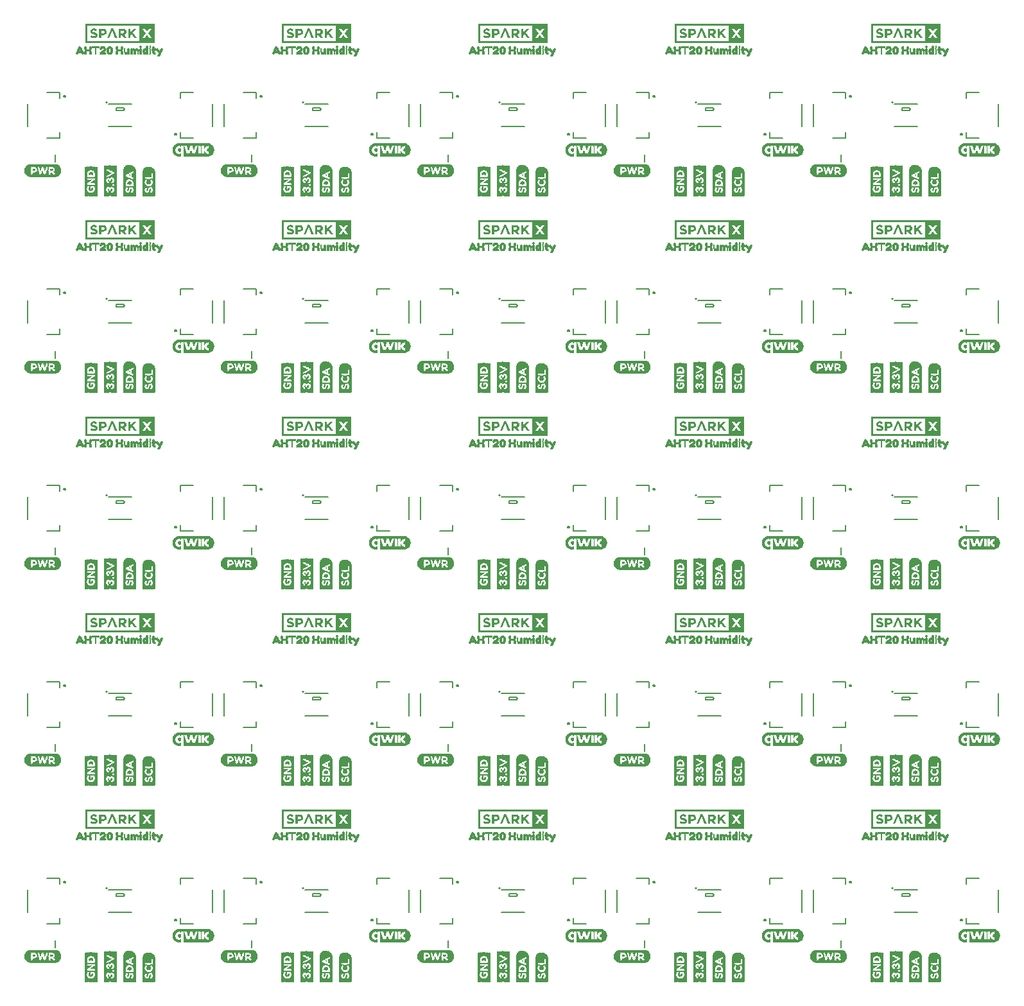
<source format=gto>
G04 EAGLE Gerber RS-274X export*
G75*
%MOMM*%
%FSLAX34Y34*%
%LPD*%
%INSilkscreen Top*%
%IPPOS*%
%AMOC8*
5,1,8,0,0,1.08239X$1,22.5*%
G01*
%ADD10C,0.203200*%
%ADD11R,0.040000X4.040000*%
%ADD12R,0.040000X0.760000*%
%ADD13R,0.040000X1.000000*%
%ADD14R,0.040000X1.880000*%
%ADD15R,0.040000X0.640000*%
%ADD16R,0.040000X0.840000*%
%ADD17R,0.040000X0.280000*%
%ADD18R,0.040000X0.600000*%
%ADD19R,0.040000X0.480000*%
%ADD20R,0.040000X0.680000*%
%ADD21R,0.040000X0.200000*%
%ADD22R,0.040000X0.440000*%
%ADD23R,0.040000X0.560000*%
%ADD24R,0.040000X0.160000*%
%ADD25R,0.040000X0.520000*%
%ADD26R,0.040000X0.120000*%
%ADD27R,0.040000X0.080000*%
%ADD28R,0.040000X0.240000*%
%ADD29R,0.040000X0.400000*%
%ADD30R,0.040000X0.360000*%
%ADD31R,0.040000X0.320000*%
%ADD32R,0.040000X0.800000*%
%ADD33R,0.040000X0.920000*%
%ADD34R,0.040000X0.040000*%
%ADD35R,0.040000X0.720000*%
%ADD36R,0.040000X0.880000*%
%ADD37R,0.040000X3.880000*%
%ADD38R,0.040000X2.800000*%
%ADD39R,0.040000X3.280000*%
%ADD40R,0.040000X3.400000*%
%ADD41R,0.040000X3.480000*%
%ADD42R,0.040000X3.560000*%
%ADD43R,0.040000X3.600000*%
%ADD44R,0.040000X3.640000*%
%ADD45R,0.040000X3.680000*%
%ADD46R,0.040000X1.800000*%
%ADD47R,0.040000X1.240000*%
%ADD48R,0.040000X1.280000*%
%ADD49R,0.040000X1.320000*%
%ADD50R,0.040000X3.520000*%
%ADD51R,0.040000X3.720000*%
%ADD52R,0.040000X3.800000*%
%ADD53R,0.040000X3.840000*%
%ADD54R,0.040000X3.920000*%
%ADD55R,0.040000X3.040000*%
%ADD56R,0.040000X1.160000*%
%ADD57R,0.040000X1.120000*%
%ADD58R,0.040000X1.080000*%
%ADD59R,0.040000X1.040000*%
%ADD60R,0.040000X0.960000*%
%ADD61R,3.640000X0.040000*%
%ADD62R,3.880000X0.040000*%
%ADD63R,4.040000X0.040000*%
%ADD64R,4.200000X0.040000*%
%ADD65R,4.280000X0.040000*%
%ADD66R,4.360000X0.040000*%
%ADD67R,4.440000X0.040000*%
%ADD68R,1.680000X0.040000*%
%ADD69R,1.040000X0.040000*%
%ADD70R,1.720000X0.040000*%
%ADD71R,0.760000X0.040000*%
%ADD72R,0.320000X0.040000*%
%ADD73R,0.400000X0.040000*%
%ADD74R,0.160000X0.040000*%
%ADD75R,0.960000X0.040000*%
%ADD76R,0.200000X0.040000*%
%ADD77R,0.120000X0.040000*%
%ADD78R,0.880000X0.040000*%
%ADD79R,0.800000X0.040000*%
%ADD80R,0.280000X0.040000*%
%ADD81R,0.840000X0.040000*%
%ADD82R,0.080000X0.040000*%
%ADD83R,0.240000X0.040000*%
%ADD84R,0.920000X0.040000*%
%ADD85R,0.440000X0.040000*%
%ADD86R,0.560000X0.040000*%
%ADD87R,0.360000X0.040000*%
%ADD88R,0.720000X0.040000*%
%ADD89R,0.480000X0.040000*%
%ADD90C,0.152400*%
%ADD91R,0.520000X0.040000*%
%ADD92R,0.600000X0.040000*%
%ADD93R,0.680000X0.040000*%
%ADD94R,0.640000X0.040000*%
%ADD95R,1.080000X0.040000*%
%ADD96R,1.120000X0.040000*%
%ADD97R,1.000000X0.040000*%

G36*
X690927Y1258601D02*
X690927Y1258601D01*
X690922Y1258609D01*
X690929Y1258615D01*
X690929Y1283925D01*
X690893Y1283973D01*
X690886Y1283967D01*
X690880Y1283975D01*
X599440Y1283975D01*
X599393Y1283939D01*
X599398Y1283931D01*
X599391Y1283925D01*
X599391Y1258615D01*
X599427Y1258567D01*
X599434Y1258573D01*
X599440Y1258565D01*
X690880Y1258565D01*
X690927Y1258601D01*
G37*
G36*
X431847Y1258601D02*
X431847Y1258601D01*
X431842Y1258609D01*
X431849Y1258615D01*
X431849Y1283925D01*
X431813Y1283973D01*
X431806Y1283967D01*
X431800Y1283975D01*
X340360Y1283975D01*
X340313Y1283939D01*
X340318Y1283931D01*
X340311Y1283925D01*
X340311Y1258615D01*
X340347Y1258567D01*
X340354Y1258573D01*
X340360Y1258565D01*
X431800Y1258565D01*
X431847Y1258601D01*
G37*
G36*
X172767Y1258601D02*
X172767Y1258601D01*
X172762Y1258609D01*
X172769Y1258615D01*
X172769Y1283925D01*
X172733Y1283973D01*
X172726Y1283967D01*
X172720Y1283975D01*
X81280Y1283975D01*
X81233Y1283939D01*
X81238Y1283931D01*
X81231Y1283925D01*
X81231Y1258615D01*
X81267Y1258567D01*
X81274Y1258573D01*
X81280Y1258565D01*
X172720Y1258565D01*
X172767Y1258601D01*
G37*
G36*
X1209087Y1258601D02*
X1209087Y1258601D01*
X1209082Y1258609D01*
X1209089Y1258615D01*
X1209089Y1283925D01*
X1209053Y1283973D01*
X1209046Y1283967D01*
X1209040Y1283975D01*
X1117600Y1283975D01*
X1117553Y1283939D01*
X1117558Y1283931D01*
X1117551Y1283925D01*
X1117551Y1258615D01*
X1117587Y1258567D01*
X1117594Y1258573D01*
X1117600Y1258565D01*
X1209040Y1258565D01*
X1209087Y1258601D01*
G37*
G36*
X950007Y1258601D02*
X950007Y1258601D01*
X950002Y1258609D01*
X950009Y1258615D01*
X950009Y1283925D01*
X949973Y1283973D01*
X949966Y1283967D01*
X949960Y1283975D01*
X858520Y1283975D01*
X858473Y1283939D01*
X858478Y1283931D01*
X858471Y1283925D01*
X858471Y1258615D01*
X858507Y1258567D01*
X858514Y1258573D01*
X858520Y1258565D01*
X949960Y1258565D01*
X950007Y1258601D01*
G37*
G36*
X950007Y481361D02*
X950007Y481361D01*
X950002Y481369D01*
X950009Y481375D01*
X950009Y506685D01*
X949973Y506733D01*
X949966Y506727D01*
X949960Y506735D01*
X858520Y506735D01*
X858473Y506699D01*
X858478Y506691D01*
X858471Y506685D01*
X858471Y481375D01*
X858507Y481327D01*
X858514Y481333D01*
X858520Y481325D01*
X949960Y481325D01*
X950007Y481361D01*
G37*
G36*
X690927Y481361D02*
X690927Y481361D01*
X690922Y481369D01*
X690929Y481375D01*
X690929Y506685D01*
X690893Y506733D01*
X690886Y506727D01*
X690880Y506735D01*
X599440Y506735D01*
X599393Y506699D01*
X599398Y506691D01*
X599391Y506685D01*
X599391Y481375D01*
X599427Y481327D01*
X599434Y481333D01*
X599440Y481325D01*
X690880Y481325D01*
X690927Y481361D01*
G37*
G36*
X1209087Y481361D02*
X1209087Y481361D01*
X1209082Y481369D01*
X1209089Y481375D01*
X1209089Y506685D01*
X1209053Y506733D01*
X1209046Y506727D01*
X1209040Y506735D01*
X1117600Y506735D01*
X1117553Y506699D01*
X1117558Y506691D01*
X1117551Y506685D01*
X1117551Y481375D01*
X1117587Y481327D01*
X1117594Y481333D01*
X1117600Y481325D01*
X1209040Y481325D01*
X1209087Y481361D01*
G37*
G36*
X431847Y740441D02*
X431847Y740441D01*
X431842Y740449D01*
X431849Y740455D01*
X431849Y765765D01*
X431813Y765813D01*
X431806Y765807D01*
X431800Y765815D01*
X340360Y765815D01*
X340313Y765779D01*
X340318Y765771D01*
X340311Y765765D01*
X340311Y740455D01*
X340347Y740407D01*
X340354Y740413D01*
X340360Y740405D01*
X431800Y740405D01*
X431847Y740441D01*
G37*
G36*
X1209087Y999521D02*
X1209087Y999521D01*
X1209082Y999529D01*
X1209089Y999535D01*
X1209089Y1024845D01*
X1209053Y1024893D01*
X1209046Y1024887D01*
X1209040Y1024895D01*
X1117600Y1024895D01*
X1117553Y1024859D01*
X1117558Y1024851D01*
X1117551Y1024845D01*
X1117551Y999535D01*
X1117587Y999487D01*
X1117594Y999493D01*
X1117600Y999485D01*
X1209040Y999485D01*
X1209087Y999521D01*
G37*
G36*
X690927Y222281D02*
X690927Y222281D01*
X690922Y222289D01*
X690929Y222295D01*
X690929Y247605D01*
X690893Y247653D01*
X690886Y247647D01*
X690880Y247655D01*
X599440Y247655D01*
X599393Y247619D01*
X599398Y247611D01*
X599391Y247605D01*
X599391Y222295D01*
X599427Y222247D01*
X599434Y222253D01*
X599440Y222245D01*
X690880Y222245D01*
X690927Y222281D01*
G37*
G36*
X1209087Y222281D02*
X1209087Y222281D01*
X1209082Y222289D01*
X1209089Y222295D01*
X1209089Y247605D01*
X1209053Y247653D01*
X1209046Y247647D01*
X1209040Y247655D01*
X1117600Y247655D01*
X1117553Y247619D01*
X1117558Y247611D01*
X1117551Y247605D01*
X1117551Y222295D01*
X1117587Y222247D01*
X1117594Y222253D01*
X1117600Y222245D01*
X1209040Y222245D01*
X1209087Y222281D01*
G37*
G36*
X172733Y247653D02*
X172733Y247653D01*
X172726Y247647D01*
X172720Y247655D01*
X81280Y247655D01*
X81233Y247619D01*
X81238Y247611D01*
X81231Y247605D01*
X81231Y222295D01*
X81267Y222247D01*
X81274Y222253D01*
X81280Y222245D01*
X172720Y222245D01*
X172767Y222281D01*
X172762Y222289D01*
X172769Y222295D01*
X172769Y247605D01*
X172733Y247653D01*
G37*
G36*
X431847Y222281D02*
X431847Y222281D01*
X431842Y222289D01*
X431849Y222295D01*
X431849Y247605D01*
X431813Y247653D01*
X431806Y247647D01*
X431800Y247655D01*
X340360Y247655D01*
X340313Y247619D01*
X340318Y247611D01*
X340311Y247605D01*
X340311Y222295D01*
X340347Y222247D01*
X340354Y222253D01*
X340360Y222245D01*
X431800Y222245D01*
X431847Y222281D01*
G37*
G36*
X950007Y222281D02*
X950007Y222281D01*
X950002Y222289D01*
X950009Y222295D01*
X950009Y247605D01*
X949973Y247653D01*
X949966Y247647D01*
X949960Y247655D01*
X858520Y247655D01*
X858473Y247619D01*
X858478Y247611D01*
X858471Y247605D01*
X858471Y222295D01*
X858507Y222247D01*
X858514Y222253D01*
X858520Y222245D01*
X949960Y222245D01*
X950007Y222281D01*
G37*
G36*
X431847Y999521D02*
X431847Y999521D01*
X431842Y999529D01*
X431849Y999535D01*
X431849Y1024845D01*
X431813Y1024893D01*
X431806Y1024887D01*
X431800Y1024895D01*
X340360Y1024895D01*
X340313Y1024859D01*
X340318Y1024851D01*
X340311Y1024845D01*
X340311Y999535D01*
X340347Y999487D01*
X340354Y999493D01*
X340360Y999485D01*
X431800Y999485D01*
X431847Y999521D01*
G37*
G36*
X690927Y999521D02*
X690927Y999521D01*
X690922Y999529D01*
X690929Y999535D01*
X690929Y1024845D01*
X690893Y1024893D01*
X690886Y1024887D01*
X690880Y1024895D01*
X599440Y1024895D01*
X599393Y1024859D01*
X599398Y1024851D01*
X599391Y1024845D01*
X599391Y999535D01*
X599427Y999487D01*
X599434Y999493D01*
X599440Y999485D01*
X690880Y999485D01*
X690927Y999521D01*
G37*
G36*
X172767Y999521D02*
X172767Y999521D01*
X172762Y999529D01*
X172769Y999535D01*
X172769Y1024845D01*
X172733Y1024893D01*
X172726Y1024887D01*
X172720Y1024895D01*
X81280Y1024895D01*
X81233Y1024859D01*
X81238Y1024851D01*
X81231Y1024845D01*
X81231Y999535D01*
X81267Y999487D01*
X81274Y999493D01*
X81280Y999485D01*
X172720Y999485D01*
X172767Y999521D01*
G37*
G36*
X1209087Y740441D02*
X1209087Y740441D01*
X1209082Y740449D01*
X1209089Y740455D01*
X1209089Y765765D01*
X1209053Y765813D01*
X1209046Y765807D01*
X1209040Y765815D01*
X1117600Y765815D01*
X1117553Y765779D01*
X1117558Y765771D01*
X1117551Y765765D01*
X1117551Y740455D01*
X1117587Y740407D01*
X1117594Y740413D01*
X1117600Y740405D01*
X1209040Y740405D01*
X1209087Y740441D01*
G37*
G36*
X950007Y999521D02*
X950007Y999521D01*
X950002Y999529D01*
X950009Y999535D01*
X950009Y1024845D01*
X949973Y1024893D01*
X949966Y1024887D01*
X949960Y1024895D01*
X858520Y1024895D01*
X858473Y1024859D01*
X858478Y1024851D01*
X858471Y1024845D01*
X858471Y999535D01*
X858507Y999487D01*
X858514Y999493D01*
X858520Y999485D01*
X949960Y999485D01*
X950007Y999521D01*
G37*
G36*
X172767Y740441D02*
X172767Y740441D01*
X172762Y740449D01*
X172769Y740455D01*
X172769Y765765D01*
X172733Y765813D01*
X172726Y765807D01*
X172720Y765815D01*
X81280Y765815D01*
X81233Y765779D01*
X81238Y765771D01*
X81231Y765765D01*
X81231Y740455D01*
X81267Y740407D01*
X81274Y740413D01*
X81280Y740405D01*
X172720Y740405D01*
X172767Y740441D01*
G37*
G36*
X950007Y740441D02*
X950007Y740441D01*
X950002Y740449D01*
X950009Y740455D01*
X950009Y765765D01*
X949973Y765813D01*
X949966Y765807D01*
X949960Y765815D01*
X858520Y765815D01*
X858473Y765779D01*
X858478Y765771D01*
X858471Y765765D01*
X858471Y740455D01*
X858507Y740407D01*
X858514Y740413D01*
X858520Y740405D01*
X949960Y740405D01*
X950007Y740441D01*
G37*
G36*
X690927Y740441D02*
X690927Y740441D01*
X690922Y740449D01*
X690929Y740455D01*
X690929Y765765D01*
X690893Y765813D01*
X690886Y765807D01*
X690880Y765815D01*
X599440Y765815D01*
X599393Y765779D01*
X599398Y765771D01*
X599391Y765765D01*
X599391Y740455D01*
X599427Y740407D01*
X599434Y740413D01*
X599440Y740405D01*
X690880Y740405D01*
X690927Y740441D01*
G37*
G36*
X431847Y481361D02*
X431847Y481361D01*
X431842Y481369D01*
X431849Y481375D01*
X431849Y506685D01*
X431813Y506733D01*
X431806Y506727D01*
X431800Y506735D01*
X340360Y506735D01*
X340313Y506699D01*
X340318Y506691D01*
X340311Y506685D01*
X340311Y481375D01*
X340347Y481327D01*
X340354Y481333D01*
X340360Y481325D01*
X431800Y481325D01*
X431847Y481361D01*
G37*
G36*
X172767Y481361D02*
X172767Y481361D01*
X172762Y481369D01*
X172769Y481375D01*
X172769Y506685D01*
X172733Y506733D01*
X172726Y506727D01*
X172720Y506735D01*
X81280Y506735D01*
X81233Y506699D01*
X81238Y506691D01*
X81231Y506685D01*
X81231Y481375D01*
X81267Y481327D01*
X81274Y481333D01*
X81280Y481325D01*
X172720Y481325D01*
X172767Y481361D01*
G37*
%LPC*%
G36*
X1119999Y1261014D02*
X1119999Y1261014D01*
X1119999Y1281526D01*
X1188563Y1281526D01*
X1188563Y1261014D01*
X1119999Y1261014D01*
G37*
%LPD*%
%LPC*%
G36*
X83679Y1261014D02*
X83679Y1261014D01*
X83679Y1281526D01*
X152243Y1281526D01*
X152243Y1261014D01*
X83679Y1261014D01*
G37*
%LPD*%
%LPC*%
G36*
X860919Y1261014D02*
X860919Y1261014D01*
X860919Y1281526D01*
X929483Y1281526D01*
X929483Y1261014D01*
X860919Y1261014D01*
G37*
%LPD*%
%LPC*%
G36*
X342759Y1261014D02*
X342759Y1261014D01*
X342759Y1281526D01*
X411323Y1281526D01*
X411323Y1261014D01*
X342759Y1261014D01*
G37*
%LPD*%
%LPC*%
G36*
X601839Y742854D02*
X601839Y742854D01*
X601839Y763366D01*
X670403Y763366D01*
X670403Y742854D01*
X601839Y742854D01*
G37*
%LPD*%
%LPC*%
G36*
X860919Y483774D02*
X860919Y483774D01*
X860919Y504286D01*
X929483Y504286D01*
X929483Y483774D01*
X860919Y483774D01*
G37*
%LPD*%
%LPC*%
G36*
X860919Y1001934D02*
X860919Y1001934D01*
X860919Y1022446D01*
X929483Y1022446D01*
X929483Y1001934D01*
X860919Y1001934D01*
G37*
%LPD*%
%LPC*%
G36*
X1119999Y742854D02*
X1119999Y742854D01*
X1119999Y763366D01*
X1188563Y763366D01*
X1188563Y742854D01*
X1119999Y742854D01*
G37*
%LPD*%
%LPC*%
G36*
X601839Y1261014D02*
X601839Y1261014D01*
X601839Y1281526D01*
X670403Y1281526D01*
X670403Y1261014D01*
X601839Y1261014D01*
G37*
%LPD*%
%LPC*%
G36*
X342759Y1001934D02*
X342759Y1001934D01*
X342759Y1022446D01*
X411323Y1022446D01*
X411323Y1001934D01*
X342759Y1001934D01*
G37*
%LPD*%
%LPC*%
G36*
X601839Y1001934D02*
X601839Y1001934D01*
X601839Y1022446D01*
X670403Y1022446D01*
X670403Y1001934D01*
X601839Y1001934D01*
G37*
%LPD*%
%LPC*%
G36*
X1119999Y1001934D02*
X1119999Y1001934D01*
X1119999Y1022446D01*
X1188563Y1022446D01*
X1188563Y1001934D01*
X1119999Y1001934D01*
G37*
%LPD*%
%LPC*%
G36*
X83679Y742854D02*
X83679Y742854D01*
X83679Y763366D01*
X152243Y763366D01*
X152243Y742854D01*
X83679Y742854D01*
G37*
%LPD*%
%LPC*%
G36*
X83679Y1001934D02*
X83679Y1001934D01*
X83679Y1022446D01*
X152243Y1022446D01*
X152243Y1001934D01*
X83679Y1001934D01*
G37*
%LPD*%
%LPC*%
G36*
X1119999Y483774D02*
X1119999Y483774D01*
X1119999Y504286D01*
X1188563Y504286D01*
X1188563Y483774D01*
X1119999Y483774D01*
G37*
%LPD*%
%LPC*%
G36*
X860919Y742854D02*
X860919Y742854D01*
X860919Y763366D01*
X929483Y763366D01*
X929483Y742854D01*
X860919Y742854D01*
G37*
%LPD*%
%LPC*%
G36*
X342759Y742854D02*
X342759Y742854D01*
X342759Y763366D01*
X411323Y763366D01*
X411323Y742854D01*
X342759Y742854D01*
G37*
%LPD*%
%LPC*%
G36*
X601839Y483774D02*
X601839Y483774D01*
X601839Y504286D01*
X670403Y504286D01*
X670403Y483774D01*
X601839Y483774D01*
G37*
%LPD*%
%LPC*%
G36*
X342759Y483774D02*
X342759Y483774D01*
X342759Y504286D01*
X411323Y504286D01*
X411323Y483774D01*
X342759Y483774D01*
G37*
%LPD*%
%LPC*%
G36*
X83679Y224694D02*
X83679Y224694D01*
X83679Y245206D01*
X152243Y245206D01*
X152243Y224694D01*
X83679Y224694D01*
G37*
%LPD*%
%LPC*%
G36*
X342759Y224694D02*
X342759Y224694D01*
X342759Y245206D01*
X411323Y245206D01*
X411323Y224694D01*
X342759Y224694D01*
G37*
%LPD*%
%LPC*%
G36*
X1119999Y224694D02*
X1119999Y224694D01*
X1119999Y245206D01*
X1188563Y245206D01*
X1188563Y224694D01*
X1119999Y224694D01*
G37*
%LPD*%
%LPC*%
G36*
X601839Y224694D02*
X601839Y224694D01*
X601839Y245206D01*
X670403Y245206D01*
X670403Y224694D01*
X601839Y224694D01*
G37*
%LPD*%
%LPC*%
G36*
X860919Y224694D02*
X860919Y224694D01*
X860919Y245206D01*
X929483Y245206D01*
X929483Y224694D01*
X860919Y224694D01*
G37*
%LPD*%
%LPC*%
G36*
X83679Y483774D02*
X83679Y483774D01*
X83679Y504286D01*
X152243Y504286D01*
X152243Y483774D01*
X83679Y483774D01*
G37*
%LPD*%
G36*
X725883Y1108597D02*
X725883Y1108597D01*
X725904Y1108600D01*
X725913Y1108617D01*
X725922Y1108623D01*
X725920Y1108632D01*
X725927Y1108646D01*
X725943Y1109033D01*
X725942Y1109034D01*
X725943Y1109035D01*
X725943Y1113270D01*
X725943Y1113271D01*
X725933Y1113664D01*
X725926Y1113675D01*
X725928Y1113688D01*
X725908Y1113701D01*
X725895Y1113721D01*
X725882Y1113718D01*
X725871Y1113726D01*
X725837Y1113711D01*
X725828Y1113709D01*
X725827Y1113706D01*
X725824Y1113705D01*
X725393Y1113219D01*
X724990Y1112892D01*
X724543Y1112629D01*
X724058Y1112444D01*
X723551Y1112327D01*
X723033Y1112274D01*
X722512Y1112295D01*
X721991Y1112344D01*
X721484Y1112463D01*
X720985Y1112615D01*
X720522Y1112853D01*
X720072Y1113114D01*
X719684Y1113462D01*
X719319Y1113832D01*
X719014Y1114255D01*
X718753Y1114705D01*
X718537Y1115181D01*
X718377Y1115677D01*
X718251Y1116186D01*
X718178Y1116703D01*
X718138Y1117226D01*
X718133Y1117750D01*
X718173Y1118273D01*
X718240Y1118791D01*
X718366Y1119300D01*
X718523Y1119797D01*
X718740Y1120272D01*
X719002Y1120721D01*
X719309Y1121142D01*
X719677Y1121510D01*
X720066Y1121856D01*
X720521Y1122109D01*
X720989Y1122336D01*
X721488Y1122488D01*
X721998Y1122593D01*
X722519Y1122641D01*
X723040Y1122650D01*
X723558Y1122591D01*
X724063Y1122467D01*
X724546Y1122276D01*
X724993Y1122012D01*
X725397Y1121690D01*
X725827Y1121142D01*
X725842Y1121137D01*
X725850Y1121124D01*
X725872Y1121127D01*
X725892Y1121120D01*
X725902Y1121131D01*
X725918Y1121133D01*
X725930Y1121161D01*
X725938Y1121169D01*
X725937Y1121175D01*
X725940Y1121180D01*
X725943Y1121680D01*
X725943Y1122209D01*
X725946Y1122551D01*
X729181Y1122551D01*
X729182Y1122551D01*
X729199Y1122551D01*
X729199Y1108933D01*
X729200Y1108931D01*
X729200Y1108929D01*
X729216Y1108645D01*
X729229Y1108628D01*
X729232Y1108607D01*
X729250Y1108599D01*
X729257Y1108590D01*
X729266Y1108592D01*
X729279Y1108586D01*
X760207Y1108586D01*
X760210Y1108588D01*
X760213Y1108586D01*
X761794Y1108737D01*
X761796Y1108739D01*
X761799Y1108738D01*
X762317Y1108835D01*
X762320Y1108838D01*
X762324Y1108837D01*
X763836Y1109319D01*
X763840Y1109323D01*
X763847Y1109324D01*
X765243Y1110081D01*
X765245Y1110086D01*
X765252Y1110088D01*
X766485Y1111087D01*
X766486Y1111090D01*
X766491Y1111092D01*
X766854Y1111474D01*
X766855Y1111476D01*
X766857Y1111477D01*
X767531Y1112294D01*
X767531Y1112296D01*
X767534Y1112298D01*
X767837Y1112729D01*
X767837Y1112732D01*
X767841Y1112735D01*
X768585Y1114137D01*
X768585Y1114142D01*
X768586Y1114143D01*
X768588Y1114145D01*
X768588Y1114146D01*
X768590Y1114147D01*
X769060Y1115664D01*
X769059Y1115669D01*
X769063Y1115674D01*
X769133Y1116197D01*
X769133Y1116198D01*
X769133Y1116199D01*
X769239Y1117253D01*
X769238Y1117255D01*
X769240Y1117258D01*
X769248Y1117785D01*
X769246Y1117787D01*
X769248Y1117792D01*
X769088Y1119372D01*
X769084Y1119376D01*
X769085Y1119384D01*
X768614Y1120900D01*
X768611Y1120903D01*
X768611Y1120908D01*
X768388Y1121386D01*
X768386Y1121387D01*
X768386Y1121389D01*
X767881Y1122320D01*
X767879Y1122321D01*
X767878Y1122324D01*
X767588Y1122764D01*
X767586Y1122765D01*
X767584Y1122770D01*
X766911Y1123586D01*
X766909Y1123586D01*
X766909Y1123588D01*
X766876Y1123624D01*
X766820Y1123687D01*
X766764Y1123750D01*
X766708Y1123813D01*
X766652Y1123875D01*
X766596Y1123938D01*
X766557Y1123981D01*
X766553Y1123982D01*
X766550Y1123988D01*
X765325Y1124998D01*
X765320Y1124999D01*
X765315Y1125005D01*
X763921Y1125764D01*
X763917Y1125764D01*
X763913Y1125768D01*
X763418Y1125951D01*
X763417Y1125951D01*
X763415Y1125952D01*
X762404Y1126266D01*
X762402Y1126266D01*
X762399Y1126268D01*
X761885Y1126382D01*
X761882Y1126380D01*
X761878Y1126383D01*
X760824Y1126489D01*
X760299Y1126542D01*
X760296Y1126541D01*
X760292Y1126542D01*
X723241Y1126542D01*
X723239Y1126541D01*
X723235Y1126542D01*
X721655Y1126394D01*
X721653Y1126393D01*
X721650Y1126394D01*
X721131Y1126303D01*
X721128Y1126300D01*
X721123Y1126301D01*
X719608Y1125825D01*
X719605Y1125821D01*
X719597Y1125820D01*
X718202Y1125063D01*
X718200Y1125059D01*
X718194Y1125057D01*
X717774Y1124737D01*
X717774Y1124736D01*
X717772Y1124736D01*
X716956Y1124062D01*
X716955Y1124059D01*
X716951Y1124058D01*
X716583Y1123680D01*
X716582Y1123678D01*
X716579Y1123676D01*
X715906Y1122860D01*
X715905Y1122858D01*
X715903Y1122856D01*
X715595Y1122429D01*
X715594Y1122425D01*
X715590Y1122422D01*
X714840Y1121023D01*
X714841Y1121018D01*
X714836Y1121012D01*
X714365Y1119496D01*
X714366Y1119491D01*
X714363Y1119486D01*
X714286Y1118964D01*
X714287Y1118963D01*
X714286Y1118961D01*
X714179Y1117908D01*
X714180Y1117906D01*
X714179Y1117904D01*
X714164Y1117377D01*
X714166Y1117374D01*
X714164Y1117369D01*
X714324Y1115789D01*
X714327Y1115785D01*
X714326Y1115777D01*
X714791Y1114259D01*
X714794Y1114257D01*
X714794Y1114252D01*
X715012Y1113772D01*
X715014Y1113771D01*
X715014Y1113768D01*
X715519Y1112838D01*
X715521Y1112836D01*
X715521Y1112834D01*
X715806Y1112390D01*
X715809Y1112388D01*
X715811Y1112384D01*
X715820Y1112372D01*
X715873Y1112310D01*
X715926Y1112247D01*
X716084Y1112059D01*
X716137Y1111996D01*
X716190Y1111933D01*
X716242Y1111870D01*
X716295Y1111808D01*
X716348Y1111745D01*
X716506Y1111557D01*
X716559Y1111494D01*
X716612Y1111431D01*
X716665Y1111368D01*
X716717Y1111306D01*
X716832Y1111169D01*
X716837Y1111168D01*
X716840Y1111161D01*
X718065Y1110151D01*
X718070Y1110150D01*
X718075Y1110144D01*
X719465Y1109380D01*
X719469Y1109380D01*
X719473Y1109376D01*
X719965Y1109187D01*
X719967Y1109187D01*
X719969Y1109185D01*
X720980Y1108872D01*
X720982Y1108872D01*
X720984Y1108870D01*
X721497Y1108750D01*
X721501Y1108751D01*
X721505Y1108749D01*
X723085Y1108589D01*
X723088Y1108591D01*
X723091Y1108589D01*
X725865Y1108586D01*
X725883Y1108597D01*
G37*
G36*
X466803Y1108597D02*
X466803Y1108597D01*
X466824Y1108600D01*
X466833Y1108617D01*
X466842Y1108623D01*
X466840Y1108632D01*
X466847Y1108646D01*
X466863Y1109033D01*
X466862Y1109034D01*
X466863Y1109035D01*
X466863Y1113270D01*
X466863Y1113271D01*
X466853Y1113664D01*
X466846Y1113675D01*
X466848Y1113688D01*
X466828Y1113701D01*
X466815Y1113721D01*
X466802Y1113718D01*
X466791Y1113726D01*
X466757Y1113711D01*
X466748Y1113709D01*
X466747Y1113706D01*
X466744Y1113705D01*
X466313Y1113219D01*
X465910Y1112892D01*
X465463Y1112629D01*
X464978Y1112444D01*
X464471Y1112327D01*
X463953Y1112274D01*
X463432Y1112295D01*
X462911Y1112344D01*
X462404Y1112463D01*
X461905Y1112615D01*
X461442Y1112853D01*
X460992Y1113114D01*
X460604Y1113462D01*
X460239Y1113832D01*
X459934Y1114255D01*
X459673Y1114705D01*
X459457Y1115181D01*
X459297Y1115677D01*
X459171Y1116186D01*
X459098Y1116703D01*
X459058Y1117226D01*
X459053Y1117750D01*
X459093Y1118273D01*
X459160Y1118791D01*
X459286Y1119300D01*
X459443Y1119797D01*
X459660Y1120272D01*
X459922Y1120721D01*
X460229Y1121142D01*
X460597Y1121510D01*
X460986Y1121856D01*
X461441Y1122109D01*
X461909Y1122336D01*
X462408Y1122488D01*
X462918Y1122593D01*
X463439Y1122641D01*
X463960Y1122650D01*
X464478Y1122591D01*
X464983Y1122467D01*
X465466Y1122276D01*
X465913Y1122012D01*
X466317Y1121690D01*
X466747Y1121142D01*
X466762Y1121137D01*
X466770Y1121124D01*
X466792Y1121127D01*
X466812Y1121120D01*
X466822Y1121131D01*
X466838Y1121133D01*
X466850Y1121161D01*
X466858Y1121169D01*
X466857Y1121175D01*
X466860Y1121180D01*
X466863Y1121680D01*
X466863Y1122209D01*
X466866Y1122551D01*
X470101Y1122551D01*
X470102Y1122551D01*
X470119Y1122551D01*
X470119Y1108933D01*
X470120Y1108931D01*
X470120Y1108929D01*
X470136Y1108645D01*
X470149Y1108628D01*
X470152Y1108607D01*
X470170Y1108599D01*
X470177Y1108590D01*
X470186Y1108592D01*
X470199Y1108586D01*
X501127Y1108586D01*
X501130Y1108588D01*
X501133Y1108586D01*
X502714Y1108737D01*
X502716Y1108739D01*
X502719Y1108738D01*
X503237Y1108835D01*
X503240Y1108838D01*
X503244Y1108837D01*
X504756Y1109319D01*
X504760Y1109323D01*
X504767Y1109324D01*
X506163Y1110081D01*
X506165Y1110086D01*
X506172Y1110088D01*
X507405Y1111087D01*
X507406Y1111090D01*
X507411Y1111092D01*
X507774Y1111474D01*
X507775Y1111476D01*
X507777Y1111477D01*
X508451Y1112294D01*
X508451Y1112296D01*
X508454Y1112298D01*
X508757Y1112729D01*
X508757Y1112732D01*
X508761Y1112735D01*
X509505Y1114137D01*
X509505Y1114142D01*
X509506Y1114143D01*
X509508Y1114145D01*
X509508Y1114146D01*
X509510Y1114147D01*
X509980Y1115664D01*
X509979Y1115669D01*
X509983Y1115674D01*
X510053Y1116197D01*
X510053Y1116198D01*
X510053Y1116199D01*
X510159Y1117253D01*
X510158Y1117255D01*
X510160Y1117258D01*
X510168Y1117785D01*
X510166Y1117787D01*
X510168Y1117792D01*
X510008Y1119372D01*
X510004Y1119376D01*
X510005Y1119384D01*
X509534Y1120900D01*
X509531Y1120903D01*
X509531Y1120908D01*
X509308Y1121386D01*
X509306Y1121387D01*
X509306Y1121389D01*
X508801Y1122320D01*
X508799Y1122321D01*
X508798Y1122324D01*
X508508Y1122764D01*
X508506Y1122765D01*
X508504Y1122770D01*
X507831Y1123586D01*
X507829Y1123586D01*
X507829Y1123588D01*
X507796Y1123624D01*
X507740Y1123687D01*
X507684Y1123750D01*
X507628Y1123813D01*
X507572Y1123875D01*
X507516Y1123938D01*
X507477Y1123981D01*
X507473Y1123982D01*
X507470Y1123988D01*
X506245Y1124998D01*
X506240Y1124999D01*
X506235Y1125005D01*
X504841Y1125764D01*
X504837Y1125764D01*
X504833Y1125768D01*
X504338Y1125951D01*
X504337Y1125951D01*
X504335Y1125952D01*
X503324Y1126266D01*
X503322Y1126266D01*
X503319Y1126268D01*
X502805Y1126382D01*
X502802Y1126380D01*
X502798Y1126383D01*
X501744Y1126489D01*
X501219Y1126542D01*
X501216Y1126541D01*
X501212Y1126542D01*
X464161Y1126542D01*
X464159Y1126541D01*
X464155Y1126542D01*
X462575Y1126394D01*
X462573Y1126393D01*
X462570Y1126394D01*
X462051Y1126303D01*
X462048Y1126300D01*
X462043Y1126301D01*
X460528Y1125825D01*
X460525Y1125821D01*
X460517Y1125820D01*
X459122Y1125063D01*
X459120Y1125059D01*
X459114Y1125057D01*
X458694Y1124737D01*
X458694Y1124736D01*
X458692Y1124736D01*
X457876Y1124062D01*
X457875Y1124059D01*
X457871Y1124058D01*
X457503Y1123680D01*
X457502Y1123678D01*
X457499Y1123676D01*
X456826Y1122860D01*
X456825Y1122858D01*
X456823Y1122856D01*
X456515Y1122429D01*
X456514Y1122425D01*
X456510Y1122422D01*
X455760Y1121023D01*
X455761Y1121018D01*
X455756Y1121012D01*
X455285Y1119496D01*
X455286Y1119491D01*
X455283Y1119486D01*
X455206Y1118964D01*
X455207Y1118963D01*
X455206Y1118961D01*
X455099Y1117908D01*
X455100Y1117906D01*
X455099Y1117904D01*
X455084Y1117377D01*
X455086Y1117374D01*
X455084Y1117369D01*
X455244Y1115789D01*
X455247Y1115785D01*
X455246Y1115777D01*
X455711Y1114259D01*
X455714Y1114257D01*
X455714Y1114252D01*
X455932Y1113772D01*
X455934Y1113771D01*
X455934Y1113768D01*
X456439Y1112838D01*
X456441Y1112836D01*
X456441Y1112834D01*
X456726Y1112390D01*
X456729Y1112388D01*
X456731Y1112384D01*
X456740Y1112372D01*
X456793Y1112310D01*
X456846Y1112247D01*
X457004Y1112059D01*
X457057Y1111996D01*
X457110Y1111933D01*
X457162Y1111870D01*
X457215Y1111808D01*
X457268Y1111745D01*
X457426Y1111557D01*
X457479Y1111494D01*
X457532Y1111431D01*
X457585Y1111368D01*
X457637Y1111306D01*
X457752Y1111169D01*
X457757Y1111168D01*
X457760Y1111161D01*
X458985Y1110151D01*
X458990Y1110150D01*
X458995Y1110144D01*
X460385Y1109380D01*
X460389Y1109380D01*
X460393Y1109376D01*
X460885Y1109187D01*
X460887Y1109187D01*
X460889Y1109185D01*
X461900Y1108872D01*
X461902Y1108872D01*
X461904Y1108870D01*
X462417Y1108750D01*
X462421Y1108751D01*
X462425Y1108749D01*
X464005Y1108589D01*
X464008Y1108591D01*
X464011Y1108589D01*
X466785Y1108586D01*
X466803Y1108597D01*
G37*
G36*
X984963Y1108597D02*
X984963Y1108597D01*
X984984Y1108600D01*
X984993Y1108617D01*
X985002Y1108623D01*
X985000Y1108632D01*
X985007Y1108646D01*
X985023Y1109033D01*
X985022Y1109034D01*
X985023Y1109035D01*
X985023Y1113270D01*
X985023Y1113271D01*
X985013Y1113664D01*
X985006Y1113675D01*
X985008Y1113688D01*
X984988Y1113701D01*
X984975Y1113721D01*
X984962Y1113718D01*
X984951Y1113726D01*
X984917Y1113711D01*
X984908Y1113709D01*
X984907Y1113706D01*
X984904Y1113705D01*
X984473Y1113219D01*
X984070Y1112892D01*
X983623Y1112629D01*
X983138Y1112444D01*
X982631Y1112327D01*
X982113Y1112274D01*
X981592Y1112295D01*
X981071Y1112344D01*
X980564Y1112463D01*
X980065Y1112615D01*
X979602Y1112853D01*
X979152Y1113114D01*
X978764Y1113462D01*
X978399Y1113832D01*
X978094Y1114255D01*
X977833Y1114705D01*
X977617Y1115181D01*
X977457Y1115677D01*
X977331Y1116186D01*
X977258Y1116703D01*
X977218Y1117226D01*
X977213Y1117750D01*
X977253Y1118273D01*
X977320Y1118791D01*
X977446Y1119300D01*
X977603Y1119797D01*
X977820Y1120272D01*
X978082Y1120721D01*
X978389Y1121142D01*
X978757Y1121510D01*
X979146Y1121856D01*
X979601Y1122109D01*
X980069Y1122336D01*
X980568Y1122488D01*
X981078Y1122593D01*
X981599Y1122641D01*
X982120Y1122650D01*
X982638Y1122591D01*
X983143Y1122467D01*
X983626Y1122276D01*
X984073Y1122012D01*
X984477Y1121690D01*
X984907Y1121142D01*
X984922Y1121137D01*
X984930Y1121124D01*
X984952Y1121127D01*
X984972Y1121120D01*
X984982Y1121131D01*
X984998Y1121133D01*
X985010Y1121161D01*
X985018Y1121169D01*
X985017Y1121175D01*
X985020Y1121180D01*
X985023Y1121680D01*
X985023Y1122209D01*
X985026Y1122551D01*
X988261Y1122551D01*
X988262Y1122551D01*
X988279Y1122551D01*
X988279Y1108933D01*
X988280Y1108931D01*
X988280Y1108929D01*
X988296Y1108645D01*
X988309Y1108628D01*
X988312Y1108607D01*
X988330Y1108599D01*
X988337Y1108590D01*
X988346Y1108592D01*
X988359Y1108586D01*
X1019287Y1108586D01*
X1019290Y1108588D01*
X1019293Y1108586D01*
X1020874Y1108737D01*
X1020876Y1108739D01*
X1020879Y1108738D01*
X1021397Y1108835D01*
X1021400Y1108838D01*
X1021404Y1108837D01*
X1022916Y1109319D01*
X1022920Y1109323D01*
X1022927Y1109324D01*
X1024323Y1110081D01*
X1024325Y1110086D01*
X1024332Y1110088D01*
X1025565Y1111087D01*
X1025566Y1111090D01*
X1025571Y1111092D01*
X1025934Y1111474D01*
X1025935Y1111476D01*
X1025937Y1111477D01*
X1026611Y1112294D01*
X1026611Y1112296D01*
X1026614Y1112298D01*
X1026917Y1112729D01*
X1026917Y1112732D01*
X1026921Y1112735D01*
X1027665Y1114137D01*
X1027665Y1114142D01*
X1027666Y1114143D01*
X1027668Y1114145D01*
X1027668Y1114146D01*
X1027670Y1114147D01*
X1028140Y1115664D01*
X1028139Y1115669D01*
X1028143Y1115674D01*
X1028213Y1116197D01*
X1028213Y1116198D01*
X1028213Y1116199D01*
X1028319Y1117253D01*
X1028318Y1117255D01*
X1028320Y1117258D01*
X1028328Y1117785D01*
X1028326Y1117787D01*
X1028328Y1117792D01*
X1028168Y1119372D01*
X1028164Y1119376D01*
X1028165Y1119384D01*
X1027694Y1120900D01*
X1027691Y1120903D01*
X1027691Y1120908D01*
X1027468Y1121386D01*
X1027466Y1121387D01*
X1027466Y1121389D01*
X1026961Y1122320D01*
X1026959Y1122321D01*
X1026958Y1122324D01*
X1026668Y1122764D01*
X1026666Y1122765D01*
X1026664Y1122770D01*
X1025991Y1123586D01*
X1025989Y1123586D01*
X1025989Y1123588D01*
X1025956Y1123624D01*
X1025900Y1123687D01*
X1025844Y1123750D01*
X1025788Y1123813D01*
X1025732Y1123875D01*
X1025676Y1123938D01*
X1025637Y1123981D01*
X1025633Y1123982D01*
X1025630Y1123988D01*
X1024405Y1124998D01*
X1024400Y1124999D01*
X1024395Y1125005D01*
X1023001Y1125764D01*
X1022997Y1125764D01*
X1022993Y1125768D01*
X1022498Y1125951D01*
X1022497Y1125951D01*
X1022495Y1125952D01*
X1021484Y1126266D01*
X1021482Y1126266D01*
X1021479Y1126268D01*
X1020965Y1126382D01*
X1020962Y1126380D01*
X1020958Y1126383D01*
X1019904Y1126489D01*
X1019379Y1126542D01*
X1019376Y1126541D01*
X1019372Y1126542D01*
X982321Y1126542D01*
X982319Y1126541D01*
X982315Y1126542D01*
X980735Y1126394D01*
X980733Y1126393D01*
X980730Y1126394D01*
X980211Y1126303D01*
X980208Y1126300D01*
X980203Y1126301D01*
X978688Y1125825D01*
X978685Y1125821D01*
X978677Y1125820D01*
X977282Y1125063D01*
X977280Y1125059D01*
X977274Y1125057D01*
X976854Y1124737D01*
X976854Y1124736D01*
X976852Y1124736D01*
X976036Y1124062D01*
X976035Y1124059D01*
X976031Y1124058D01*
X975663Y1123680D01*
X975662Y1123678D01*
X975659Y1123676D01*
X974986Y1122860D01*
X974985Y1122858D01*
X974983Y1122856D01*
X974675Y1122429D01*
X974674Y1122425D01*
X974670Y1122422D01*
X973920Y1121023D01*
X973921Y1121018D01*
X973916Y1121012D01*
X973445Y1119496D01*
X973446Y1119491D01*
X973443Y1119486D01*
X973366Y1118964D01*
X973367Y1118963D01*
X973366Y1118961D01*
X973259Y1117908D01*
X973260Y1117906D01*
X973259Y1117904D01*
X973244Y1117377D01*
X973246Y1117374D01*
X973244Y1117369D01*
X973404Y1115789D01*
X973407Y1115785D01*
X973406Y1115777D01*
X973871Y1114259D01*
X973874Y1114257D01*
X973874Y1114252D01*
X974092Y1113772D01*
X974094Y1113771D01*
X974094Y1113768D01*
X974599Y1112838D01*
X974601Y1112836D01*
X974601Y1112834D01*
X974886Y1112390D01*
X974889Y1112388D01*
X974891Y1112384D01*
X974900Y1112372D01*
X974953Y1112310D01*
X975006Y1112247D01*
X975164Y1112059D01*
X975217Y1111996D01*
X975270Y1111933D01*
X975322Y1111870D01*
X975375Y1111808D01*
X975428Y1111745D01*
X975586Y1111557D01*
X975639Y1111494D01*
X975692Y1111431D01*
X975745Y1111368D01*
X975797Y1111306D01*
X975912Y1111169D01*
X975917Y1111168D01*
X975920Y1111161D01*
X977145Y1110151D01*
X977150Y1110150D01*
X977155Y1110144D01*
X978545Y1109380D01*
X978549Y1109380D01*
X978553Y1109376D01*
X979045Y1109187D01*
X979047Y1109187D01*
X979049Y1109185D01*
X980060Y1108872D01*
X980062Y1108872D01*
X980064Y1108870D01*
X980577Y1108750D01*
X980581Y1108751D01*
X980585Y1108749D01*
X982165Y1108589D01*
X982168Y1108591D01*
X982171Y1108589D01*
X984945Y1108586D01*
X984963Y1108597D01*
G37*
G36*
X207723Y1108597D02*
X207723Y1108597D01*
X207744Y1108600D01*
X207753Y1108617D01*
X207762Y1108623D01*
X207760Y1108632D01*
X207767Y1108646D01*
X207783Y1109033D01*
X207782Y1109034D01*
X207783Y1109035D01*
X207783Y1113270D01*
X207783Y1113271D01*
X207773Y1113664D01*
X207766Y1113675D01*
X207768Y1113688D01*
X207748Y1113701D01*
X207735Y1113721D01*
X207722Y1113718D01*
X207711Y1113726D01*
X207677Y1113711D01*
X207668Y1113709D01*
X207667Y1113706D01*
X207664Y1113705D01*
X207233Y1113219D01*
X206830Y1112892D01*
X206383Y1112629D01*
X205898Y1112444D01*
X205391Y1112327D01*
X204873Y1112274D01*
X204352Y1112295D01*
X203831Y1112344D01*
X203324Y1112463D01*
X202825Y1112615D01*
X202362Y1112853D01*
X201912Y1113114D01*
X201524Y1113462D01*
X201159Y1113832D01*
X200854Y1114255D01*
X200593Y1114705D01*
X200377Y1115181D01*
X200217Y1115677D01*
X200091Y1116186D01*
X200018Y1116703D01*
X199978Y1117226D01*
X199973Y1117750D01*
X200013Y1118273D01*
X200080Y1118791D01*
X200206Y1119300D01*
X200363Y1119797D01*
X200580Y1120272D01*
X200842Y1120721D01*
X201149Y1121142D01*
X201517Y1121510D01*
X201906Y1121856D01*
X202361Y1122109D01*
X202829Y1122336D01*
X203328Y1122488D01*
X203838Y1122593D01*
X204359Y1122641D01*
X204880Y1122650D01*
X205398Y1122591D01*
X205903Y1122467D01*
X206386Y1122276D01*
X206833Y1122012D01*
X207237Y1121690D01*
X207667Y1121142D01*
X207682Y1121137D01*
X207690Y1121124D01*
X207712Y1121127D01*
X207732Y1121120D01*
X207742Y1121131D01*
X207758Y1121133D01*
X207770Y1121161D01*
X207778Y1121169D01*
X207777Y1121175D01*
X207780Y1121180D01*
X207783Y1121680D01*
X207783Y1122209D01*
X207786Y1122551D01*
X211021Y1122551D01*
X211022Y1122551D01*
X211039Y1122551D01*
X211039Y1108933D01*
X211040Y1108931D01*
X211040Y1108929D01*
X211056Y1108645D01*
X211069Y1108628D01*
X211072Y1108607D01*
X211090Y1108599D01*
X211097Y1108590D01*
X211106Y1108592D01*
X211119Y1108586D01*
X242047Y1108586D01*
X242050Y1108588D01*
X242053Y1108586D01*
X243634Y1108737D01*
X243636Y1108739D01*
X243639Y1108738D01*
X244157Y1108835D01*
X244160Y1108838D01*
X244164Y1108837D01*
X245676Y1109319D01*
X245680Y1109323D01*
X245687Y1109324D01*
X247083Y1110081D01*
X247085Y1110086D01*
X247092Y1110088D01*
X248325Y1111087D01*
X248326Y1111090D01*
X248331Y1111092D01*
X248694Y1111474D01*
X248695Y1111476D01*
X248697Y1111477D01*
X249371Y1112294D01*
X249371Y1112296D01*
X249374Y1112298D01*
X249677Y1112729D01*
X249677Y1112732D01*
X249681Y1112735D01*
X250425Y1114137D01*
X250425Y1114142D01*
X250426Y1114143D01*
X250428Y1114145D01*
X250428Y1114146D01*
X250430Y1114147D01*
X250900Y1115664D01*
X250899Y1115669D01*
X250903Y1115674D01*
X250973Y1116197D01*
X250973Y1116198D01*
X250973Y1116199D01*
X251079Y1117253D01*
X251078Y1117255D01*
X251080Y1117258D01*
X251088Y1117785D01*
X251086Y1117787D01*
X251088Y1117792D01*
X250928Y1119372D01*
X250924Y1119376D01*
X250925Y1119384D01*
X250454Y1120900D01*
X250451Y1120903D01*
X250451Y1120908D01*
X250228Y1121386D01*
X250226Y1121387D01*
X250226Y1121389D01*
X249721Y1122320D01*
X249719Y1122321D01*
X249718Y1122324D01*
X249428Y1122764D01*
X249426Y1122765D01*
X249424Y1122770D01*
X248751Y1123586D01*
X248749Y1123586D01*
X248749Y1123588D01*
X248716Y1123624D01*
X248660Y1123687D01*
X248604Y1123750D01*
X248548Y1123813D01*
X248492Y1123875D01*
X248436Y1123938D01*
X248397Y1123981D01*
X248393Y1123982D01*
X248390Y1123988D01*
X247165Y1124998D01*
X247160Y1124999D01*
X247155Y1125005D01*
X245761Y1125764D01*
X245757Y1125764D01*
X245753Y1125768D01*
X245258Y1125951D01*
X245257Y1125951D01*
X245255Y1125952D01*
X244244Y1126266D01*
X244242Y1126266D01*
X244239Y1126268D01*
X243725Y1126382D01*
X243722Y1126380D01*
X243718Y1126383D01*
X242664Y1126489D01*
X242139Y1126542D01*
X242136Y1126541D01*
X242132Y1126542D01*
X205081Y1126542D01*
X205079Y1126541D01*
X205075Y1126542D01*
X203495Y1126394D01*
X203493Y1126393D01*
X203490Y1126394D01*
X202971Y1126303D01*
X202968Y1126300D01*
X202963Y1126301D01*
X201448Y1125825D01*
X201445Y1125821D01*
X201437Y1125820D01*
X200042Y1125063D01*
X200040Y1125059D01*
X200034Y1125057D01*
X199614Y1124737D01*
X199614Y1124736D01*
X199612Y1124736D01*
X198796Y1124062D01*
X198795Y1124059D01*
X198791Y1124058D01*
X198423Y1123680D01*
X198422Y1123678D01*
X198419Y1123676D01*
X197746Y1122860D01*
X197745Y1122858D01*
X197743Y1122856D01*
X197435Y1122429D01*
X197434Y1122425D01*
X197430Y1122422D01*
X196680Y1121023D01*
X196681Y1121018D01*
X196676Y1121012D01*
X196205Y1119496D01*
X196206Y1119491D01*
X196203Y1119486D01*
X196126Y1118964D01*
X196127Y1118963D01*
X196126Y1118961D01*
X196019Y1117908D01*
X196020Y1117906D01*
X196019Y1117904D01*
X196004Y1117377D01*
X196006Y1117374D01*
X196004Y1117369D01*
X196164Y1115789D01*
X196167Y1115785D01*
X196166Y1115777D01*
X196631Y1114259D01*
X196634Y1114257D01*
X196634Y1114252D01*
X196852Y1113772D01*
X196854Y1113771D01*
X196854Y1113768D01*
X197359Y1112838D01*
X197361Y1112836D01*
X197361Y1112834D01*
X197646Y1112390D01*
X197649Y1112388D01*
X197651Y1112384D01*
X197660Y1112372D01*
X197713Y1112310D01*
X197766Y1112247D01*
X197924Y1112059D01*
X197977Y1111996D01*
X198030Y1111933D01*
X198082Y1111870D01*
X198135Y1111808D01*
X198188Y1111745D01*
X198346Y1111557D01*
X198399Y1111494D01*
X198452Y1111431D01*
X198505Y1111368D01*
X198557Y1111306D01*
X198672Y1111169D01*
X198677Y1111168D01*
X198680Y1111161D01*
X199905Y1110151D01*
X199910Y1110150D01*
X199915Y1110144D01*
X201305Y1109380D01*
X201309Y1109380D01*
X201313Y1109376D01*
X201805Y1109187D01*
X201807Y1109187D01*
X201809Y1109185D01*
X202820Y1108872D01*
X202822Y1108872D01*
X202824Y1108870D01*
X203337Y1108750D01*
X203341Y1108751D01*
X203345Y1108749D01*
X204925Y1108589D01*
X204928Y1108591D01*
X204931Y1108589D01*
X207705Y1108586D01*
X207723Y1108597D01*
G37*
G36*
X1244043Y1108597D02*
X1244043Y1108597D01*
X1244064Y1108600D01*
X1244073Y1108617D01*
X1244082Y1108623D01*
X1244080Y1108632D01*
X1244087Y1108646D01*
X1244103Y1109033D01*
X1244102Y1109034D01*
X1244103Y1109035D01*
X1244103Y1113270D01*
X1244103Y1113271D01*
X1244093Y1113664D01*
X1244086Y1113675D01*
X1244088Y1113688D01*
X1244068Y1113701D01*
X1244055Y1113721D01*
X1244042Y1113718D01*
X1244031Y1113726D01*
X1243997Y1113711D01*
X1243988Y1113709D01*
X1243987Y1113706D01*
X1243984Y1113705D01*
X1243553Y1113219D01*
X1243150Y1112892D01*
X1242703Y1112629D01*
X1242218Y1112444D01*
X1241711Y1112327D01*
X1241193Y1112274D01*
X1240672Y1112295D01*
X1240151Y1112344D01*
X1239644Y1112463D01*
X1239145Y1112615D01*
X1238682Y1112853D01*
X1238232Y1113114D01*
X1237844Y1113462D01*
X1237479Y1113832D01*
X1237174Y1114255D01*
X1236913Y1114705D01*
X1236697Y1115181D01*
X1236537Y1115677D01*
X1236411Y1116186D01*
X1236338Y1116703D01*
X1236298Y1117226D01*
X1236293Y1117750D01*
X1236333Y1118273D01*
X1236400Y1118791D01*
X1236526Y1119300D01*
X1236683Y1119797D01*
X1236900Y1120272D01*
X1237162Y1120721D01*
X1237469Y1121142D01*
X1237837Y1121510D01*
X1238226Y1121856D01*
X1238681Y1122109D01*
X1239149Y1122336D01*
X1239648Y1122488D01*
X1240158Y1122593D01*
X1240679Y1122641D01*
X1241200Y1122650D01*
X1241718Y1122591D01*
X1242223Y1122467D01*
X1242706Y1122276D01*
X1243153Y1122012D01*
X1243557Y1121690D01*
X1243987Y1121142D01*
X1244002Y1121137D01*
X1244010Y1121124D01*
X1244032Y1121127D01*
X1244052Y1121120D01*
X1244062Y1121131D01*
X1244078Y1121133D01*
X1244090Y1121161D01*
X1244098Y1121169D01*
X1244097Y1121175D01*
X1244100Y1121180D01*
X1244103Y1121680D01*
X1244103Y1122209D01*
X1244106Y1122551D01*
X1247341Y1122551D01*
X1247342Y1122551D01*
X1247359Y1122551D01*
X1247359Y1108933D01*
X1247360Y1108931D01*
X1247360Y1108929D01*
X1247376Y1108645D01*
X1247389Y1108628D01*
X1247392Y1108607D01*
X1247410Y1108599D01*
X1247417Y1108590D01*
X1247426Y1108592D01*
X1247439Y1108586D01*
X1278367Y1108586D01*
X1278370Y1108588D01*
X1278373Y1108586D01*
X1279954Y1108737D01*
X1279956Y1108739D01*
X1279959Y1108738D01*
X1280477Y1108835D01*
X1280480Y1108838D01*
X1280484Y1108837D01*
X1281996Y1109319D01*
X1282000Y1109323D01*
X1282007Y1109324D01*
X1283403Y1110081D01*
X1283405Y1110086D01*
X1283412Y1110088D01*
X1284645Y1111087D01*
X1284646Y1111090D01*
X1284651Y1111092D01*
X1285014Y1111474D01*
X1285015Y1111476D01*
X1285017Y1111477D01*
X1285691Y1112294D01*
X1285691Y1112296D01*
X1285694Y1112298D01*
X1285997Y1112729D01*
X1285997Y1112732D01*
X1286001Y1112735D01*
X1286745Y1114137D01*
X1286745Y1114142D01*
X1286746Y1114143D01*
X1286748Y1114145D01*
X1286748Y1114146D01*
X1286750Y1114147D01*
X1287220Y1115664D01*
X1287219Y1115669D01*
X1287223Y1115674D01*
X1287293Y1116197D01*
X1287293Y1116198D01*
X1287293Y1116199D01*
X1287399Y1117253D01*
X1287398Y1117255D01*
X1287400Y1117258D01*
X1287408Y1117785D01*
X1287406Y1117787D01*
X1287408Y1117792D01*
X1287248Y1119372D01*
X1287244Y1119376D01*
X1287245Y1119384D01*
X1286774Y1120900D01*
X1286771Y1120903D01*
X1286771Y1120908D01*
X1286548Y1121386D01*
X1286546Y1121387D01*
X1286546Y1121389D01*
X1286041Y1122320D01*
X1286039Y1122321D01*
X1286038Y1122324D01*
X1285748Y1122764D01*
X1285746Y1122765D01*
X1285744Y1122770D01*
X1285071Y1123586D01*
X1285069Y1123586D01*
X1285069Y1123588D01*
X1285036Y1123624D01*
X1284980Y1123687D01*
X1284924Y1123750D01*
X1284868Y1123813D01*
X1284812Y1123875D01*
X1284756Y1123938D01*
X1284717Y1123981D01*
X1284713Y1123982D01*
X1284710Y1123988D01*
X1283485Y1124998D01*
X1283480Y1124999D01*
X1283475Y1125005D01*
X1282081Y1125764D01*
X1282077Y1125764D01*
X1282073Y1125768D01*
X1281578Y1125951D01*
X1281577Y1125951D01*
X1281575Y1125952D01*
X1280564Y1126266D01*
X1280562Y1126266D01*
X1280559Y1126268D01*
X1280045Y1126382D01*
X1280042Y1126380D01*
X1280038Y1126383D01*
X1278984Y1126489D01*
X1278459Y1126542D01*
X1278456Y1126541D01*
X1278452Y1126542D01*
X1241401Y1126542D01*
X1241399Y1126541D01*
X1241395Y1126542D01*
X1239815Y1126394D01*
X1239813Y1126393D01*
X1239810Y1126394D01*
X1239291Y1126303D01*
X1239288Y1126300D01*
X1239283Y1126301D01*
X1237768Y1125825D01*
X1237765Y1125821D01*
X1237757Y1125820D01*
X1236362Y1125063D01*
X1236360Y1125059D01*
X1236354Y1125057D01*
X1235934Y1124737D01*
X1235934Y1124736D01*
X1235932Y1124736D01*
X1235116Y1124062D01*
X1235115Y1124059D01*
X1235111Y1124058D01*
X1234743Y1123680D01*
X1234742Y1123678D01*
X1234739Y1123676D01*
X1234066Y1122860D01*
X1234065Y1122858D01*
X1234063Y1122856D01*
X1233755Y1122429D01*
X1233754Y1122425D01*
X1233750Y1122422D01*
X1233000Y1121023D01*
X1233001Y1121018D01*
X1232996Y1121012D01*
X1232525Y1119496D01*
X1232526Y1119491D01*
X1232523Y1119486D01*
X1232446Y1118964D01*
X1232447Y1118963D01*
X1232446Y1118961D01*
X1232339Y1117908D01*
X1232340Y1117906D01*
X1232339Y1117904D01*
X1232324Y1117377D01*
X1232326Y1117374D01*
X1232324Y1117369D01*
X1232484Y1115789D01*
X1232487Y1115785D01*
X1232486Y1115777D01*
X1232951Y1114259D01*
X1232954Y1114257D01*
X1232954Y1114252D01*
X1233172Y1113772D01*
X1233174Y1113771D01*
X1233174Y1113768D01*
X1233679Y1112838D01*
X1233681Y1112836D01*
X1233681Y1112834D01*
X1233966Y1112390D01*
X1233969Y1112388D01*
X1233971Y1112384D01*
X1233980Y1112372D01*
X1234033Y1112310D01*
X1234086Y1112247D01*
X1234244Y1112059D01*
X1234297Y1111996D01*
X1234350Y1111933D01*
X1234402Y1111870D01*
X1234455Y1111808D01*
X1234508Y1111745D01*
X1234666Y1111557D01*
X1234719Y1111494D01*
X1234772Y1111431D01*
X1234825Y1111368D01*
X1234877Y1111306D01*
X1234992Y1111169D01*
X1234997Y1111168D01*
X1235000Y1111161D01*
X1236225Y1110151D01*
X1236230Y1110150D01*
X1236235Y1110144D01*
X1237625Y1109380D01*
X1237629Y1109380D01*
X1237633Y1109376D01*
X1238125Y1109187D01*
X1238127Y1109187D01*
X1238129Y1109185D01*
X1239140Y1108872D01*
X1239142Y1108872D01*
X1239144Y1108870D01*
X1239657Y1108750D01*
X1239661Y1108751D01*
X1239665Y1108749D01*
X1241245Y1108589D01*
X1241248Y1108591D01*
X1241251Y1108589D01*
X1244025Y1108586D01*
X1244043Y1108597D01*
G37*
G36*
X984963Y331357D02*
X984963Y331357D01*
X984984Y331360D01*
X984993Y331377D01*
X985002Y331383D01*
X985000Y331392D01*
X985007Y331406D01*
X985023Y331793D01*
X985022Y331794D01*
X985023Y331795D01*
X985023Y336030D01*
X985023Y336031D01*
X985013Y336424D01*
X985006Y336435D01*
X985008Y336448D01*
X984988Y336461D01*
X984975Y336481D01*
X984962Y336478D01*
X984951Y336486D01*
X984917Y336471D01*
X984908Y336469D01*
X984907Y336466D01*
X984904Y336465D01*
X984473Y335979D01*
X984070Y335652D01*
X983623Y335389D01*
X983138Y335204D01*
X982631Y335087D01*
X982113Y335034D01*
X981592Y335055D01*
X981071Y335104D01*
X980564Y335223D01*
X980065Y335375D01*
X979602Y335613D01*
X979152Y335874D01*
X978764Y336222D01*
X978399Y336592D01*
X978094Y337015D01*
X977833Y337465D01*
X977617Y337941D01*
X977457Y338437D01*
X977331Y338946D01*
X977258Y339463D01*
X977218Y339986D01*
X977213Y340510D01*
X977253Y341033D01*
X977320Y341551D01*
X977446Y342060D01*
X977603Y342557D01*
X977820Y343032D01*
X978082Y343481D01*
X978389Y343902D01*
X978757Y344270D01*
X979146Y344616D01*
X979601Y344869D01*
X980069Y345096D01*
X980568Y345248D01*
X981078Y345353D01*
X981599Y345401D01*
X982120Y345410D01*
X982638Y345351D01*
X983143Y345227D01*
X983626Y345036D01*
X984073Y344772D01*
X984477Y344450D01*
X984907Y343902D01*
X984922Y343897D01*
X984930Y343884D01*
X984952Y343887D01*
X984972Y343880D01*
X984982Y343891D01*
X984998Y343893D01*
X985010Y343921D01*
X985018Y343929D01*
X985017Y343935D01*
X985020Y343940D01*
X985023Y344440D01*
X985023Y344969D01*
X985026Y345311D01*
X988261Y345311D01*
X988262Y345311D01*
X988279Y345311D01*
X988279Y331693D01*
X988280Y331691D01*
X988280Y331689D01*
X988296Y331405D01*
X988309Y331388D01*
X988312Y331367D01*
X988330Y331359D01*
X988337Y331350D01*
X988346Y331352D01*
X988359Y331346D01*
X1019287Y331346D01*
X1019290Y331348D01*
X1019293Y331346D01*
X1020874Y331497D01*
X1020876Y331499D01*
X1020879Y331498D01*
X1021397Y331595D01*
X1021400Y331598D01*
X1021404Y331597D01*
X1022916Y332079D01*
X1022920Y332083D01*
X1022927Y332084D01*
X1024323Y332841D01*
X1024325Y332846D01*
X1024332Y332848D01*
X1025565Y333847D01*
X1025566Y333850D01*
X1025571Y333852D01*
X1025934Y334234D01*
X1025935Y334236D01*
X1025937Y334237D01*
X1026611Y335054D01*
X1026611Y335056D01*
X1026614Y335058D01*
X1026917Y335489D01*
X1026917Y335492D01*
X1026921Y335495D01*
X1027665Y336897D01*
X1027665Y336902D01*
X1027666Y336903D01*
X1027668Y336905D01*
X1027668Y336906D01*
X1027670Y336907D01*
X1028140Y338424D01*
X1028139Y338429D01*
X1028143Y338434D01*
X1028213Y338957D01*
X1028213Y338958D01*
X1028213Y338959D01*
X1028319Y340013D01*
X1028318Y340015D01*
X1028320Y340018D01*
X1028328Y340545D01*
X1028326Y340547D01*
X1028328Y340552D01*
X1028168Y342132D01*
X1028164Y342136D01*
X1028165Y342144D01*
X1027694Y343660D01*
X1027691Y343663D01*
X1027691Y343668D01*
X1027468Y344146D01*
X1027466Y344147D01*
X1027466Y344149D01*
X1026961Y345080D01*
X1026959Y345081D01*
X1026958Y345084D01*
X1026668Y345524D01*
X1026666Y345525D01*
X1026664Y345530D01*
X1025991Y346346D01*
X1025989Y346346D01*
X1025989Y346348D01*
X1025956Y346384D01*
X1025900Y346447D01*
X1025844Y346510D01*
X1025788Y346573D01*
X1025732Y346635D01*
X1025676Y346698D01*
X1025637Y346741D01*
X1025633Y346742D01*
X1025630Y346748D01*
X1024405Y347758D01*
X1024400Y347759D01*
X1024395Y347765D01*
X1023001Y348524D01*
X1022997Y348524D01*
X1022993Y348528D01*
X1022498Y348711D01*
X1022497Y348711D01*
X1022495Y348712D01*
X1021484Y349026D01*
X1021482Y349026D01*
X1021479Y349028D01*
X1020965Y349142D01*
X1020962Y349140D01*
X1020958Y349143D01*
X1019904Y349249D01*
X1019379Y349302D01*
X1019376Y349301D01*
X1019372Y349302D01*
X982321Y349302D01*
X982319Y349301D01*
X982315Y349302D01*
X980735Y349154D01*
X980733Y349153D01*
X980730Y349154D01*
X980211Y349063D01*
X980208Y349060D01*
X980203Y349061D01*
X978688Y348585D01*
X978685Y348581D01*
X978677Y348580D01*
X977282Y347823D01*
X977280Y347819D01*
X977274Y347817D01*
X976854Y347497D01*
X976854Y347496D01*
X976852Y347496D01*
X976036Y346822D01*
X976035Y346819D01*
X976031Y346818D01*
X975663Y346440D01*
X975662Y346438D01*
X975659Y346436D01*
X974986Y345620D01*
X974985Y345618D01*
X974983Y345616D01*
X974675Y345189D01*
X974674Y345185D01*
X974670Y345182D01*
X973920Y343783D01*
X973921Y343778D01*
X973916Y343772D01*
X973445Y342256D01*
X973446Y342251D01*
X973443Y342246D01*
X973366Y341724D01*
X973367Y341723D01*
X973366Y341721D01*
X973259Y340668D01*
X973260Y340666D01*
X973259Y340664D01*
X973244Y340137D01*
X973246Y340134D01*
X973244Y340129D01*
X973404Y338549D01*
X973407Y338545D01*
X973406Y338537D01*
X973871Y337019D01*
X973874Y337017D01*
X973874Y337012D01*
X974092Y336532D01*
X974094Y336531D01*
X974094Y336528D01*
X974599Y335598D01*
X974601Y335596D01*
X974601Y335594D01*
X974886Y335150D01*
X974889Y335148D01*
X974891Y335144D01*
X974900Y335132D01*
X974953Y335070D01*
X975006Y335007D01*
X975164Y334819D01*
X975217Y334756D01*
X975270Y334693D01*
X975322Y334630D01*
X975375Y334568D01*
X975428Y334505D01*
X975586Y334317D01*
X975639Y334254D01*
X975692Y334191D01*
X975745Y334128D01*
X975797Y334066D01*
X975912Y333929D01*
X975917Y333928D01*
X975920Y333921D01*
X977145Y332911D01*
X977150Y332910D01*
X977155Y332904D01*
X978545Y332140D01*
X978549Y332140D01*
X978553Y332136D01*
X979045Y331947D01*
X979047Y331947D01*
X979049Y331945D01*
X980060Y331632D01*
X980062Y331632D01*
X980064Y331630D01*
X980577Y331510D01*
X980581Y331511D01*
X980585Y331509D01*
X982165Y331349D01*
X982168Y331351D01*
X982171Y331349D01*
X984945Y331346D01*
X984963Y331357D01*
G37*
G36*
X207723Y590437D02*
X207723Y590437D01*
X207744Y590440D01*
X207753Y590457D01*
X207762Y590463D01*
X207760Y590472D01*
X207767Y590486D01*
X207783Y590873D01*
X207782Y590874D01*
X207783Y590875D01*
X207783Y595110D01*
X207783Y595111D01*
X207773Y595504D01*
X207766Y595515D01*
X207768Y595528D01*
X207748Y595541D01*
X207735Y595561D01*
X207722Y595558D01*
X207711Y595566D01*
X207677Y595551D01*
X207668Y595549D01*
X207667Y595546D01*
X207664Y595545D01*
X207233Y595059D01*
X206830Y594732D01*
X206383Y594469D01*
X205898Y594284D01*
X205391Y594167D01*
X204873Y594114D01*
X204352Y594135D01*
X203831Y594184D01*
X203324Y594303D01*
X202825Y594455D01*
X202362Y594693D01*
X201912Y594954D01*
X201524Y595302D01*
X201159Y595672D01*
X200854Y596095D01*
X200593Y596545D01*
X200377Y597021D01*
X200217Y597517D01*
X200091Y598026D01*
X200018Y598543D01*
X199978Y599066D01*
X199973Y599590D01*
X200013Y600113D01*
X200080Y600631D01*
X200206Y601140D01*
X200363Y601637D01*
X200580Y602112D01*
X200842Y602561D01*
X201149Y602982D01*
X201517Y603350D01*
X201906Y603696D01*
X202361Y603949D01*
X202829Y604176D01*
X203328Y604328D01*
X203838Y604433D01*
X204359Y604481D01*
X204880Y604490D01*
X205398Y604431D01*
X205903Y604307D01*
X206386Y604116D01*
X206833Y603852D01*
X207237Y603530D01*
X207667Y602982D01*
X207682Y602977D01*
X207690Y602964D01*
X207712Y602967D01*
X207732Y602960D01*
X207742Y602971D01*
X207758Y602973D01*
X207770Y603001D01*
X207778Y603009D01*
X207777Y603015D01*
X207780Y603020D01*
X207783Y603520D01*
X207783Y604049D01*
X207786Y604391D01*
X211021Y604391D01*
X211022Y604391D01*
X211039Y604391D01*
X211039Y590773D01*
X211040Y590771D01*
X211040Y590769D01*
X211056Y590485D01*
X211069Y590468D01*
X211072Y590447D01*
X211090Y590439D01*
X211097Y590430D01*
X211106Y590432D01*
X211119Y590426D01*
X242047Y590426D01*
X242050Y590428D01*
X242053Y590426D01*
X243634Y590577D01*
X243636Y590579D01*
X243639Y590578D01*
X244157Y590675D01*
X244160Y590678D01*
X244164Y590677D01*
X245676Y591159D01*
X245680Y591163D01*
X245687Y591164D01*
X247083Y591921D01*
X247085Y591926D01*
X247092Y591928D01*
X248325Y592927D01*
X248326Y592930D01*
X248331Y592932D01*
X248694Y593314D01*
X248695Y593316D01*
X248697Y593317D01*
X249371Y594134D01*
X249371Y594136D01*
X249374Y594138D01*
X249677Y594569D01*
X249677Y594572D01*
X249681Y594575D01*
X250425Y595977D01*
X250425Y595982D01*
X250426Y595983D01*
X250428Y595985D01*
X250428Y595986D01*
X250430Y595987D01*
X250900Y597504D01*
X250899Y597509D01*
X250903Y597514D01*
X250973Y598037D01*
X250973Y598038D01*
X250973Y598039D01*
X251079Y599093D01*
X251078Y599095D01*
X251080Y599098D01*
X251088Y599625D01*
X251086Y599627D01*
X251088Y599632D01*
X250928Y601212D01*
X250924Y601216D01*
X250925Y601224D01*
X250454Y602740D01*
X250451Y602743D01*
X250451Y602748D01*
X250228Y603226D01*
X250226Y603227D01*
X250226Y603229D01*
X249721Y604160D01*
X249719Y604161D01*
X249718Y604164D01*
X249428Y604604D01*
X249426Y604605D01*
X249424Y604610D01*
X248751Y605426D01*
X248749Y605426D01*
X248749Y605428D01*
X248716Y605464D01*
X248660Y605527D01*
X248604Y605590D01*
X248548Y605653D01*
X248492Y605715D01*
X248436Y605778D01*
X248397Y605821D01*
X248393Y605822D01*
X248390Y605828D01*
X247165Y606838D01*
X247160Y606839D01*
X247155Y606845D01*
X245761Y607604D01*
X245757Y607604D01*
X245753Y607608D01*
X245258Y607791D01*
X245257Y607791D01*
X245255Y607792D01*
X244244Y608106D01*
X244242Y608106D01*
X244239Y608108D01*
X243725Y608222D01*
X243722Y608220D01*
X243718Y608223D01*
X242664Y608329D01*
X242139Y608382D01*
X242136Y608381D01*
X242132Y608382D01*
X205081Y608382D01*
X205079Y608381D01*
X205075Y608382D01*
X203495Y608234D01*
X203493Y608233D01*
X203490Y608234D01*
X202971Y608143D01*
X202968Y608140D01*
X202963Y608141D01*
X201448Y607665D01*
X201445Y607661D01*
X201437Y607660D01*
X200042Y606903D01*
X200040Y606899D01*
X200034Y606897D01*
X199614Y606577D01*
X199614Y606576D01*
X199612Y606576D01*
X198796Y605902D01*
X198795Y605899D01*
X198791Y605898D01*
X198423Y605520D01*
X198422Y605518D01*
X198419Y605516D01*
X197746Y604700D01*
X197745Y604698D01*
X197743Y604696D01*
X197435Y604269D01*
X197434Y604265D01*
X197430Y604262D01*
X196680Y602863D01*
X196681Y602858D01*
X196676Y602852D01*
X196205Y601336D01*
X196206Y601331D01*
X196203Y601326D01*
X196126Y600804D01*
X196127Y600803D01*
X196126Y600801D01*
X196019Y599748D01*
X196020Y599746D01*
X196019Y599744D01*
X196004Y599217D01*
X196006Y599214D01*
X196004Y599209D01*
X196164Y597629D01*
X196167Y597625D01*
X196166Y597617D01*
X196631Y596099D01*
X196634Y596097D01*
X196634Y596092D01*
X196852Y595612D01*
X196854Y595611D01*
X196854Y595608D01*
X197359Y594678D01*
X197361Y594676D01*
X197361Y594674D01*
X197646Y594230D01*
X197649Y594228D01*
X197651Y594224D01*
X197660Y594212D01*
X197713Y594150D01*
X197766Y594087D01*
X197924Y593899D01*
X197977Y593836D01*
X198030Y593773D01*
X198082Y593710D01*
X198135Y593648D01*
X198188Y593585D01*
X198346Y593397D01*
X198399Y593334D01*
X198452Y593271D01*
X198505Y593208D01*
X198557Y593146D01*
X198672Y593009D01*
X198677Y593008D01*
X198680Y593001D01*
X199905Y591991D01*
X199910Y591990D01*
X199915Y591984D01*
X201305Y591220D01*
X201309Y591220D01*
X201313Y591216D01*
X201805Y591027D01*
X201807Y591027D01*
X201809Y591025D01*
X202820Y590712D01*
X202822Y590712D01*
X202824Y590710D01*
X203337Y590590D01*
X203341Y590591D01*
X203345Y590589D01*
X204925Y590429D01*
X204928Y590431D01*
X204931Y590429D01*
X207705Y590426D01*
X207723Y590437D01*
G37*
G36*
X1244043Y72277D02*
X1244043Y72277D01*
X1244064Y72280D01*
X1244073Y72297D01*
X1244082Y72303D01*
X1244080Y72312D01*
X1244087Y72326D01*
X1244103Y72713D01*
X1244102Y72714D01*
X1244103Y72715D01*
X1244103Y76950D01*
X1244103Y76951D01*
X1244093Y77344D01*
X1244086Y77355D01*
X1244088Y77368D01*
X1244068Y77381D01*
X1244055Y77401D01*
X1244042Y77398D01*
X1244031Y77406D01*
X1243997Y77391D01*
X1243988Y77389D01*
X1243987Y77386D01*
X1243984Y77385D01*
X1243553Y76899D01*
X1243150Y76572D01*
X1242703Y76309D01*
X1242218Y76124D01*
X1241711Y76007D01*
X1241193Y75954D01*
X1240672Y75975D01*
X1240151Y76024D01*
X1239644Y76143D01*
X1239145Y76295D01*
X1238682Y76533D01*
X1238232Y76794D01*
X1237844Y77142D01*
X1237479Y77512D01*
X1237174Y77935D01*
X1236913Y78385D01*
X1236697Y78861D01*
X1236537Y79357D01*
X1236411Y79866D01*
X1236338Y80383D01*
X1236298Y80906D01*
X1236293Y81430D01*
X1236333Y81953D01*
X1236400Y82471D01*
X1236526Y82980D01*
X1236683Y83477D01*
X1236900Y83952D01*
X1237162Y84401D01*
X1237469Y84822D01*
X1237837Y85190D01*
X1238226Y85536D01*
X1238681Y85789D01*
X1239149Y86016D01*
X1239648Y86168D01*
X1240158Y86273D01*
X1240679Y86321D01*
X1241200Y86330D01*
X1241718Y86271D01*
X1242223Y86147D01*
X1242706Y85956D01*
X1243153Y85692D01*
X1243557Y85370D01*
X1243987Y84822D01*
X1244002Y84817D01*
X1244010Y84804D01*
X1244032Y84807D01*
X1244052Y84800D01*
X1244062Y84811D01*
X1244078Y84813D01*
X1244090Y84841D01*
X1244098Y84849D01*
X1244097Y84855D01*
X1244100Y84860D01*
X1244103Y85360D01*
X1244103Y85889D01*
X1244106Y86231D01*
X1247341Y86231D01*
X1247342Y86231D01*
X1247359Y86231D01*
X1247359Y72613D01*
X1247360Y72611D01*
X1247360Y72609D01*
X1247376Y72325D01*
X1247389Y72308D01*
X1247392Y72287D01*
X1247410Y72279D01*
X1247417Y72270D01*
X1247426Y72272D01*
X1247439Y72266D01*
X1278367Y72266D01*
X1278370Y72268D01*
X1278373Y72266D01*
X1279954Y72417D01*
X1279956Y72419D01*
X1279959Y72418D01*
X1280477Y72515D01*
X1280480Y72518D01*
X1280484Y72517D01*
X1281996Y72999D01*
X1282000Y73003D01*
X1282007Y73004D01*
X1283403Y73761D01*
X1283405Y73766D01*
X1283412Y73768D01*
X1284645Y74767D01*
X1284646Y74770D01*
X1284651Y74772D01*
X1285014Y75154D01*
X1285015Y75156D01*
X1285017Y75157D01*
X1285691Y75974D01*
X1285691Y75976D01*
X1285694Y75978D01*
X1285997Y76409D01*
X1285997Y76412D01*
X1286001Y76415D01*
X1286745Y77817D01*
X1286745Y77822D01*
X1286746Y77823D01*
X1286748Y77825D01*
X1286748Y77826D01*
X1286750Y77827D01*
X1287220Y79344D01*
X1287219Y79349D01*
X1287223Y79354D01*
X1287293Y79877D01*
X1287293Y79878D01*
X1287293Y79879D01*
X1287399Y80933D01*
X1287398Y80935D01*
X1287400Y80938D01*
X1287408Y81465D01*
X1287406Y81467D01*
X1287408Y81472D01*
X1287248Y83052D01*
X1287244Y83056D01*
X1287245Y83064D01*
X1286774Y84580D01*
X1286771Y84583D01*
X1286771Y84588D01*
X1286548Y85066D01*
X1286546Y85067D01*
X1286546Y85069D01*
X1286041Y86000D01*
X1286039Y86001D01*
X1286038Y86004D01*
X1285748Y86444D01*
X1285746Y86445D01*
X1285744Y86450D01*
X1285071Y87266D01*
X1285069Y87266D01*
X1285069Y87268D01*
X1285036Y87304D01*
X1284980Y87367D01*
X1284924Y87430D01*
X1284868Y87493D01*
X1284812Y87555D01*
X1284756Y87618D01*
X1284717Y87661D01*
X1284713Y87662D01*
X1284710Y87668D01*
X1283485Y88678D01*
X1283480Y88679D01*
X1283475Y88685D01*
X1282081Y89444D01*
X1282077Y89444D01*
X1282073Y89448D01*
X1281578Y89631D01*
X1281577Y89631D01*
X1281575Y89632D01*
X1280564Y89946D01*
X1280562Y89946D01*
X1280559Y89948D01*
X1280045Y90062D01*
X1280042Y90060D01*
X1280038Y90063D01*
X1278984Y90169D01*
X1278459Y90222D01*
X1278456Y90221D01*
X1278452Y90222D01*
X1241401Y90222D01*
X1241399Y90221D01*
X1241395Y90222D01*
X1239815Y90074D01*
X1239813Y90073D01*
X1239810Y90074D01*
X1239291Y89983D01*
X1239288Y89980D01*
X1239283Y89981D01*
X1237768Y89505D01*
X1237765Y89501D01*
X1237757Y89500D01*
X1236362Y88743D01*
X1236360Y88739D01*
X1236354Y88737D01*
X1235934Y88417D01*
X1235934Y88416D01*
X1235932Y88416D01*
X1235116Y87742D01*
X1235115Y87739D01*
X1235111Y87738D01*
X1234743Y87360D01*
X1234742Y87358D01*
X1234739Y87356D01*
X1234066Y86540D01*
X1234065Y86538D01*
X1234063Y86536D01*
X1233755Y86109D01*
X1233754Y86105D01*
X1233750Y86102D01*
X1233000Y84703D01*
X1233001Y84698D01*
X1232996Y84692D01*
X1232525Y83176D01*
X1232526Y83171D01*
X1232523Y83166D01*
X1232446Y82644D01*
X1232447Y82643D01*
X1232446Y82641D01*
X1232339Y81588D01*
X1232340Y81586D01*
X1232339Y81584D01*
X1232324Y81057D01*
X1232326Y81054D01*
X1232324Y81049D01*
X1232484Y79469D01*
X1232487Y79465D01*
X1232486Y79457D01*
X1232951Y77939D01*
X1232954Y77937D01*
X1232954Y77932D01*
X1233172Y77452D01*
X1233174Y77451D01*
X1233174Y77448D01*
X1233679Y76518D01*
X1233681Y76516D01*
X1233681Y76514D01*
X1233966Y76070D01*
X1233969Y76068D01*
X1233971Y76064D01*
X1233980Y76052D01*
X1234033Y75990D01*
X1234086Y75927D01*
X1234244Y75739D01*
X1234297Y75676D01*
X1234350Y75613D01*
X1234402Y75550D01*
X1234455Y75488D01*
X1234508Y75425D01*
X1234666Y75237D01*
X1234719Y75174D01*
X1234772Y75111D01*
X1234825Y75048D01*
X1234877Y74986D01*
X1234992Y74849D01*
X1234997Y74848D01*
X1235000Y74841D01*
X1236225Y73831D01*
X1236230Y73830D01*
X1236235Y73824D01*
X1237625Y73060D01*
X1237629Y73060D01*
X1237633Y73056D01*
X1238125Y72867D01*
X1238127Y72867D01*
X1238129Y72865D01*
X1239140Y72552D01*
X1239142Y72552D01*
X1239144Y72550D01*
X1239657Y72430D01*
X1239661Y72431D01*
X1239665Y72429D01*
X1241245Y72269D01*
X1241248Y72271D01*
X1241251Y72269D01*
X1244025Y72266D01*
X1244043Y72277D01*
G37*
G36*
X207723Y849517D02*
X207723Y849517D01*
X207744Y849520D01*
X207753Y849537D01*
X207762Y849543D01*
X207760Y849552D01*
X207767Y849566D01*
X207783Y849953D01*
X207782Y849954D01*
X207783Y849955D01*
X207783Y854190D01*
X207783Y854191D01*
X207773Y854584D01*
X207766Y854595D01*
X207768Y854608D01*
X207748Y854621D01*
X207735Y854641D01*
X207722Y854638D01*
X207711Y854646D01*
X207677Y854631D01*
X207668Y854629D01*
X207667Y854626D01*
X207664Y854625D01*
X207233Y854139D01*
X206830Y853812D01*
X206383Y853549D01*
X205898Y853364D01*
X205391Y853247D01*
X204873Y853194D01*
X204352Y853215D01*
X203831Y853264D01*
X203324Y853383D01*
X202825Y853535D01*
X202362Y853773D01*
X201912Y854034D01*
X201524Y854382D01*
X201159Y854752D01*
X200854Y855175D01*
X200593Y855625D01*
X200377Y856101D01*
X200217Y856597D01*
X200091Y857106D01*
X200018Y857623D01*
X199978Y858146D01*
X199973Y858670D01*
X200013Y859193D01*
X200080Y859711D01*
X200206Y860220D01*
X200363Y860717D01*
X200580Y861192D01*
X200842Y861641D01*
X201149Y862062D01*
X201517Y862430D01*
X201906Y862776D01*
X202361Y863029D01*
X202829Y863256D01*
X203328Y863408D01*
X203838Y863513D01*
X204359Y863561D01*
X204880Y863570D01*
X205398Y863511D01*
X205903Y863387D01*
X206386Y863196D01*
X206833Y862932D01*
X207237Y862610D01*
X207667Y862062D01*
X207682Y862057D01*
X207690Y862044D01*
X207712Y862047D01*
X207732Y862040D01*
X207742Y862051D01*
X207758Y862053D01*
X207770Y862081D01*
X207778Y862089D01*
X207777Y862095D01*
X207780Y862100D01*
X207783Y862600D01*
X207783Y863129D01*
X207786Y863471D01*
X211021Y863471D01*
X211022Y863471D01*
X211039Y863471D01*
X211039Y849853D01*
X211040Y849851D01*
X211040Y849849D01*
X211056Y849565D01*
X211069Y849548D01*
X211072Y849527D01*
X211090Y849519D01*
X211097Y849510D01*
X211106Y849512D01*
X211119Y849506D01*
X242047Y849506D01*
X242050Y849508D01*
X242053Y849506D01*
X243634Y849657D01*
X243636Y849659D01*
X243639Y849658D01*
X244157Y849755D01*
X244160Y849758D01*
X244164Y849757D01*
X245676Y850239D01*
X245680Y850243D01*
X245687Y850244D01*
X247083Y851001D01*
X247085Y851006D01*
X247092Y851008D01*
X248325Y852007D01*
X248326Y852010D01*
X248331Y852012D01*
X248694Y852394D01*
X248695Y852396D01*
X248697Y852397D01*
X249371Y853214D01*
X249371Y853216D01*
X249374Y853218D01*
X249677Y853649D01*
X249677Y853652D01*
X249681Y853655D01*
X250425Y855057D01*
X250425Y855062D01*
X250426Y855063D01*
X250428Y855065D01*
X250428Y855066D01*
X250430Y855067D01*
X250900Y856584D01*
X250899Y856589D01*
X250903Y856594D01*
X250973Y857117D01*
X250973Y857118D01*
X250973Y857119D01*
X251079Y858173D01*
X251078Y858175D01*
X251080Y858178D01*
X251088Y858705D01*
X251086Y858707D01*
X251088Y858712D01*
X250928Y860292D01*
X250924Y860296D01*
X250925Y860304D01*
X250454Y861820D01*
X250451Y861823D01*
X250451Y861828D01*
X250228Y862306D01*
X250226Y862307D01*
X250226Y862309D01*
X249721Y863240D01*
X249719Y863241D01*
X249718Y863244D01*
X249428Y863684D01*
X249426Y863685D01*
X249424Y863690D01*
X248751Y864506D01*
X248749Y864506D01*
X248749Y864508D01*
X248716Y864544D01*
X248660Y864607D01*
X248604Y864670D01*
X248548Y864733D01*
X248492Y864795D01*
X248436Y864858D01*
X248397Y864901D01*
X248393Y864902D01*
X248390Y864908D01*
X247165Y865918D01*
X247160Y865919D01*
X247155Y865925D01*
X245761Y866684D01*
X245757Y866684D01*
X245753Y866688D01*
X245258Y866871D01*
X245257Y866871D01*
X245255Y866872D01*
X244244Y867186D01*
X244242Y867186D01*
X244239Y867188D01*
X243725Y867302D01*
X243722Y867300D01*
X243718Y867303D01*
X242664Y867409D01*
X242139Y867462D01*
X242136Y867461D01*
X242132Y867462D01*
X205081Y867462D01*
X205079Y867461D01*
X205075Y867462D01*
X203495Y867314D01*
X203493Y867313D01*
X203490Y867314D01*
X202971Y867223D01*
X202968Y867220D01*
X202963Y867221D01*
X201448Y866745D01*
X201445Y866741D01*
X201437Y866740D01*
X200042Y865983D01*
X200040Y865979D01*
X200034Y865977D01*
X199614Y865657D01*
X199614Y865656D01*
X199612Y865656D01*
X198796Y864982D01*
X198795Y864979D01*
X198791Y864978D01*
X198423Y864600D01*
X198422Y864598D01*
X198419Y864596D01*
X197746Y863780D01*
X197745Y863778D01*
X197743Y863776D01*
X197435Y863349D01*
X197434Y863345D01*
X197430Y863342D01*
X196680Y861943D01*
X196681Y861938D01*
X196676Y861932D01*
X196205Y860416D01*
X196206Y860411D01*
X196203Y860406D01*
X196126Y859884D01*
X196127Y859883D01*
X196126Y859881D01*
X196019Y858828D01*
X196020Y858826D01*
X196019Y858824D01*
X196004Y858297D01*
X196006Y858294D01*
X196004Y858289D01*
X196164Y856709D01*
X196167Y856705D01*
X196166Y856697D01*
X196631Y855179D01*
X196634Y855177D01*
X196634Y855172D01*
X196852Y854692D01*
X196854Y854691D01*
X196854Y854688D01*
X197359Y853758D01*
X197361Y853756D01*
X197361Y853754D01*
X197646Y853310D01*
X197649Y853308D01*
X197651Y853304D01*
X197660Y853292D01*
X197713Y853230D01*
X197766Y853167D01*
X197924Y852979D01*
X197977Y852916D01*
X198030Y852853D01*
X198082Y852790D01*
X198135Y852728D01*
X198188Y852665D01*
X198346Y852477D01*
X198399Y852414D01*
X198452Y852351D01*
X198505Y852288D01*
X198557Y852226D01*
X198672Y852089D01*
X198677Y852088D01*
X198680Y852081D01*
X199905Y851071D01*
X199910Y851070D01*
X199915Y851064D01*
X201305Y850300D01*
X201309Y850300D01*
X201313Y850296D01*
X201805Y850107D01*
X201807Y850107D01*
X201809Y850105D01*
X202820Y849792D01*
X202822Y849792D01*
X202824Y849790D01*
X203337Y849670D01*
X203341Y849671D01*
X203345Y849669D01*
X204925Y849509D01*
X204928Y849511D01*
X204931Y849509D01*
X207705Y849506D01*
X207723Y849517D01*
G37*
G36*
X725883Y72277D02*
X725883Y72277D01*
X725904Y72280D01*
X725913Y72297D01*
X725922Y72303D01*
X725920Y72312D01*
X725927Y72326D01*
X725943Y72713D01*
X725942Y72714D01*
X725943Y72715D01*
X725943Y76950D01*
X725943Y76951D01*
X725933Y77344D01*
X725926Y77355D01*
X725928Y77368D01*
X725908Y77381D01*
X725895Y77401D01*
X725882Y77398D01*
X725871Y77406D01*
X725837Y77391D01*
X725828Y77389D01*
X725827Y77386D01*
X725824Y77385D01*
X725393Y76899D01*
X724990Y76572D01*
X724543Y76309D01*
X724058Y76124D01*
X723551Y76007D01*
X723033Y75954D01*
X722512Y75975D01*
X721991Y76024D01*
X721484Y76143D01*
X720985Y76295D01*
X720522Y76533D01*
X720072Y76794D01*
X719684Y77142D01*
X719319Y77512D01*
X719014Y77935D01*
X718753Y78385D01*
X718537Y78861D01*
X718377Y79357D01*
X718251Y79866D01*
X718178Y80383D01*
X718138Y80906D01*
X718133Y81430D01*
X718173Y81953D01*
X718240Y82471D01*
X718366Y82980D01*
X718523Y83477D01*
X718740Y83952D01*
X719002Y84401D01*
X719309Y84822D01*
X719677Y85190D01*
X720066Y85536D01*
X720521Y85789D01*
X720989Y86016D01*
X721488Y86168D01*
X721998Y86273D01*
X722519Y86321D01*
X723040Y86330D01*
X723558Y86271D01*
X724063Y86147D01*
X724546Y85956D01*
X724993Y85692D01*
X725397Y85370D01*
X725827Y84822D01*
X725842Y84817D01*
X725850Y84804D01*
X725872Y84807D01*
X725892Y84800D01*
X725902Y84811D01*
X725918Y84813D01*
X725930Y84841D01*
X725938Y84849D01*
X725937Y84855D01*
X725940Y84860D01*
X725943Y85360D01*
X725943Y85889D01*
X725946Y86231D01*
X729181Y86231D01*
X729182Y86231D01*
X729199Y86231D01*
X729199Y72613D01*
X729200Y72611D01*
X729200Y72609D01*
X729216Y72325D01*
X729229Y72308D01*
X729232Y72287D01*
X729250Y72279D01*
X729257Y72270D01*
X729266Y72272D01*
X729279Y72266D01*
X760207Y72266D01*
X760210Y72268D01*
X760213Y72266D01*
X761794Y72417D01*
X761796Y72419D01*
X761799Y72418D01*
X762317Y72515D01*
X762320Y72518D01*
X762324Y72517D01*
X763836Y72999D01*
X763840Y73003D01*
X763847Y73004D01*
X765243Y73761D01*
X765245Y73766D01*
X765252Y73768D01*
X766485Y74767D01*
X766486Y74770D01*
X766491Y74772D01*
X766854Y75154D01*
X766855Y75156D01*
X766857Y75157D01*
X767531Y75974D01*
X767531Y75976D01*
X767534Y75978D01*
X767837Y76409D01*
X767837Y76412D01*
X767841Y76415D01*
X768585Y77817D01*
X768585Y77822D01*
X768586Y77823D01*
X768588Y77825D01*
X768588Y77826D01*
X768590Y77827D01*
X769060Y79344D01*
X769059Y79349D01*
X769063Y79354D01*
X769133Y79877D01*
X769133Y79878D01*
X769133Y79879D01*
X769239Y80933D01*
X769238Y80935D01*
X769240Y80938D01*
X769248Y81465D01*
X769246Y81467D01*
X769248Y81472D01*
X769088Y83052D01*
X769084Y83056D01*
X769085Y83064D01*
X768614Y84580D01*
X768611Y84583D01*
X768611Y84588D01*
X768388Y85066D01*
X768386Y85067D01*
X768386Y85069D01*
X767881Y86000D01*
X767879Y86001D01*
X767878Y86004D01*
X767588Y86444D01*
X767586Y86445D01*
X767584Y86450D01*
X766911Y87266D01*
X766909Y87266D01*
X766909Y87268D01*
X766876Y87304D01*
X766820Y87367D01*
X766764Y87430D01*
X766708Y87493D01*
X766652Y87555D01*
X766596Y87618D01*
X766557Y87661D01*
X766553Y87662D01*
X766550Y87668D01*
X765325Y88678D01*
X765320Y88679D01*
X765315Y88685D01*
X763921Y89444D01*
X763917Y89444D01*
X763913Y89448D01*
X763418Y89631D01*
X763417Y89631D01*
X763415Y89632D01*
X762404Y89946D01*
X762402Y89946D01*
X762399Y89948D01*
X761885Y90062D01*
X761882Y90060D01*
X761878Y90063D01*
X760824Y90169D01*
X760299Y90222D01*
X760296Y90221D01*
X760292Y90222D01*
X723241Y90222D01*
X723239Y90221D01*
X723235Y90222D01*
X721655Y90074D01*
X721653Y90073D01*
X721650Y90074D01*
X721131Y89983D01*
X721128Y89980D01*
X721123Y89981D01*
X719608Y89505D01*
X719605Y89501D01*
X719597Y89500D01*
X718202Y88743D01*
X718200Y88739D01*
X718194Y88737D01*
X717774Y88417D01*
X717774Y88416D01*
X717772Y88416D01*
X716956Y87742D01*
X716955Y87739D01*
X716951Y87738D01*
X716583Y87360D01*
X716582Y87358D01*
X716579Y87356D01*
X715906Y86540D01*
X715905Y86538D01*
X715903Y86536D01*
X715595Y86109D01*
X715594Y86105D01*
X715590Y86102D01*
X714840Y84703D01*
X714841Y84698D01*
X714836Y84692D01*
X714365Y83176D01*
X714366Y83171D01*
X714363Y83166D01*
X714286Y82644D01*
X714287Y82643D01*
X714286Y82641D01*
X714179Y81588D01*
X714180Y81586D01*
X714179Y81584D01*
X714164Y81057D01*
X714166Y81054D01*
X714164Y81049D01*
X714324Y79469D01*
X714327Y79465D01*
X714326Y79457D01*
X714791Y77939D01*
X714794Y77937D01*
X714794Y77932D01*
X715012Y77452D01*
X715014Y77451D01*
X715014Y77448D01*
X715519Y76518D01*
X715521Y76516D01*
X715521Y76514D01*
X715806Y76070D01*
X715809Y76068D01*
X715811Y76064D01*
X715820Y76052D01*
X715873Y75990D01*
X715926Y75927D01*
X716084Y75739D01*
X716137Y75676D01*
X716190Y75613D01*
X716242Y75550D01*
X716295Y75488D01*
X716348Y75425D01*
X716506Y75237D01*
X716559Y75174D01*
X716612Y75111D01*
X716665Y75048D01*
X716717Y74986D01*
X716832Y74849D01*
X716837Y74848D01*
X716840Y74841D01*
X718065Y73831D01*
X718070Y73830D01*
X718075Y73824D01*
X719465Y73060D01*
X719469Y73060D01*
X719473Y73056D01*
X719965Y72867D01*
X719967Y72867D01*
X719969Y72865D01*
X720980Y72552D01*
X720982Y72552D01*
X720984Y72550D01*
X721497Y72430D01*
X721501Y72431D01*
X721505Y72429D01*
X723085Y72269D01*
X723088Y72271D01*
X723091Y72269D01*
X725865Y72266D01*
X725883Y72277D01*
G37*
G36*
X466803Y72277D02*
X466803Y72277D01*
X466824Y72280D01*
X466833Y72297D01*
X466842Y72303D01*
X466840Y72312D01*
X466847Y72326D01*
X466863Y72713D01*
X466862Y72714D01*
X466863Y72715D01*
X466863Y76950D01*
X466863Y76951D01*
X466853Y77344D01*
X466846Y77355D01*
X466848Y77368D01*
X466828Y77381D01*
X466815Y77401D01*
X466802Y77398D01*
X466791Y77406D01*
X466757Y77391D01*
X466748Y77389D01*
X466747Y77386D01*
X466744Y77385D01*
X466313Y76899D01*
X465910Y76572D01*
X465463Y76309D01*
X464978Y76124D01*
X464471Y76007D01*
X463953Y75954D01*
X463432Y75975D01*
X462911Y76024D01*
X462404Y76143D01*
X461905Y76295D01*
X461442Y76533D01*
X460992Y76794D01*
X460604Y77142D01*
X460239Y77512D01*
X459934Y77935D01*
X459673Y78385D01*
X459457Y78861D01*
X459297Y79357D01*
X459171Y79866D01*
X459098Y80383D01*
X459058Y80906D01*
X459053Y81430D01*
X459093Y81953D01*
X459160Y82471D01*
X459286Y82980D01*
X459443Y83477D01*
X459660Y83952D01*
X459922Y84401D01*
X460229Y84822D01*
X460597Y85190D01*
X460986Y85536D01*
X461441Y85789D01*
X461909Y86016D01*
X462408Y86168D01*
X462918Y86273D01*
X463439Y86321D01*
X463960Y86330D01*
X464478Y86271D01*
X464983Y86147D01*
X465466Y85956D01*
X465913Y85692D01*
X466317Y85370D01*
X466747Y84822D01*
X466762Y84817D01*
X466770Y84804D01*
X466792Y84807D01*
X466812Y84800D01*
X466822Y84811D01*
X466838Y84813D01*
X466850Y84841D01*
X466858Y84849D01*
X466857Y84855D01*
X466860Y84860D01*
X466863Y85360D01*
X466863Y85889D01*
X466866Y86231D01*
X470101Y86231D01*
X470102Y86231D01*
X470119Y86231D01*
X470119Y72613D01*
X470120Y72611D01*
X470120Y72609D01*
X470136Y72325D01*
X470149Y72308D01*
X470152Y72287D01*
X470170Y72279D01*
X470177Y72270D01*
X470186Y72272D01*
X470199Y72266D01*
X501127Y72266D01*
X501130Y72268D01*
X501133Y72266D01*
X502714Y72417D01*
X502716Y72419D01*
X502719Y72418D01*
X503237Y72515D01*
X503240Y72518D01*
X503244Y72517D01*
X504756Y72999D01*
X504760Y73003D01*
X504767Y73004D01*
X506163Y73761D01*
X506165Y73766D01*
X506172Y73768D01*
X507405Y74767D01*
X507406Y74770D01*
X507411Y74772D01*
X507774Y75154D01*
X507775Y75156D01*
X507777Y75157D01*
X508451Y75974D01*
X508451Y75976D01*
X508454Y75978D01*
X508757Y76409D01*
X508757Y76412D01*
X508761Y76415D01*
X509505Y77817D01*
X509505Y77822D01*
X509506Y77823D01*
X509508Y77825D01*
X509508Y77826D01*
X509510Y77827D01*
X509980Y79344D01*
X509979Y79349D01*
X509983Y79354D01*
X510053Y79877D01*
X510053Y79878D01*
X510053Y79879D01*
X510159Y80933D01*
X510158Y80935D01*
X510160Y80938D01*
X510168Y81465D01*
X510166Y81467D01*
X510168Y81472D01*
X510008Y83052D01*
X510004Y83056D01*
X510005Y83064D01*
X509534Y84580D01*
X509531Y84583D01*
X509531Y84588D01*
X509308Y85066D01*
X509306Y85067D01*
X509306Y85069D01*
X508801Y86000D01*
X508799Y86001D01*
X508798Y86004D01*
X508508Y86444D01*
X508506Y86445D01*
X508504Y86450D01*
X507831Y87266D01*
X507829Y87266D01*
X507829Y87268D01*
X507796Y87304D01*
X507740Y87367D01*
X507684Y87430D01*
X507628Y87493D01*
X507572Y87555D01*
X507516Y87618D01*
X507477Y87661D01*
X507473Y87662D01*
X507470Y87668D01*
X506245Y88678D01*
X506240Y88679D01*
X506235Y88685D01*
X504841Y89444D01*
X504837Y89444D01*
X504833Y89448D01*
X504338Y89631D01*
X504337Y89631D01*
X504335Y89632D01*
X503324Y89946D01*
X503322Y89946D01*
X503319Y89948D01*
X502805Y90062D01*
X502802Y90060D01*
X502798Y90063D01*
X501744Y90169D01*
X501219Y90222D01*
X501216Y90221D01*
X501212Y90222D01*
X464161Y90222D01*
X464159Y90221D01*
X464155Y90222D01*
X462575Y90074D01*
X462573Y90073D01*
X462570Y90074D01*
X462051Y89983D01*
X462048Y89980D01*
X462043Y89981D01*
X460528Y89505D01*
X460525Y89501D01*
X460517Y89500D01*
X459122Y88743D01*
X459120Y88739D01*
X459114Y88737D01*
X458694Y88417D01*
X458694Y88416D01*
X458692Y88416D01*
X457876Y87742D01*
X457875Y87739D01*
X457871Y87738D01*
X457503Y87360D01*
X457502Y87358D01*
X457499Y87356D01*
X456826Y86540D01*
X456825Y86538D01*
X456823Y86536D01*
X456515Y86109D01*
X456514Y86105D01*
X456510Y86102D01*
X455760Y84703D01*
X455761Y84698D01*
X455756Y84692D01*
X455285Y83176D01*
X455286Y83171D01*
X455283Y83166D01*
X455206Y82644D01*
X455207Y82643D01*
X455206Y82641D01*
X455099Y81588D01*
X455100Y81586D01*
X455099Y81584D01*
X455084Y81057D01*
X455086Y81054D01*
X455084Y81049D01*
X455244Y79469D01*
X455247Y79465D01*
X455246Y79457D01*
X455711Y77939D01*
X455714Y77937D01*
X455714Y77932D01*
X455932Y77452D01*
X455934Y77451D01*
X455934Y77448D01*
X456439Y76518D01*
X456441Y76516D01*
X456441Y76514D01*
X456726Y76070D01*
X456729Y76068D01*
X456731Y76064D01*
X456740Y76052D01*
X456793Y75990D01*
X456846Y75927D01*
X457004Y75739D01*
X457057Y75676D01*
X457110Y75613D01*
X457162Y75550D01*
X457215Y75488D01*
X457268Y75425D01*
X457426Y75237D01*
X457479Y75174D01*
X457532Y75111D01*
X457585Y75048D01*
X457637Y74986D01*
X457752Y74849D01*
X457757Y74848D01*
X457760Y74841D01*
X458985Y73831D01*
X458990Y73830D01*
X458995Y73824D01*
X460385Y73060D01*
X460389Y73060D01*
X460393Y73056D01*
X460885Y72867D01*
X460887Y72867D01*
X460889Y72865D01*
X461900Y72552D01*
X461902Y72552D01*
X461904Y72550D01*
X462417Y72430D01*
X462421Y72431D01*
X462425Y72429D01*
X464005Y72269D01*
X464008Y72271D01*
X464011Y72269D01*
X466785Y72266D01*
X466803Y72277D01*
G37*
G36*
X984963Y72277D02*
X984963Y72277D01*
X984984Y72280D01*
X984993Y72297D01*
X985002Y72303D01*
X985000Y72312D01*
X985007Y72326D01*
X985023Y72713D01*
X985022Y72714D01*
X985023Y72715D01*
X985023Y76950D01*
X985023Y76951D01*
X985013Y77344D01*
X985006Y77355D01*
X985008Y77368D01*
X984988Y77381D01*
X984975Y77401D01*
X984962Y77398D01*
X984951Y77406D01*
X984917Y77391D01*
X984908Y77389D01*
X984907Y77386D01*
X984904Y77385D01*
X984473Y76899D01*
X984070Y76572D01*
X983623Y76309D01*
X983138Y76124D01*
X982631Y76007D01*
X982113Y75954D01*
X981592Y75975D01*
X981071Y76024D01*
X980564Y76143D01*
X980065Y76295D01*
X979602Y76533D01*
X979152Y76794D01*
X978764Y77142D01*
X978399Y77512D01*
X978094Y77935D01*
X977833Y78385D01*
X977617Y78861D01*
X977457Y79357D01*
X977331Y79866D01*
X977258Y80383D01*
X977218Y80906D01*
X977213Y81430D01*
X977253Y81953D01*
X977320Y82471D01*
X977446Y82980D01*
X977603Y83477D01*
X977820Y83952D01*
X978082Y84401D01*
X978389Y84822D01*
X978757Y85190D01*
X979146Y85536D01*
X979601Y85789D01*
X980069Y86016D01*
X980568Y86168D01*
X981078Y86273D01*
X981599Y86321D01*
X982120Y86330D01*
X982638Y86271D01*
X983143Y86147D01*
X983626Y85956D01*
X984073Y85692D01*
X984477Y85370D01*
X984907Y84822D01*
X984922Y84817D01*
X984930Y84804D01*
X984952Y84807D01*
X984972Y84800D01*
X984982Y84811D01*
X984998Y84813D01*
X985010Y84841D01*
X985018Y84849D01*
X985017Y84855D01*
X985020Y84860D01*
X985023Y85360D01*
X985023Y85889D01*
X985026Y86231D01*
X988261Y86231D01*
X988262Y86231D01*
X988279Y86231D01*
X988279Y72613D01*
X988280Y72611D01*
X988280Y72609D01*
X988296Y72325D01*
X988309Y72308D01*
X988312Y72287D01*
X988330Y72279D01*
X988337Y72270D01*
X988346Y72272D01*
X988359Y72266D01*
X1019287Y72266D01*
X1019290Y72268D01*
X1019293Y72266D01*
X1020874Y72417D01*
X1020876Y72419D01*
X1020879Y72418D01*
X1021397Y72515D01*
X1021400Y72518D01*
X1021404Y72517D01*
X1022916Y72999D01*
X1022920Y73003D01*
X1022927Y73004D01*
X1024323Y73761D01*
X1024325Y73766D01*
X1024332Y73768D01*
X1025565Y74767D01*
X1025566Y74770D01*
X1025571Y74772D01*
X1025934Y75154D01*
X1025935Y75156D01*
X1025937Y75157D01*
X1026611Y75974D01*
X1026611Y75976D01*
X1026614Y75978D01*
X1026917Y76409D01*
X1026917Y76412D01*
X1026921Y76415D01*
X1027665Y77817D01*
X1027665Y77822D01*
X1027666Y77823D01*
X1027668Y77825D01*
X1027668Y77826D01*
X1027670Y77827D01*
X1028140Y79344D01*
X1028139Y79349D01*
X1028143Y79354D01*
X1028213Y79877D01*
X1028213Y79878D01*
X1028213Y79879D01*
X1028319Y80933D01*
X1028318Y80935D01*
X1028320Y80938D01*
X1028328Y81465D01*
X1028326Y81467D01*
X1028328Y81472D01*
X1028168Y83052D01*
X1028164Y83056D01*
X1028165Y83064D01*
X1027694Y84580D01*
X1027691Y84583D01*
X1027691Y84588D01*
X1027468Y85066D01*
X1027466Y85067D01*
X1027466Y85069D01*
X1026961Y86000D01*
X1026959Y86001D01*
X1026958Y86004D01*
X1026668Y86444D01*
X1026666Y86445D01*
X1026664Y86450D01*
X1025991Y87266D01*
X1025989Y87266D01*
X1025989Y87268D01*
X1025956Y87304D01*
X1025900Y87367D01*
X1025844Y87430D01*
X1025788Y87493D01*
X1025732Y87555D01*
X1025676Y87618D01*
X1025637Y87661D01*
X1025633Y87662D01*
X1025630Y87668D01*
X1024405Y88678D01*
X1024400Y88679D01*
X1024395Y88685D01*
X1023001Y89444D01*
X1022997Y89444D01*
X1022993Y89448D01*
X1022498Y89631D01*
X1022497Y89631D01*
X1022495Y89632D01*
X1021484Y89946D01*
X1021482Y89946D01*
X1021479Y89948D01*
X1020965Y90062D01*
X1020962Y90060D01*
X1020958Y90063D01*
X1019904Y90169D01*
X1019379Y90222D01*
X1019376Y90221D01*
X1019372Y90222D01*
X982321Y90222D01*
X982319Y90221D01*
X982315Y90222D01*
X980735Y90074D01*
X980733Y90073D01*
X980730Y90074D01*
X980211Y89983D01*
X980208Y89980D01*
X980203Y89981D01*
X978688Y89505D01*
X978685Y89501D01*
X978677Y89500D01*
X977282Y88743D01*
X977280Y88739D01*
X977274Y88737D01*
X976854Y88417D01*
X976854Y88416D01*
X976852Y88416D01*
X976036Y87742D01*
X976035Y87739D01*
X976031Y87738D01*
X975663Y87360D01*
X975662Y87358D01*
X975659Y87356D01*
X974986Y86540D01*
X974985Y86538D01*
X974983Y86536D01*
X974675Y86109D01*
X974674Y86105D01*
X974670Y86102D01*
X973920Y84703D01*
X973921Y84698D01*
X973916Y84692D01*
X973445Y83176D01*
X973446Y83171D01*
X973443Y83166D01*
X973366Y82644D01*
X973367Y82643D01*
X973366Y82641D01*
X973259Y81588D01*
X973260Y81586D01*
X973259Y81584D01*
X973244Y81057D01*
X973246Y81054D01*
X973244Y81049D01*
X973404Y79469D01*
X973407Y79465D01*
X973406Y79457D01*
X973871Y77939D01*
X973874Y77937D01*
X973874Y77932D01*
X974092Y77452D01*
X974094Y77451D01*
X974094Y77448D01*
X974599Y76518D01*
X974601Y76516D01*
X974601Y76514D01*
X974886Y76070D01*
X974889Y76068D01*
X974891Y76064D01*
X974900Y76052D01*
X974953Y75990D01*
X975006Y75927D01*
X975164Y75739D01*
X975217Y75676D01*
X975270Y75613D01*
X975322Y75550D01*
X975375Y75488D01*
X975428Y75425D01*
X975586Y75237D01*
X975639Y75174D01*
X975692Y75111D01*
X975745Y75048D01*
X975797Y74986D01*
X975912Y74849D01*
X975917Y74848D01*
X975920Y74841D01*
X977145Y73831D01*
X977150Y73830D01*
X977155Y73824D01*
X978545Y73060D01*
X978549Y73060D01*
X978553Y73056D01*
X979045Y72867D01*
X979047Y72867D01*
X979049Y72865D01*
X980060Y72552D01*
X980062Y72552D01*
X980064Y72550D01*
X980577Y72430D01*
X980581Y72431D01*
X980585Y72429D01*
X982165Y72269D01*
X982168Y72271D01*
X982171Y72269D01*
X984945Y72266D01*
X984963Y72277D01*
G37*
G36*
X207723Y72277D02*
X207723Y72277D01*
X207744Y72280D01*
X207753Y72297D01*
X207762Y72303D01*
X207760Y72312D01*
X207767Y72326D01*
X207783Y72713D01*
X207782Y72714D01*
X207783Y72715D01*
X207783Y76950D01*
X207783Y76951D01*
X207773Y77344D01*
X207766Y77355D01*
X207768Y77368D01*
X207748Y77381D01*
X207735Y77401D01*
X207722Y77398D01*
X207711Y77406D01*
X207677Y77391D01*
X207668Y77389D01*
X207667Y77386D01*
X207664Y77385D01*
X207233Y76899D01*
X206830Y76572D01*
X206383Y76309D01*
X205898Y76124D01*
X205391Y76007D01*
X204873Y75954D01*
X204352Y75975D01*
X203831Y76024D01*
X203324Y76143D01*
X202825Y76295D01*
X202362Y76533D01*
X201912Y76794D01*
X201524Y77142D01*
X201159Y77512D01*
X200854Y77935D01*
X200593Y78385D01*
X200377Y78861D01*
X200217Y79357D01*
X200091Y79866D01*
X200018Y80383D01*
X199978Y80906D01*
X199973Y81430D01*
X200013Y81953D01*
X200080Y82471D01*
X200206Y82980D01*
X200363Y83477D01*
X200580Y83952D01*
X200842Y84401D01*
X201149Y84822D01*
X201517Y85190D01*
X201906Y85536D01*
X202361Y85789D01*
X202829Y86016D01*
X203328Y86168D01*
X203838Y86273D01*
X204359Y86321D01*
X204880Y86330D01*
X205398Y86271D01*
X205903Y86147D01*
X206386Y85956D01*
X206833Y85692D01*
X207237Y85370D01*
X207667Y84822D01*
X207682Y84817D01*
X207690Y84804D01*
X207712Y84807D01*
X207732Y84800D01*
X207742Y84811D01*
X207758Y84813D01*
X207770Y84841D01*
X207778Y84849D01*
X207777Y84855D01*
X207780Y84860D01*
X207783Y85360D01*
X207783Y85889D01*
X207786Y86231D01*
X211021Y86231D01*
X211022Y86231D01*
X211039Y86231D01*
X211039Y72613D01*
X211040Y72611D01*
X211040Y72609D01*
X211056Y72325D01*
X211069Y72308D01*
X211072Y72287D01*
X211090Y72279D01*
X211097Y72270D01*
X211106Y72272D01*
X211119Y72266D01*
X242047Y72266D01*
X242050Y72268D01*
X242053Y72266D01*
X243634Y72417D01*
X243636Y72419D01*
X243639Y72418D01*
X244157Y72515D01*
X244160Y72518D01*
X244164Y72517D01*
X245676Y72999D01*
X245680Y73003D01*
X245687Y73004D01*
X247083Y73761D01*
X247085Y73766D01*
X247092Y73768D01*
X248325Y74767D01*
X248326Y74770D01*
X248331Y74772D01*
X248694Y75154D01*
X248695Y75156D01*
X248697Y75157D01*
X249371Y75974D01*
X249371Y75976D01*
X249374Y75978D01*
X249677Y76409D01*
X249677Y76412D01*
X249681Y76415D01*
X250425Y77817D01*
X250425Y77822D01*
X250426Y77823D01*
X250428Y77825D01*
X250428Y77826D01*
X250430Y77827D01*
X250900Y79344D01*
X250899Y79349D01*
X250903Y79354D01*
X250973Y79877D01*
X250973Y79878D01*
X250973Y79879D01*
X251079Y80933D01*
X251078Y80935D01*
X251080Y80938D01*
X251088Y81465D01*
X251086Y81467D01*
X251088Y81472D01*
X250928Y83052D01*
X250924Y83056D01*
X250925Y83064D01*
X250454Y84580D01*
X250451Y84583D01*
X250451Y84588D01*
X250228Y85066D01*
X250226Y85067D01*
X250226Y85069D01*
X249721Y86000D01*
X249719Y86001D01*
X249718Y86004D01*
X249428Y86444D01*
X249426Y86445D01*
X249424Y86450D01*
X248751Y87266D01*
X248749Y87266D01*
X248749Y87268D01*
X248716Y87304D01*
X248660Y87367D01*
X248604Y87430D01*
X248548Y87493D01*
X248492Y87555D01*
X248436Y87618D01*
X248397Y87661D01*
X248393Y87662D01*
X248390Y87668D01*
X247165Y88678D01*
X247160Y88679D01*
X247155Y88685D01*
X245761Y89444D01*
X245757Y89444D01*
X245753Y89448D01*
X245258Y89631D01*
X245257Y89631D01*
X245255Y89632D01*
X244244Y89946D01*
X244242Y89946D01*
X244239Y89948D01*
X243725Y90062D01*
X243722Y90060D01*
X243718Y90063D01*
X242664Y90169D01*
X242139Y90222D01*
X242136Y90221D01*
X242132Y90222D01*
X205081Y90222D01*
X205079Y90221D01*
X205075Y90222D01*
X203495Y90074D01*
X203493Y90073D01*
X203490Y90074D01*
X202971Y89983D01*
X202968Y89980D01*
X202963Y89981D01*
X201448Y89505D01*
X201445Y89501D01*
X201437Y89500D01*
X200042Y88743D01*
X200040Y88739D01*
X200034Y88737D01*
X199614Y88417D01*
X199614Y88416D01*
X199612Y88416D01*
X198796Y87742D01*
X198795Y87739D01*
X198791Y87738D01*
X198423Y87360D01*
X198422Y87358D01*
X198419Y87356D01*
X197746Y86540D01*
X197745Y86538D01*
X197743Y86536D01*
X197435Y86109D01*
X197434Y86105D01*
X197430Y86102D01*
X196680Y84703D01*
X196681Y84698D01*
X196676Y84692D01*
X196205Y83176D01*
X196206Y83171D01*
X196203Y83166D01*
X196126Y82644D01*
X196127Y82643D01*
X196126Y82641D01*
X196019Y81588D01*
X196020Y81586D01*
X196019Y81584D01*
X196004Y81057D01*
X196006Y81054D01*
X196004Y81049D01*
X196164Y79469D01*
X196167Y79465D01*
X196166Y79457D01*
X196631Y77939D01*
X196634Y77937D01*
X196634Y77932D01*
X196852Y77452D01*
X196854Y77451D01*
X196854Y77448D01*
X197359Y76518D01*
X197361Y76516D01*
X197361Y76514D01*
X197646Y76070D01*
X197649Y76068D01*
X197651Y76064D01*
X197660Y76052D01*
X197713Y75990D01*
X197766Y75927D01*
X197924Y75739D01*
X197977Y75676D01*
X198030Y75613D01*
X198082Y75550D01*
X198135Y75488D01*
X198188Y75425D01*
X198346Y75237D01*
X198399Y75174D01*
X198452Y75111D01*
X198505Y75048D01*
X198557Y74986D01*
X198672Y74849D01*
X198677Y74848D01*
X198680Y74841D01*
X199905Y73831D01*
X199910Y73830D01*
X199915Y73824D01*
X201305Y73060D01*
X201309Y73060D01*
X201313Y73056D01*
X201805Y72867D01*
X201807Y72867D01*
X201809Y72865D01*
X202820Y72552D01*
X202822Y72552D01*
X202824Y72550D01*
X203337Y72430D01*
X203341Y72431D01*
X203345Y72429D01*
X204925Y72269D01*
X204928Y72271D01*
X204931Y72269D01*
X207705Y72266D01*
X207723Y72277D01*
G37*
G36*
X466803Y331357D02*
X466803Y331357D01*
X466824Y331360D01*
X466833Y331377D01*
X466842Y331383D01*
X466840Y331392D01*
X466847Y331406D01*
X466863Y331793D01*
X466862Y331794D01*
X466863Y331795D01*
X466863Y336030D01*
X466863Y336031D01*
X466853Y336424D01*
X466846Y336435D01*
X466848Y336448D01*
X466828Y336461D01*
X466815Y336481D01*
X466802Y336478D01*
X466791Y336486D01*
X466757Y336471D01*
X466748Y336469D01*
X466747Y336466D01*
X466744Y336465D01*
X466313Y335979D01*
X465910Y335652D01*
X465463Y335389D01*
X464978Y335204D01*
X464471Y335087D01*
X463953Y335034D01*
X463432Y335055D01*
X462911Y335104D01*
X462404Y335223D01*
X461905Y335375D01*
X461442Y335613D01*
X460992Y335874D01*
X460604Y336222D01*
X460239Y336592D01*
X459934Y337015D01*
X459673Y337465D01*
X459457Y337941D01*
X459297Y338437D01*
X459171Y338946D01*
X459098Y339463D01*
X459058Y339986D01*
X459053Y340510D01*
X459093Y341033D01*
X459160Y341551D01*
X459286Y342060D01*
X459443Y342557D01*
X459660Y343032D01*
X459922Y343481D01*
X460229Y343902D01*
X460597Y344270D01*
X460986Y344616D01*
X461441Y344869D01*
X461909Y345096D01*
X462408Y345248D01*
X462918Y345353D01*
X463439Y345401D01*
X463960Y345410D01*
X464478Y345351D01*
X464983Y345227D01*
X465466Y345036D01*
X465913Y344772D01*
X466317Y344450D01*
X466747Y343902D01*
X466762Y343897D01*
X466770Y343884D01*
X466792Y343887D01*
X466812Y343880D01*
X466822Y343891D01*
X466838Y343893D01*
X466850Y343921D01*
X466858Y343929D01*
X466857Y343935D01*
X466860Y343940D01*
X466863Y344440D01*
X466863Y344969D01*
X466866Y345311D01*
X470101Y345311D01*
X470102Y345311D01*
X470119Y345311D01*
X470119Y331693D01*
X470120Y331691D01*
X470120Y331689D01*
X470136Y331405D01*
X470149Y331388D01*
X470152Y331367D01*
X470170Y331359D01*
X470177Y331350D01*
X470186Y331352D01*
X470199Y331346D01*
X501127Y331346D01*
X501130Y331348D01*
X501133Y331346D01*
X502714Y331497D01*
X502716Y331499D01*
X502719Y331498D01*
X503237Y331595D01*
X503240Y331598D01*
X503244Y331597D01*
X504756Y332079D01*
X504760Y332083D01*
X504767Y332084D01*
X506163Y332841D01*
X506165Y332846D01*
X506172Y332848D01*
X507405Y333847D01*
X507406Y333850D01*
X507411Y333852D01*
X507774Y334234D01*
X507775Y334236D01*
X507777Y334237D01*
X508451Y335054D01*
X508451Y335056D01*
X508454Y335058D01*
X508757Y335489D01*
X508757Y335492D01*
X508761Y335495D01*
X509505Y336897D01*
X509505Y336902D01*
X509506Y336903D01*
X509508Y336905D01*
X509508Y336906D01*
X509510Y336907D01*
X509980Y338424D01*
X509979Y338429D01*
X509983Y338434D01*
X510053Y338957D01*
X510053Y338958D01*
X510053Y338959D01*
X510159Y340013D01*
X510158Y340015D01*
X510160Y340018D01*
X510168Y340545D01*
X510166Y340547D01*
X510168Y340552D01*
X510008Y342132D01*
X510004Y342136D01*
X510005Y342144D01*
X509534Y343660D01*
X509531Y343663D01*
X509531Y343668D01*
X509308Y344146D01*
X509306Y344147D01*
X509306Y344149D01*
X508801Y345080D01*
X508799Y345081D01*
X508798Y345084D01*
X508508Y345524D01*
X508506Y345525D01*
X508504Y345530D01*
X507831Y346346D01*
X507829Y346346D01*
X507829Y346348D01*
X507796Y346384D01*
X507740Y346447D01*
X507684Y346510D01*
X507628Y346573D01*
X507572Y346635D01*
X507516Y346698D01*
X507477Y346741D01*
X507473Y346742D01*
X507470Y346748D01*
X506245Y347758D01*
X506240Y347759D01*
X506235Y347765D01*
X504841Y348524D01*
X504837Y348524D01*
X504833Y348528D01*
X504338Y348711D01*
X504337Y348711D01*
X504335Y348712D01*
X503324Y349026D01*
X503322Y349026D01*
X503319Y349028D01*
X502805Y349142D01*
X502802Y349140D01*
X502798Y349143D01*
X501744Y349249D01*
X501219Y349302D01*
X501216Y349301D01*
X501212Y349302D01*
X464161Y349302D01*
X464159Y349301D01*
X464155Y349302D01*
X462575Y349154D01*
X462573Y349153D01*
X462570Y349154D01*
X462051Y349063D01*
X462048Y349060D01*
X462043Y349061D01*
X460528Y348585D01*
X460525Y348581D01*
X460517Y348580D01*
X459122Y347823D01*
X459120Y347819D01*
X459114Y347817D01*
X458694Y347497D01*
X458694Y347496D01*
X458692Y347496D01*
X457876Y346822D01*
X457875Y346819D01*
X457871Y346818D01*
X457503Y346440D01*
X457502Y346438D01*
X457499Y346436D01*
X456826Y345620D01*
X456825Y345618D01*
X456823Y345616D01*
X456515Y345189D01*
X456514Y345185D01*
X456510Y345182D01*
X455760Y343783D01*
X455761Y343778D01*
X455756Y343772D01*
X455285Y342256D01*
X455286Y342251D01*
X455283Y342246D01*
X455206Y341724D01*
X455207Y341723D01*
X455206Y341721D01*
X455099Y340668D01*
X455100Y340666D01*
X455099Y340664D01*
X455084Y340137D01*
X455086Y340134D01*
X455084Y340129D01*
X455244Y338549D01*
X455247Y338545D01*
X455246Y338537D01*
X455711Y337019D01*
X455714Y337017D01*
X455714Y337012D01*
X455932Y336532D01*
X455934Y336531D01*
X455934Y336528D01*
X456439Y335598D01*
X456441Y335596D01*
X456441Y335594D01*
X456726Y335150D01*
X456729Y335148D01*
X456731Y335144D01*
X456740Y335132D01*
X456793Y335070D01*
X456846Y335007D01*
X457004Y334819D01*
X457057Y334756D01*
X457110Y334693D01*
X457162Y334630D01*
X457215Y334568D01*
X457268Y334505D01*
X457426Y334317D01*
X457479Y334254D01*
X457532Y334191D01*
X457585Y334128D01*
X457637Y334066D01*
X457752Y333929D01*
X457757Y333928D01*
X457760Y333921D01*
X458985Y332911D01*
X458990Y332910D01*
X458995Y332904D01*
X460385Y332140D01*
X460389Y332140D01*
X460393Y332136D01*
X460885Y331947D01*
X460887Y331947D01*
X460889Y331945D01*
X461900Y331632D01*
X461902Y331632D01*
X461904Y331630D01*
X462417Y331510D01*
X462421Y331511D01*
X462425Y331509D01*
X464005Y331349D01*
X464008Y331351D01*
X464011Y331349D01*
X466785Y331346D01*
X466803Y331357D01*
G37*
G36*
X725883Y331357D02*
X725883Y331357D01*
X725904Y331360D01*
X725913Y331377D01*
X725922Y331383D01*
X725920Y331392D01*
X725927Y331406D01*
X725943Y331793D01*
X725942Y331794D01*
X725943Y331795D01*
X725943Y336030D01*
X725943Y336031D01*
X725933Y336424D01*
X725926Y336435D01*
X725928Y336448D01*
X725908Y336461D01*
X725895Y336481D01*
X725882Y336478D01*
X725871Y336486D01*
X725837Y336471D01*
X725828Y336469D01*
X725827Y336466D01*
X725824Y336465D01*
X725393Y335979D01*
X724990Y335652D01*
X724543Y335389D01*
X724058Y335204D01*
X723551Y335087D01*
X723033Y335034D01*
X722512Y335055D01*
X721991Y335104D01*
X721484Y335223D01*
X720985Y335375D01*
X720522Y335613D01*
X720072Y335874D01*
X719684Y336222D01*
X719319Y336592D01*
X719014Y337015D01*
X718753Y337465D01*
X718537Y337941D01*
X718377Y338437D01*
X718251Y338946D01*
X718178Y339463D01*
X718138Y339986D01*
X718133Y340510D01*
X718173Y341033D01*
X718240Y341551D01*
X718366Y342060D01*
X718523Y342557D01*
X718740Y343032D01*
X719002Y343481D01*
X719309Y343902D01*
X719677Y344270D01*
X720066Y344616D01*
X720521Y344869D01*
X720989Y345096D01*
X721488Y345248D01*
X721998Y345353D01*
X722519Y345401D01*
X723040Y345410D01*
X723558Y345351D01*
X724063Y345227D01*
X724546Y345036D01*
X724993Y344772D01*
X725397Y344450D01*
X725827Y343902D01*
X725842Y343897D01*
X725850Y343884D01*
X725872Y343887D01*
X725892Y343880D01*
X725902Y343891D01*
X725918Y343893D01*
X725930Y343921D01*
X725938Y343929D01*
X725937Y343935D01*
X725940Y343940D01*
X725943Y344440D01*
X725943Y344969D01*
X725946Y345311D01*
X729181Y345311D01*
X729182Y345311D01*
X729199Y345311D01*
X729199Y331693D01*
X729200Y331691D01*
X729200Y331689D01*
X729216Y331405D01*
X729229Y331388D01*
X729232Y331367D01*
X729250Y331359D01*
X729257Y331350D01*
X729266Y331352D01*
X729279Y331346D01*
X760207Y331346D01*
X760210Y331348D01*
X760213Y331346D01*
X761794Y331497D01*
X761796Y331499D01*
X761799Y331498D01*
X762317Y331595D01*
X762320Y331598D01*
X762324Y331597D01*
X763836Y332079D01*
X763840Y332083D01*
X763847Y332084D01*
X765243Y332841D01*
X765245Y332846D01*
X765252Y332848D01*
X766485Y333847D01*
X766486Y333850D01*
X766491Y333852D01*
X766854Y334234D01*
X766855Y334236D01*
X766857Y334237D01*
X767531Y335054D01*
X767531Y335056D01*
X767534Y335058D01*
X767837Y335489D01*
X767837Y335492D01*
X767841Y335495D01*
X768585Y336897D01*
X768585Y336902D01*
X768586Y336903D01*
X768588Y336905D01*
X768588Y336906D01*
X768590Y336907D01*
X769060Y338424D01*
X769059Y338429D01*
X769063Y338434D01*
X769133Y338957D01*
X769133Y338958D01*
X769133Y338959D01*
X769239Y340013D01*
X769238Y340015D01*
X769240Y340018D01*
X769248Y340545D01*
X769246Y340547D01*
X769248Y340552D01*
X769088Y342132D01*
X769084Y342136D01*
X769085Y342144D01*
X768614Y343660D01*
X768611Y343663D01*
X768611Y343668D01*
X768388Y344146D01*
X768386Y344147D01*
X768386Y344149D01*
X767881Y345080D01*
X767879Y345081D01*
X767878Y345084D01*
X767588Y345524D01*
X767586Y345525D01*
X767584Y345530D01*
X766911Y346346D01*
X766909Y346346D01*
X766909Y346348D01*
X766876Y346384D01*
X766820Y346447D01*
X766764Y346510D01*
X766708Y346573D01*
X766652Y346635D01*
X766596Y346698D01*
X766557Y346741D01*
X766553Y346742D01*
X766550Y346748D01*
X765325Y347758D01*
X765320Y347759D01*
X765315Y347765D01*
X763921Y348524D01*
X763917Y348524D01*
X763913Y348528D01*
X763418Y348711D01*
X763417Y348711D01*
X763415Y348712D01*
X762404Y349026D01*
X762402Y349026D01*
X762399Y349028D01*
X761885Y349142D01*
X761882Y349140D01*
X761878Y349143D01*
X760824Y349249D01*
X760299Y349302D01*
X760296Y349301D01*
X760292Y349302D01*
X723241Y349302D01*
X723239Y349301D01*
X723235Y349302D01*
X721655Y349154D01*
X721653Y349153D01*
X721650Y349154D01*
X721131Y349063D01*
X721128Y349060D01*
X721123Y349061D01*
X719608Y348585D01*
X719605Y348581D01*
X719597Y348580D01*
X718202Y347823D01*
X718200Y347819D01*
X718194Y347817D01*
X717774Y347497D01*
X717774Y347496D01*
X717772Y347496D01*
X716956Y346822D01*
X716955Y346819D01*
X716951Y346818D01*
X716583Y346440D01*
X716582Y346438D01*
X716579Y346436D01*
X715906Y345620D01*
X715905Y345618D01*
X715903Y345616D01*
X715595Y345189D01*
X715594Y345185D01*
X715590Y345182D01*
X714840Y343783D01*
X714841Y343778D01*
X714836Y343772D01*
X714365Y342256D01*
X714366Y342251D01*
X714363Y342246D01*
X714286Y341724D01*
X714287Y341723D01*
X714286Y341721D01*
X714179Y340668D01*
X714180Y340666D01*
X714179Y340664D01*
X714164Y340137D01*
X714166Y340134D01*
X714164Y340129D01*
X714324Y338549D01*
X714327Y338545D01*
X714326Y338537D01*
X714791Y337019D01*
X714794Y337017D01*
X714794Y337012D01*
X715012Y336532D01*
X715014Y336531D01*
X715014Y336528D01*
X715519Y335598D01*
X715521Y335596D01*
X715521Y335594D01*
X715806Y335150D01*
X715809Y335148D01*
X715811Y335144D01*
X715820Y335132D01*
X715873Y335070D01*
X715926Y335007D01*
X716084Y334819D01*
X716137Y334756D01*
X716190Y334693D01*
X716242Y334630D01*
X716295Y334568D01*
X716348Y334505D01*
X716506Y334317D01*
X716559Y334254D01*
X716612Y334191D01*
X716665Y334128D01*
X716717Y334066D01*
X716832Y333929D01*
X716837Y333928D01*
X716840Y333921D01*
X718065Y332911D01*
X718070Y332910D01*
X718075Y332904D01*
X719465Y332140D01*
X719469Y332140D01*
X719473Y332136D01*
X719965Y331947D01*
X719967Y331947D01*
X719969Y331945D01*
X720980Y331632D01*
X720982Y331632D01*
X720984Y331630D01*
X721497Y331510D01*
X721501Y331511D01*
X721505Y331509D01*
X723085Y331349D01*
X723088Y331351D01*
X723091Y331349D01*
X725865Y331346D01*
X725883Y331357D01*
G37*
G36*
X207723Y331357D02*
X207723Y331357D01*
X207744Y331360D01*
X207753Y331377D01*
X207762Y331383D01*
X207760Y331392D01*
X207767Y331406D01*
X207783Y331793D01*
X207782Y331794D01*
X207783Y331795D01*
X207783Y336030D01*
X207783Y336031D01*
X207773Y336424D01*
X207766Y336435D01*
X207768Y336448D01*
X207748Y336461D01*
X207735Y336481D01*
X207722Y336478D01*
X207711Y336486D01*
X207677Y336471D01*
X207668Y336469D01*
X207667Y336466D01*
X207664Y336465D01*
X207233Y335979D01*
X206830Y335652D01*
X206383Y335389D01*
X205898Y335204D01*
X205391Y335087D01*
X204873Y335034D01*
X204352Y335055D01*
X203831Y335104D01*
X203324Y335223D01*
X202825Y335375D01*
X202362Y335613D01*
X201912Y335874D01*
X201524Y336222D01*
X201159Y336592D01*
X200854Y337015D01*
X200593Y337465D01*
X200377Y337941D01*
X200217Y338437D01*
X200091Y338946D01*
X200018Y339463D01*
X199978Y339986D01*
X199973Y340510D01*
X200013Y341033D01*
X200080Y341551D01*
X200206Y342060D01*
X200363Y342557D01*
X200580Y343032D01*
X200842Y343481D01*
X201149Y343902D01*
X201517Y344270D01*
X201906Y344616D01*
X202361Y344869D01*
X202829Y345096D01*
X203328Y345248D01*
X203838Y345353D01*
X204359Y345401D01*
X204880Y345410D01*
X205398Y345351D01*
X205903Y345227D01*
X206386Y345036D01*
X206833Y344772D01*
X207237Y344450D01*
X207667Y343902D01*
X207682Y343897D01*
X207690Y343884D01*
X207712Y343887D01*
X207732Y343880D01*
X207742Y343891D01*
X207758Y343893D01*
X207770Y343921D01*
X207778Y343929D01*
X207777Y343935D01*
X207780Y343940D01*
X207783Y344440D01*
X207783Y344969D01*
X207786Y345311D01*
X211021Y345311D01*
X211022Y345311D01*
X211039Y345311D01*
X211039Y331693D01*
X211040Y331691D01*
X211040Y331689D01*
X211056Y331405D01*
X211069Y331388D01*
X211072Y331367D01*
X211090Y331359D01*
X211097Y331350D01*
X211106Y331352D01*
X211119Y331346D01*
X242047Y331346D01*
X242050Y331348D01*
X242053Y331346D01*
X243634Y331497D01*
X243636Y331499D01*
X243639Y331498D01*
X244157Y331595D01*
X244160Y331598D01*
X244164Y331597D01*
X245676Y332079D01*
X245680Y332083D01*
X245687Y332084D01*
X247083Y332841D01*
X247085Y332846D01*
X247092Y332848D01*
X248325Y333847D01*
X248326Y333850D01*
X248331Y333852D01*
X248694Y334234D01*
X248695Y334236D01*
X248697Y334237D01*
X249371Y335054D01*
X249371Y335056D01*
X249374Y335058D01*
X249677Y335489D01*
X249677Y335492D01*
X249681Y335495D01*
X250425Y336897D01*
X250425Y336902D01*
X250426Y336903D01*
X250428Y336905D01*
X250428Y336906D01*
X250430Y336907D01*
X250900Y338424D01*
X250899Y338429D01*
X250903Y338434D01*
X250973Y338957D01*
X250973Y338958D01*
X250973Y338959D01*
X251079Y340013D01*
X251078Y340015D01*
X251080Y340018D01*
X251088Y340545D01*
X251086Y340547D01*
X251088Y340552D01*
X250928Y342132D01*
X250924Y342136D01*
X250925Y342144D01*
X250454Y343660D01*
X250451Y343663D01*
X250451Y343668D01*
X250228Y344146D01*
X250226Y344147D01*
X250226Y344149D01*
X249721Y345080D01*
X249719Y345081D01*
X249718Y345084D01*
X249428Y345524D01*
X249426Y345525D01*
X249424Y345530D01*
X248751Y346346D01*
X248749Y346346D01*
X248749Y346348D01*
X248716Y346384D01*
X248660Y346447D01*
X248604Y346510D01*
X248548Y346573D01*
X248492Y346635D01*
X248436Y346698D01*
X248397Y346741D01*
X248393Y346742D01*
X248390Y346748D01*
X247165Y347758D01*
X247160Y347759D01*
X247155Y347765D01*
X245761Y348524D01*
X245757Y348524D01*
X245753Y348528D01*
X245258Y348711D01*
X245257Y348711D01*
X245255Y348712D01*
X244244Y349026D01*
X244242Y349026D01*
X244239Y349028D01*
X243725Y349142D01*
X243722Y349140D01*
X243718Y349143D01*
X242664Y349249D01*
X242139Y349302D01*
X242136Y349301D01*
X242132Y349302D01*
X205081Y349302D01*
X205079Y349301D01*
X205075Y349302D01*
X203495Y349154D01*
X203493Y349153D01*
X203490Y349154D01*
X202971Y349063D01*
X202968Y349060D01*
X202963Y349061D01*
X201448Y348585D01*
X201445Y348581D01*
X201437Y348580D01*
X200042Y347823D01*
X200040Y347819D01*
X200034Y347817D01*
X199614Y347497D01*
X199614Y347496D01*
X199612Y347496D01*
X198796Y346822D01*
X198795Y346819D01*
X198791Y346818D01*
X198423Y346440D01*
X198422Y346438D01*
X198419Y346436D01*
X197746Y345620D01*
X197745Y345618D01*
X197743Y345616D01*
X197435Y345189D01*
X197434Y345185D01*
X197430Y345182D01*
X196680Y343783D01*
X196681Y343778D01*
X196676Y343772D01*
X196205Y342256D01*
X196206Y342251D01*
X196203Y342246D01*
X196126Y341724D01*
X196127Y341723D01*
X196126Y341721D01*
X196019Y340668D01*
X196020Y340666D01*
X196019Y340664D01*
X196004Y340137D01*
X196006Y340134D01*
X196004Y340129D01*
X196164Y338549D01*
X196167Y338545D01*
X196166Y338537D01*
X196631Y337019D01*
X196634Y337017D01*
X196634Y337012D01*
X196852Y336532D01*
X196854Y336531D01*
X196854Y336528D01*
X197359Y335598D01*
X197361Y335596D01*
X197361Y335594D01*
X197646Y335150D01*
X197649Y335148D01*
X197651Y335144D01*
X197660Y335132D01*
X197713Y335070D01*
X197766Y335007D01*
X197924Y334819D01*
X197977Y334756D01*
X198030Y334693D01*
X198082Y334630D01*
X198135Y334568D01*
X198188Y334505D01*
X198346Y334317D01*
X198399Y334254D01*
X198452Y334191D01*
X198505Y334128D01*
X198557Y334066D01*
X198672Y333929D01*
X198677Y333928D01*
X198680Y333921D01*
X199905Y332911D01*
X199910Y332910D01*
X199915Y332904D01*
X201305Y332140D01*
X201309Y332140D01*
X201313Y332136D01*
X201805Y331947D01*
X201807Y331947D01*
X201809Y331945D01*
X202820Y331632D01*
X202822Y331632D01*
X202824Y331630D01*
X203337Y331510D01*
X203341Y331511D01*
X203345Y331509D01*
X204925Y331349D01*
X204928Y331351D01*
X204931Y331349D01*
X207705Y331346D01*
X207723Y331357D01*
G37*
G36*
X1244043Y331357D02*
X1244043Y331357D01*
X1244064Y331360D01*
X1244073Y331377D01*
X1244082Y331383D01*
X1244080Y331392D01*
X1244087Y331406D01*
X1244103Y331793D01*
X1244102Y331794D01*
X1244103Y331795D01*
X1244103Y336030D01*
X1244103Y336031D01*
X1244093Y336424D01*
X1244086Y336435D01*
X1244088Y336448D01*
X1244068Y336461D01*
X1244055Y336481D01*
X1244042Y336478D01*
X1244031Y336486D01*
X1243997Y336471D01*
X1243988Y336469D01*
X1243987Y336466D01*
X1243984Y336465D01*
X1243553Y335979D01*
X1243150Y335652D01*
X1242703Y335389D01*
X1242218Y335204D01*
X1241711Y335087D01*
X1241193Y335034D01*
X1240672Y335055D01*
X1240151Y335104D01*
X1239644Y335223D01*
X1239145Y335375D01*
X1238682Y335613D01*
X1238232Y335874D01*
X1237844Y336222D01*
X1237479Y336592D01*
X1237174Y337015D01*
X1236913Y337465D01*
X1236697Y337941D01*
X1236537Y338437D01*
X1236411Y338946D01*
X1236338Y339463D01*
X1236298Y339986D01*
X1236293Y340510D01*
X1236333Y341033D01*
X1236400Y341551D01*
X1236526Y342060D01*
X1236683Y342557D01*
X1236900Y343032D01*
X1237162Y343481D01*
X1237469Y343902D01*
X1237837Y344270D01*
X1238226Y344616D01*
X1238681Y344869D01*
X1239149Y345096D01*
X1239648Y345248D01*
X1240158Y345353D01*
X1240679Y345401D01*
X1241200Y345410D01*
X1241718Y345351D01*
X1242223Y345227D01*
X1242706Y345036D01*
X1243153Y344772D01*
X1243557Y344450D01*
X1243987Y343902D01*
X1244002Y343897D01*
X1244010Y343884D01*
X1244032Y343887D01*
X1244052Y343880D01*
X1244062Y343891D01*
X1244078Y343893D01*
X1244090Y343921D01*
X1244098Y343929D01*
X1244097Y343935D01*
X1244100Y343940D01*
X1244103Y344440D01*
X1244103Y344969D01*
X1244106Y345311D01*
X1247341Y345311D01*
X1247342Y345311D01*
X1247359Y345311D01*
X1247359Y331693D01*
X1247360Y331691D01*
X1247360Y331689D01*
X1247376Y331405D01*
X1247389Y331388D01*
X1247392Y331367D01*
X1247410Y331359D01*
X1247417Y331350D01*
X1247426Y331352D01*
X1247439Y331346D01*
X1278367Y331346D01*
X1278370Y331348D01*
X1278373Y331346D01*
X1279954Y331497D01*
X1279956Y331499D01*
X1279959Y331498D01*
X1280477Y331595D01*
X1280480Y331598D01*
X1280484Y331597D01*
X1281996Y332079D01*
X1282000Y332083D01*
X1282007Y332084D01*
X1283403Y332841D01*
X1283405Y332846D01*
X1283412Y332848D01*
X1284645Y333847D01*
X1284646Y333850D01*
X1284651Y333852D01*
X1285014Y334234D01*
X1285015Y334236D01*
X1285017Y334237D01*
X1285691Y335054D01*
X1285691Y335056D01*
X1285694Y335058D01*
X1285997Y335489D01*
X1285997Y335492D01*
X1286001Y335495D01*
X1286745Y336897D01*
X1286745Y336902D01*
X1286746Y336903D01*
X1286748Y336905D01*
X1286748Y336906D01*
X1286750Y336907D01*
X1287220Y338424D01*
X1287219Y338429D01*
X1287223Y338434D01*
X1287293Y338957D01*
X1287293Y338958D01*
X1287293Y338959D01*
X1287399Y340013D01*
X1287398Y340015D01*
X1287400Y340018D01*
X1287408Y340545D01*
X1287406Y340547D01*
X1287408Y340552D01*
X1287248Y342132D01*
X1287244Y342136D01*
X1287245Y342144D01*
X1286774Y343660D01*
X1286771Y343663D01*
X1286771Y343668D01*
X1286548Y344146D01*
X1286546Y344147D01*
X1286546Y344149D01*
X1286041Y345080D01*
X1286039Y345081D01*
X1286038Y345084D01*
X1285748Y345524D01*
X1285746Y345525D01*
X1285744Y345530D01*
X1285071Y346346D01*
X1285069Y346346D01*
X1285069Y346348D01*
X1285036Y346384D01*
X1284980Y346447D01*
X1284924Y346510D01*
X1284868Y346573D01*
X1284812Y346635D01*
X1284756Y346698D01*
X1284717Y346741D01*
X1284713Y346742D01*
X1284710Y346748D01*
X1283485Y347758D01*
X1283480Y347759D01*
X1283475Y347765D01*
X1282081Y348524D01*
X1282077Y348524D01*
X1282073Y348528D01*
X1281578Y348711D01*
X1281577Y348711D01*
X1281575Y348712D01*
X1280564Y349026D01*
X1280562Y349026D01*
X1280559Y349028D01*
X1280045Y349142D01*
X1280042Y349140D01*
X1280038Y349143D01*
X1278984Y349249D01*
X1278459Y349302D01*
X1278456Y349301D01*
X1278452Y349302D01*
X1241401Y349302D01*
X1241399Y349301D01*
X1241395Y349302D01*
X1239815Y349154D01*
X1239813Y349153D01*
X1239810Y349154D01*
X1239291Y349063D01*
X1239288Y349060D01*
X1239283Y349061D01*
X1237768Y348585D01*
X1237765Y348581D01*
X1237757Y348580D01*
X1236362Y347823D01*
X1236360Y347819D01*
X1236354Y347817D01*
X1235934Y347497D01*
X1235934Y347496D01*
X1235932Y347496D01*
X1235116Y346822D01*
X1235115Y346819D01*
X1235111Y346818D01*
X1234743Y346440D01*
X1234742Y346438D01*
X1234739Y346436D01*
X1234066Y345620D01*
X1234065Y345618D01*
X1234063Y345616D01*
X1233755Y345189D01*
X1233754Y345185D01*
X1233750Y345182D01*
X1233000Y343783D01*
X1233001Y343778D01*
X1232996Y343772D01*
X1232525Y342256D01*
X1232526Y342251D01*
X1232523Y342246D01*
X1232446Y341724D01*
X1232447Y341723D01*
X1232446Y341721D01*
X1232339Y340668D01*
X1232340Y340666D01*
X1232339Y340664D01*
X1232324Y340137D01*
X1232326Y340134D01*
X1232324Y340129D01*
X1232484Y338549D01*
X1232487Y338545D01*
X1232486Y338537D01*
X1232951Y337019D01*
X1232954Y337017D01*
X1232954Y337012D01*
X1233172Y336532D01*
X1233174Y336531D01*
X1233174Y336528D01*
X1233679Y335598D01*
X1233681Y335596D01*
X1233681Y335594D01*
X1233966Y335150D01*
X1233969Y335148D01*
X1233971Y335144D01*
X1233980Y335132D01*
X1234033Y335070D01*
X1234086Y335007D01*
X1234244Y334819D01*
X1234297Y334756D01*
X1234350Y334693D01*
X1234402Y334630D01*
X1234455Y334568D01*
X1234508Y334505D01*
X1234666Y334317D01*
X1234719Y334254D01*
X1234772Y334191D01*
X1234825Y334128D01*
X1234877Y334066D01*
X1234992Y333929D01*
X1234997Y333928D01*
X1235000Y333921D01*
X1236225Y332911D01*
X1236230Y332910D01*
X1236235Y332904D01*
X1237625Y332140D01*
X1237629Y332140D01*
X1237633Y332136D01*
X1238125Y331947D01*
X1238127Y331947D01*
X1238129Y331945D01*
X1239140Y331632D01*
X1239142Y331632D01*
X1239144Y331630D01*
X1239657Y331510D01*
X1239661Y331511D01*
X1239665Y331509D01*
X1241245Y331349D01*
X1241248Y331351D01*
X1241251Y331349D01*
X1244025Y331346D01*
X1244043Y331357D01*
G37*
G36*
X1244043Y849517D02*
X1244043Y849517D01*
X1244064Y849520D01*
X1244073Y849537D01*
X1244082Y849543D01*
X1244080Y849552D01*
X1244087Y849566D01*
X1244103Y849953D01*
X1244102Y849954D01*
X1244103Y849955D01*
X1244103Y854190D01*
X1244103Y854191D01*
X1244093Y854584D01*
X1244086Y854595D01*
X1244088Y854608D01*
X1244068Y854621D01*
X1244055Y854641D01*
X1244042Y854638D01*
X1244031Y854646D01*
X1243997Y854631D01*
X1243988Y854629D01*
X1243987Y854626D01*
X1243984Y854625D01*
X1243553Y854139D01*
X1243150Y853812D01*
X1242703Y853549D01*
X1242218Y853364D01*
X1241711Y853247D01*
X1241193Y853194D01*
X1240672Y853215D01*
X1240151Y853264D01*
X1239644Y853383D01*
X1239145Y853535D01*
X1238682Y853773D01*
X1238232Y854034D01*
X1237844Y854382D01*
X1237479Y854752D01*
X1237174Y855175D01*
X1236913Y855625D01*
X1236697Y856101D01*
X1236537Y856597D01*
X1236411Y857106D01*
X1236338Y857623D01*
X1236298Y858146D01*
X1236293Y858670D01*
X1236333Y859193D01*
X1236400Y859711D01*
X1236526Y860220D01*
X1236683Y860717D01*
X1236900Y861192D01*
X1237162Y861641D01*
X1237469Y862062D01*
X1237837Y862430D01*
X1238226Y862776D01*
X1238681Y863029D01*
X1239149Y863256D01*
X1239648Y863408D01*
X1240158Y863513D01*
X1240679Y863561D01*
X1241200Y863570D01*
X1241718Y863511D01*
X1242223Y863387D01*
X1242706Y863196D01*
X1243153Y862932D01*
X1243557Y862610D01*
X1243987Y862062D01*
X1244002Y862057D01*
X1244010Y862044D01*
X1244032Y862047D01*
X1244052Y862040D01*
X1244062Y862051D01*
X1244078Y862053D01*
X1244090Y862081D01*
X1244098Y862089D01*
X1244097Y862095D01*
X1244100Y862100D01*
X1244103Y862600D01*
X1244103Y863129D01*
X1244106Y863471D01*
X1247341Y863471D01*
X1247342Y863471D01*
X1247359Y863471D01*
X1247359Y849853D01*
X1247360Y849851D01*
X1247360Y849849D01*
X1247376Y849565D01*
X1247389Y849548D01*
X1247392Y849527D01*
X1247410Y849519D01*
X1247417Y849510D01*
X1247426Y849512D01*
X1247439Y849506D01*
X1278367Y849506D01*
X1278370Y849508D01*
X1278373Y849506D01*
X1279954Y849657D01*
X1279956Y849659D01*
X1279959Y849658D01*
X1280477Y849755D01*
X1280480Y849758D01*
X1280484Y849757D01*
X1281996Y850239D01*
X1282000Y850243D01*
X1282007Y850244D01*
X1283403Y851001D01*
X1283405Y851006D01*
X1283412Y851008D01*
X1284645Y852007D01*
X1284646Y852010D01*
X1284651Y852012D01*
X1285014Y852394D01*
X1285015Y852396D01*
X1285017Y852397D01*
X1285691Y853214D01*
X1285691Y853216D01*
X1285694Y853218D01*
X1285997Y853649D01*
X1285997Y853652D01*
X1286001Y853655D01*
X1286745Y855057D01*
X1286745Y855062D01*
X1286746Y855063D01*
X1286748Y855065D01*
X1286748Y855066D01*
X1286750Y855067D01*
X1287220Y856584D01*
X1287219Y856589D01*
X1287223Y856594D01*
X1287293Y857117D01*
X1287293Y857118D01*
X1287293Y857119D01*
X1287399Y858173D01*
X1287398Y858175D01*
X1287400Y858178D01*
X1287408Y858705D01*
X1287406Y858707D01*
X1287408Y858712D01*
X1287248Y860292D01*
X1287244Y860296D01*
X1287245Y860304D01*
X1286774Y861820D01*
X1286771Y861823D01*
X1286771Y861828D01*
X1286548Y862306D01*
X1286546Y862307D01*
X1286546Y862309D01*
X1286041Y863240D01*
X1286039Y863241D01*
X1286038Y863244D01*
X1285748Y863684D01*
X1285746Y863685D01*
X1285744Y863690D01*
X1285071Y864506D01*
X1285069Y864506D01*
X1285069Y864508D01*
X1285036Y864544D01*
X1284980Y864607D01*
X1284924Y864670D01*
X1284868Y864733D01*
X1284812Y864795D01*
X1284756Y864858D01*
X1284717Y864901D01*
X1284713Y864902D01*
X1284710Y864908D01*
X1283485Y865918D01*
X1283480Y865919D01*
X1283475Y865925D01*
X1282081Y866684D01*
X1282077Y866684D01*
X1282073Y866688D01*
X1281578Y866871D01*
X1281577Y866871D01*
X1281575Y866872D01*
X1280564Y867186D01*
X1280562Y867186D01*
X1280559Y867188D01*
X1280045Y867302D01*
X1280042Y867300D01*
X1280038Y867303D01*
X1278984Y867409D01*
X1278459Y867462D01*
X1278456Y867461D01*
X1278452Y867462D01*
X1241401Y867462D01*
X1241399Y867461D01*
X1241395Y867462D01*
X1239815Y867314D01*
X1239813Y867313D01*
X1239810Y867314D01*
X1239291Y867223D01*
X1239288Y867220D01*
X1239283Y867221D01*
X1237768Y866745D01*
X1237765Y866741D01*
X1237757Y866740D01*
X1236362Y865983D01*
X1236360Y865979D01*
X1236354Y865977D01*
X1235934Y865657D01*
X1235934Y865656D01*
X1235932Y865656D01*
X1235116Y864982D01*
X1235115Y864979D01*
X1235111Y864978D01*
X1234743Y864600D01*
X1234742Y864598D01*
X1234739Y864596D01*
X1234066Y863780D01*
X1234065Y863778D01*
X1234063Y863776D01*
X1233755Y863349D01*
X1233754Y863345D01*
X1233750Y863342D01*
X1233000Y861943D01*
X1233001Y861938D01*
X1232996Y861932D01*
X1232525Y860416D01*
X1232526Y860411D01*
X1232523Y860406D01*
X1232446Y859884D01*
X1232447Y859883D01*
X1232446Y859881D01*
X1232339Y858828D01*
X1232340Y858826D01*
X1232339Y858824D01*
X1232324Y858297D01*
X1232326Y858294D01*
X1232324Y858289D01*
X1232484Y856709D01*
X1232487Y856705D01*
X1232486Y856697D01*
X1232951Y855179D01*
X1232954Y855177D01*
X1232954Y855172D01*
X1233172Y854692D01*
X1233174Y854691D01*
X1233174Y854688D01*
X1233679Y853758D01*
X1233681Y853756D01*
X1233681Y853754D01*
X1233966Y853310D01*
X1233969Y853308D01*
X1233971Y853304D01*
X1233980Y853292D01*
X1234033Y853230D01*
X1234086Y853167D01*
X1234244Y852979D01*
X1234297Y852916D01*
X1234350Y852853D01*
X1234402Y852790D01*
X1234455Y852728D01*
X1234508Y852665D01*
X1234666Y852477D01*
X1234719Y852414D01*
X1234772Y852351D01*
X1234825Y852288D01*
X1234877Y852226D01*
X1234992Y852089D01*
X1234997Y852088D01*
X1235000Y852081D01*
X1236225Y851071D01*
X1236230Y851070D01*
X1236235Y851064D01*
X1237625Y850300D01*
X1237629Y850300D01*
X1237633Y850296D01*
X1238125Y850107D01*
X1238127Y850107D01*
X1238129Y850105D01*
X1239140Y849792D01*
X1239142Y849792D01*
X1239144Y849790D01*
X1239657Y849670D01*
X1239661Y849671D01*
X1239665Y849669D01*
X1241245Y849509D01*
X1241248Y849511D01*
X1241251Y849509D01*
X1244025Y849506D01*
X1244043Y849517D01*
G37*
G36*
X466803Y849517D02*
X466803Y849517D01*
X466824Y849520D01*
X466833Y849537D01*
X466842Y849543D01*
X466840Y849552D01*
X466847Y849566D01*
X466863Y849953D01*
X466862Y849954D01*
X466863Y849955D01*
X466863Y854190D01*
X466863Y854191D01*
X466853Y854584D01*
X466846Y854595D01*
X466848Y854608D01*
X466828Y854621D01*
X466815Y854641D01*
X466802Y854638D01*
X466791Y854646D01*
X466757Y854631D01*
X466748Y854629D01*
X466747Y854626D01*
X466744Y854625D01*
X466313Y854139D01*
X465910Y853812D01*
X465463Y853549D01*
X464978Y853364D01*
X464471Y853247D01*
X463953Y853194D01*
X463432Y853215D01*
X462911Y853264D01*
X462404Y853383D01*
X461905Y853535D01*
X461442Y853773D01*
X460992Y854034D01*
X460604Y854382D01*
X460239Y854752D01*
X459934Y855175D01*
X459673Y855625D01*
X459457Y856101D01*
X459297Y856597D01*
X459171Y857106D01*
X459098Y857623D01*
X459058Y858146D01*
X459053Y858670D01*
X459093Y859193D01*
X459160Y859711D01*
X459286Y860220D01*
X459443Y860717D01*
X459660Y861192D01*
X459922Y861641D01*
X460229Y862062D01*
X460597Y862430D01*
X460986Y862776D01*
X461441Y863029D01*
X461909Y863256D01*
X462408Y863408D01*
X462918Y863513D01*
X463439Y863561D01*
X463960Y863570D01*
X464478Y863511D01*
X464983Y863387D01*
X465466Y863196D01*
X465913Y862932D01*
X466317Y862610D01*
X466747Y862062D01*
X466762Y862057D01*
X466770Y862044D01*
X466792Y862047D01*
X466812Y862040D01*
X466822Y862051D01*
X466838Y862053D01*
X466850Y862081D01*
X466858Y862089D01*
X466857Y862095D01*
X466860Y862100D01*
X466863Y862600D01*
X466863Y863129D01*
X466866Y863471D01*
X470101Y863471D01*
X470102Y863471D01*
X470119Y863471D01*
X470119Y849853D01*
X470120Y849851D01*
X470120Y849849D01*
X470136Y849565D01*
X470149Y849548D01*
X470152Y849527D01*
X470170Y849519D01*
X470177Y849510D01*
X470186Y849512D01*
X470199Y849506D01*
X501127Y849506D01*
X501130Y849508D01*
X501133Y849506D01*
X502714Y849657D01*
X502716Y849659D01*
X502719Y849658D01*
X503237Y849755D01*
X503240Y849758D01*
X503244Y849757D01*
X504756Y850239D01*
X504760Y850243D01*
X504767Y850244D01*
X506163Y851001D01*
X506165Y851006D01*
X506172Y851008D01*
X507405Y852007D01*
X507406Y852010D01*
X507411Y852012D01*
X507774Y852394D01*
X507775Y852396D01*
X507777Y852397D01*
X508451Y853214D01*
X508451Y853216D01*
X508454Y853218D01*
X508757Y853649D01*
X508757Y853652D01*
X508761Y853655D01*
X509505Y855057D01*
X509505Y855062D01*
X509506Y855063D01*
X509508Y855065D01*
X509508Y855066D01*
X509510Y855067D01*
X509980Y856584D01*
X509979Y856589D01*
X509983Y856594D01*
X510053Y857117D01*
X510053Y857118D01*
X510053Y857119D01*
X510159Y858173D01*
X510158Y858175D01*
X510160Y858178D01*
X510168Y858705D01*
X510166Y858707D01*
X510168Y858712D01*
X510008Y860292D01*
X510004Y860296D01*
X510005Y860304D01*
X509534Y861820D01*
X509531Y861823D01*
X509531Y861828D01*
X509308Y862306D01*
X509306Y862307D01*
X509306Y862309D01*
X508801Y863240D01*
X508799Y863241D01*
X508798Y863244D01*
X508508Y863684D01*
X508506Y863685D01*
X508504Y863690D01*
X507831Y864506D01*
X507829Y864506D01*
X507829Y864508D01*
X507796Y864544D01*
X507740Y864607D01*
X507684Y864670D01*
X507628Y864733D01*
X507572Y864795D01*
X507516Y864858D01*
X507477Y864901D01*
X507473Y864902D01*
X507470Y864908D01*
X506245Y865918D01*
X506240Y865919D01*
X506235Y865925D01*
X504841Y866684D01*
X504837Y866684D01*
X504833Y866688D01*
X504338Y866871D01*
X504337Y866871D01*
X504335Y866872D01*
X503324Y867186D01*
X503322Y867186D01*
X503319Y867188D01*
X502805Y867302D01*
X502802Y867300D01*
X502798Y867303D01*
X501744Y867409D01*
X501219Y867462D01*
X501216Y867461D01*
X501212Y867462D01*
X464161Y867462D01*
X464159Y867461D01*
X464155Y867462D01*
X462575Y867314D01*
X462573Y867313D01*
X462570Y867314D01*
X462051Y867223D01*
X462048Y867220D01*
X462043Y867221D01*
X460528Y866745D01*
X460525Y866741D01*
X460517Y866740D01*
X459122Y865983D01*
X459120Y865979D01*
X459114Y865977D01*
X458694Y865657D01*
X458694Y865656D01*
X458692Y865656D01*
X457876Y864982D01*
X457875Y864979D01*
X457871Y864978D01*
X457503Y864600D01*
X457502Y864598D01*
X457499Y864596D01*
X456826Y863780D01*
X456825Y863778D01*
X456823Y863776D01*
X456515Y863349D01*
X456514Y863345D01*
X456510Y863342D01*
X455760Y861943D01*
X455761Y861938D01*
X455756Y861932D01*
X455285Y860416D01*
X455286Y860411D01*
X455283Y860406D01*
X455206Y859884D01*
X455207Y859883D01*
X455206Y859881D01*
X455099Y858828D01*
X455100Y858826D01*
X455099Y858824D01*
X455084Y858297D01*
X455086Y858294D01*
X455084Y858289D01*
X455244Y856709D01*
X455247Y856705D01*
X455246Y856697D01*
X455711Y855179D01*
X455714Y855177D01*
X455714Y855172D01*
X455932Y854692D01*
X455934Y854691D01*
X455934Y854688D01*
X456439Y853758D01*
X456441Y853756D01*
X456441Y853754D01*
X456726Y853310D01*
X456729Y853308D01*
X456731Y853304D01*
X456740Y853292D01*
X456793Y853230D01*
X456846Y853167D01*
X457004Y852979D01*
X457057Y852916D01*
X457110Y852853D01*
X457162Y852790D01*
X457215Y852728D01*
X457268Y852665D01*
X457426Y852477D01*
X457479Y852414D01*
X457532Y852351D01*
X457585Y852288D01*
X457637Y852226D01*
X457752Y852089D01*
X457757Y852088D01*
X457760Y852081D01*
X458985Y851071D01*
X458990Y851070D01*
X458995Y851064D01*
X460385Y850300D01*
X460389Y850300D01*
X460393Y850296D01*
X460885Y850107D01*
X460887Y850107D01*
X460889Y850105D01*
X461900Y849792D01*
X461902Y849792D01*
X461904Y849790D01*
X462417Y849670D01*
X462421Y849671D01*
X462425Y849669D01*
X464005Y849509D01*
X464008Y849511D01*
X464011Y849509D01*
X466785Y849506D01*
X466803Y849517D01*
G37*
G36*
X725883Y849517D02*
X725883Y849517D01*
X725904Y849520D01*
X725913Y849537D01*
X725922Y849543D01*
X725920Y849552D01*
X725927Y849566D01*
X725943Y849953D01*
X725942Y849954D01*
X725943Y849955D01*
X725943Y854190D01*
X725943Y854191D01*
X725933Y854584D01*
X725926Y854595D01*
X725928Y854608D01*
X725908Y854621D01*
X725895Y854641D01*
X725882Y854638D01*
X725871Y854646D01*
X725837Y854631D01*
X725828Y854629D01*
X725827Y854626D01*
X725824Y854625D01*
X725393Y854139D01*
X724990Y853812D01*
X724543Y853549D01*
X724058Y853364D01*
X723551Y853247D01*
X723033Y853194D01*
X722512Y853215D01*
X721991Y853264D01*
X721484Y853383D01*
X720985Y853535D01*
X720522Y853773D01*
X720072Y854034D01*
X719684Y854382D01*
X719319Y854752D01*
X719014Y855175D01*
X718753Y855625D01*
X718537Y856101D01*
X718377Y856597D01*
X718251Y857106D01*
X718178Y857623D01*
X718138Y858146D01*
X718133Y858670D01*
X718173Y859193D01*
X718240Y859711D01*
X718366Y860220D01*
X718523Y860717D01*
X718740Y861192D01*
X719002Y861641D01*
X719309Y862062D01*
X719677Y862430D01*
X720066Y862776D01*
X720521Y863029D01*
X720989Y863256D01*
X721488Y863408D01*
X721998Y863513D01*
X722519Y863561D01*
X723040Y863570D01*
X723558Y863511D01*
X724063Y863387D01*
X724546Y863196D01*
X724993Y862932D01*
X725397Y862610D01*
X725827Y862062D01*
X725842Y862057D01*
X725850Y862044D01*
X725872Y862047D01*
X725892Y862040D01*
X725902Y862051D01*
X725918Y862053D01*
X725930Y862081D01*
X725938Y862089D01*
X725937Y862095D01*
X725940Y862100D01*
X725943Y862600D01*
X725943Y863129D01*
X725946Y863471D01*
X729181Y863471D01*
X729182Y863471D01*
X729199Y863471D01*
X729199Y849853D01*
X729200Y849851D01*
X729200Y849849D01*
X729216Y849565D01*
X729229Y849548D01*
X729232Y849527D01*
X729250Y849519D01*
X729257Y849510D01*
X729266Y849512D01*
X729279Y849506D01*
X760207Y849506D01*
X760210Y849508D01*
X760213Y849506D01*
X761794Y849657D01*
X761796Y849659D01*
X761799Y849658D01*
X762317Y849755D01*
X762320Y849758D01*
X762324Y849757D01*
X763836Y850239D01*
X763840Y850243D01*
X763847Y850244D01*
X765243Y851001D01*
X765245Y851006D01*
X765252Y851008D01*
X766485Y852007D01*
X766486Y852010D01*
X766491Y852012D01*
X766854Y852394D01*
X766855Y852396D01*
X766857Y852397D01*
X767531Y853214D01*
X767531Y853216D01*
X767534Y853218D01*
X767837Y853649D01*
X767837Y853652D01*
X767841Y853655D01*
X768585Y855057D01*
X768585Y855062D01*
X768586Y855063D01*
X768588Y855065D01*
X768588Y855066D01*
X768590Y855067D01*
X769060Y856584D01*
X769059Y856589D01*
X769063Y856594D01*
X769133Y857117D01*
X769133Y857118D01*
X769133Y857119D01*
X769239Y858173D01*
X769238Y858175D01*
X769240Y858178D01*
X769248Y858705D01*
X769246Y858707D01*
X769248Y858712D01*
X769088Y860292D01*
X769084Y860296D01*
X769085Y860304D01*
X768614Y861820D01*
X768611Y861823D01*
X768611Y861828D01*
X768388Y862306D01*
X768386Y862307D01*
X768386Y862309D01*
X767881Y863240D01*
X767879Y863241D01*
X767878Y863244D01*
X767588Y863684D01*
X767586Y863685D01*
X767584Y863690D01*
X766911Y864506D01*
X766909Y864506D01*
X766909Y864508D01*
X766876Y864544D01*
X766820Y864607D01*
X766764Y864670D01*
X766708Y864733D01*
X766652Y864795D01*
X766596Y864858D01*
X766557Y864901D01*
X766553Y864902D01*
X766550Y864908D01*
X765325Y865918D01*
X765320Y865919D01*
X765315Y865925D01*
X763921Y866684D01*
X763917Y866684D01*
X763913Y866688D01*
X763418Y866871D01*
X763417Y866871D01*
X763415Y866872D01*
X762404Y867186D01*
X762402Y867186D01*
X762399Y867188D01*
X761885Y867302D01*
X761882Y867300D01*
X761878Y867303D01*
X760824Y867409D01*
X760299Y867462D01*
X760296Y867461D01*
X760292Y867462D01*
X723241Y867462D01*
X723239Y867461D01*
X723235Y867462D01*
X721655Y867314D01*
X721653Y867313D01*
X721650Y867314D01*
X721131Y867223D01*
X721128Y867220D01*
X721123Y867221D01*
X719608Y866745D01*
X719605Y866741D01*
X719597Y866740D01*
X718202Y865983D01*
X718200Y865979D01*
X718194Y865977D01*
X717774Y865657D01*
X717774Y865656D01*
X717772Y865656D01*
X716956Y864982D01*
X716955Y864979D01*
X716951Y864978D01*
X716583Y864600D01*
X716582Y864598D01*
X716579Y864596D01*
X715906Y863780D01*
X715905Y863778D01*
X715903Y863776D01*
X715595Y863349D01*
X715594Y863345D01*
X715590Y863342D01*
X714840Y861943D01*
X714841Y861938D01*
X714836Y861932D01*
X714365Y860416D01*
X714366Y860411D01*
X714363Y860406D01*
X714286Y859884D01*
X714287Y859883D01*
X714286Y859881D01*
X714179Y858828D01*
X714180Y858826D01*
X714179Y858824D01*
X714164Y858297D01*
X714166Y858294D01*
X714164Y858289D01*
X714324Y856709D01*
X714327Y856705D01*
X714326Y856697D01*
X714791Y855179D01*
X714794Y855177D01*
X714794Y855172D01*
X715012Y854692D01*
X715014Y854691D01*
X715014Y854688D01*
X715519Y853758D01*
X715521Y853756D01*
X715521Y853754D01*
X715806Y853310D01*
X715809Y853308D01*
X715811Y853304D01*
X715820Y853292D01*
X715873Y853230D01*
X715926Y853167D01*
X716084Y852979D01*
X716137Y852916D01*
X716190Y852853D01*
X716242Y852790D01*
X716295Y852728D01*
X716348Y852665D01*
X716506Y852477D01*
X716559Y852414D01*
X716612Y852351D01*
X716665Y852288D01*
X716717Y852226D01*
X716832Y852089D01*
X716837Y852088D01*
X716840Y852081D01*
X718065Y851071D01*
X718070Y851070D01*
X718075Y851064D01*
X719465Y850300D01*
X719469Y850300D01*
X719473Y850296D01*
X719965Y850107D01*
X719967Y850107D01*
X719969Y850105D01*
X720980Y849792D01*
X720982Y849792D01*
X720984Y849790D01*
X721497Y849670D01*
X721501Y849671D01*
X721505Y849669D01*
X723085Y849509D01*
X723088Y849511D01*
X723091Y849509D01*
X725865Y849506D01*
X725883Y849517D01*
G37*
G36*
X984963Y590437D02*
X984963Y590437D01*
X984984Y590440D01*
X984993Y590457D01*
X985002Y590463D01*
X985000Y590472D01*
X985007Y590486D01*
X985023Y590873D01*
X985022Y590874D01*
X985023Y590875D01*
X985023Y595110D01*
X985023Y595111D01*
X985013Y595504D01*
X985006Y595515D01*
X985008Y595528D01*
X984988Y595541D01*
X984975Y595561D01*
X984962Y595558D01*
X984951Y595566D01*
X984917Y595551D01*
X984908Y595549D01*
X984907Y595546D01*
X984904Y595545D01*
X984473Y595059D01*
X984070Y594732D01*
X983623Y594469D01*
X983138Y594284D01*
X982631Y594167D01*
X982113Y594114D01*
X981592Y594135D01*
X981071Y594184D01*
X980564Y594303D01*
X980065Y594455D01*
X979602Y594693D01*
X979152Y594954D01*
X978764Y595302D01*
X978399Y595672D01*
X978094Y596095D01*
X977833Y596545D01*
X977617Y597021D01*
X977457Y597517D01*
X977331Y598026D01*
X977258Y598543D01*
X977218Y599066D01*
X977213Y599590D01*
X977253Y600113D01*
X977320Y600631D01*
X977446Y601140D01*
X977603Y601637D01*
X977820Y602112D01*
X978082Y602561D01*
X978389Y602982D01*
X978757Y603350D01*
X979146Y603696D01*
X979601Y603949D01*
X980069Y604176D01*
X980568Y604328D01*
X981078Y604433D01*
X981599Y604481D01*
X982120Y604490D01*
X982638Y604431D01*
X983143Y604307D01*
X983626Y604116D01*
X984073Y603852D01*
X984477Y603530D01*
X984907Y602982D01*
X984922Y602977D01*
X984930Y602964D01*
X984952Y602967D01*
X984972Y602960D01*
X984982Y602971D01*
X984998Y602973D01*
X985010Y603001D01*
X985018Y603009D01*
X985017Y603015D01*
X985020Y603020D01*
X985023Y603520D01*
X985023Y604049D01*
X985026Y604391D01*
X988261Y604391D01*
X988262Y604391D01*
X988279Y604391D01*
X988279Y590773D01*
X988280Y590771D01*
X988280Y590769D01*
X988296Y590485D01*
X988309Y590468D01*
X988312Y590447D01*
X988330Y590439D01*
X988337Y590430D01*
X988346Y590432D01*
X988359Y590426D01*
X1019287Y590426D01*
X1019290Y590428D01*
X1019293Y590426D01*
X1020874Y590577D01*
X1020876Y590579D01*
X1020879Y590578D01*
X1021397Y590675D01*
X1021400Y590678D01*
X1021404Y590677D01*
X1022916Y591159D01*
X1022920Y591163D01*
X1022927Y591164D01*
X1024323Y591921D01*
X1024325Y591926D01*
X1024332Y591928D01*
X1025565Y592927D01*
X1025566Y592930D01*
X1025571Y592932D01*
X1025934Y593314D01*
X1025935Y593316D01*
X1025937Y593317D01*
X1026611Y594134D01*
X1026611Y594136D01*
X1026614Y594138D01*
X1026917Y594569D01*
X1026917Y594572D01*
X1026921Y594575D01*
X1027665Y595977D01*
X1027665Y595982D01*
X1027666Y595983D01*
X1027668Y595985D01*
X1027668Y595986D01*
X1027670Y595987D01*
X1028140Y597504D01*
X1028139Y597509D01*
X1028143Y597514D01*
X1028213Y598037D01*
X1028213Y598038D01*
X1028213Y598039D01*
X1028319Y599093D01*
X1028318Y599095D01*
X1028320Y599098D01*
X1028328Y599625D01*
X1028326Y599627D01*
X1028328Y599632D01*
X1028168Y601212D01*
X1028164Y601216D01*
X1028165Y601224D01*
X1027694Y602740D01*
X1027691Y602743D01*
X1027691Y602748D01*
X1027468Y603226D01*
X1027466Y603227D01*
X1027466Y603229D01*
X1026961Y604160D01*
X1026959Y604161D01*
X1026958Y604164D01*
X1026668Y604604D01*
X1026666Y604605D01*
X1026664Y604610D01*
X1025991Y605426D01*
X1025989Y605426D01*
X1025989Y605428D01*
X1025956Y605464D01*
X1025900Y605527D01*
X1025844Y605590D01*
X1025788Y605653D01*
X1025732Y605715D01*
X1025676Y605778D01*
X1025637Y605821D01*
X1025633Y605822D01*
X1025630Y605828D01*
X1024405Y606838D01*
X1024400Y606839D01*
X1024395Y606845D01*
X1023001Y607604D01*
X1022997Y607604D01*
X1022993Y607608D01*
X1022498Y607791D01*
X1022497Y607791D01*
X1022495Y607792D01*
X1021484Y608106D01*
X1021482Y608106D01*
X1021479Y608108D01*
X1020965Y608222D01*
X1020962Y608220D01*
X1020958Y608223D01*
X1019904Y608329D01*
X1019379Y608382D01*
X1019376Y608381D01*
X1019372Y608382D01*
X982321Y608382D01*
X982319Y608381D01*
X982315Y608382D01*
X980735Y608234D01*
X980733Y608233D01*
X980730Y608234D01*
X980211Y608143D01*
X980208Y608140D01*
X980203Y608141D01*
X978688Y607665D01*
X978685Y607661D01*
X978677Y607660D01*
X977282Y606903D01*
X977280Y606899D01*
X977274Y606897D01*
X976854Y606577D01*
X976854Y606576D01*
X976852Y606576D01*
X976036Y605902D01*
X976035Y605899D01*
X976031Y605898D01*
X975663Y605520D01*
X975662Y605518D01*
X975659Y605516D01*
X974986Y604700D01*
X974985Y604698D01*
X974983Y604696D01*
X974675Y604269D01*
X974674Y604265D01*
X974670Y604262D01*
X973920Y602863D01*
X973921Y602858D01*
X973916Y602852D01*
X973445Y601336D01*
X973446Y601331D01*
X973443Y601326D01*
X973366Y600804D01*
X973367Y600803D01*
X973366Y600801D01*
X973259Y599748D01*
X973260Y599746D01*
X973259Y599744D01*
X973244Y599217D01*
X973246Y599214D01*
X973244Y599209D01*
X973404Y597629D01*
X973407Y597625D01*
X973406Y597617D01*
X973871Y596099D01*
X973874Y596097D01*
X973874Y596092D01*
X974092Y595612D01*
X974094Y595611D01*
X974094Y595608D01*
X974599Y594678D01*
X974601Y594676D01*
X974601Y594674D01*
X974886Y594230D01*
X974889Y594228D01*
X974891Y594224D01*
X974900Y594212D01*
X974953Y594150D01*
X975006Y594087D01*
X975164Y593899D01*
X975217Y593836D01*
X975270Y593773D01*
X975322Y593710D01*
X975375Y593648D01*
X975428Y593585D01*
X975586Y593397D01*
X975639Y593334D01*
X975692Y593271D01*
X975745Y593208D01*
X975797Y593146D01*
X975912Y593009D01*
X975917Y593008D01*
X975920Y593001D01*
X977145Y591991D01*
X977150Y591990D01*
X977155Y591984D01*
X978545Y591220D01*
X978549Y591220D01*
X978553Y591216D01*
X979045Y591027D01*
X979047Y591027D01*
X979049Y591025D01*
X980060Y590712D01*
X980062Y590712D01*
X980064Y590710D01*
X980577Y590590D01*
X980581Y590591D01*
X980585Y590589D01*
X982165Y590429D01*
X982168Y590431D01*
X982171Y590429D01*
X984945Y590426D01*
X984963Y590437D01*
G37*
G36*
X725883Y590437D02*
X725883Y590437D01*
X725904Y590440D01*
X725913Y590457D01*
X725922Y590463D01*
X725920Y590472D01*
X725927Y590486D01*
X725943Y590873D01*
X725942Y590874D01*
X725943Y590875D01*
X725943Y595110D01*
X725943Y595111D01*
X725933Y595504D01*
X725926Y595515D01*
X725928Y595528D01*
X725908Y595541D01*
X725895Y595561D01*
X725882Y595558D01*
X725871Y595566D01*
X725837Y595551D01*
X725828Y595549D01*
X725827Y595546D01*
X725824Y595545D01*
X725393Y595059D01*
X724990Y594732D01*
X724543Y594469D01*
X724058Y594284D01*
X723551Y594167D01*
X723033Y594114D01*
X722512Y594135D01*
X721991Y594184D01*
X721484Y594303D01*
X720985Y594455D01*
X720522Y594693D01*
X720072Y594954D01*
X719684Y595302D01*
X719319Y595672D01*
X719014Y596095D01*
X718753Y596545D01*
X718537Y597021D01*
X718377Y597517D01*
X718251Y598026D01*
X718178Y598543D01*
X718138Y599066D01*
X718133Y599590D01*
X718173Y600113D01*
X718240Y600631D01*
X718366Y601140D01*
X718523Y601637D01*
X718740Y602112D01*
X719002Y602561D01*
X719309Y602982D01*
X719677Y603350D01*
X720066Y603696D01*
X720521Y603949D01*
X720989Y604176D01*
X721488Y604328D01*
X721998Y604433D01*
X722519Y604481D01*
X723040Y604490D01*
X723558Y604431D01*
X724063Y604307D01*
X724546Y604116D01*
X724993Y603852D01*
X725397Y603530D01*
X725827Y602982D01*
X725842Y602977D01*
X725850Y602964D01*
X725872Y602967D01*
X725892Y602960D01*
X725902Y602971D01*
X725918Y602973D01*
X725930Y603001D01*
X725938Y603009D01*
X725937Y603015D01*
X725940Y603020D01*
X725943Y603520D01*
X725943Y604049D01*
X725946Y604391D01*
X729181Y604391D01*
X729182Y604391D01*
X729199Y604391D01*
X729199Y590773D01*
X729200Y590771D01*
X729200Y590769D01*
X729216Y590485D01*
X729229Y590468D01*
X729232Y590447D01*
X729250Y590439D01*
X729257Y590430D01*
X729266Y590432D01*
X729279Y590426D01*
X760207Y590426D01*
X760210Y590428D01*
X760213Y590426D01*
X761794Y590577D01*
X761796Y590579D01*
X761799Y590578D01*
X762317Y590675D01*
X762320Y590678D01*
X762324Y590677D01*
X763836Y591159D01*
X763840Y591163D01*
X763847Y591164D01*
X765243Y591921D01*
X765245Y591926D01*
X765252Y591928D01*
X766485Y592927D01*
X766486Y592930D01*
X766491Y592932D01*
X766854Y593314D01*
X766855Y593316D01*
X766857Y593317D01*
X767531Y594134D01*
X767531Y594136D01*
X767534Y594138D01*
X767837Y594569D01*
X767837Y594572D01*
X767841Y594575D01*
X768585Y595977D01*
X768585Y595982D01*
X768586Y595983D01*
X768588Y595985D01*
X768588Y595986D01*
X768590Y595987D01*
X769060Y597504D01*
X769059Y597509D01*
X769063Y597514D01*
X769133Y598037D01*
X769133Y598038D01*
X769133Y598039D01*
X769239Y599093D01*
X769238Y599095D01*
X769240Y599098D01*
X769248Y599625D01*
X769246Y599627D01*
X769248Y599632D01*
X769088Y601212D01*
X769084Y601216D01*
X769085Y601224D01*
X768614Y602740D01*
X768611Y602743D01*
X768611Y602748D01*
X768388Y603226D01*
X768386Y603227D01*
X768386Y603229D01*
X767881Y604160D01*
X767879Y604161D01*
X767878Y604164D01*
X767588Y604604D01*
X767586Y604605D01*
X767584Y604610D01*
X766911Y605426D01*
X766909Y605426D01*
X766909Y605428D01*
X766876Y605464D01*
X766820Y605527D01*
X766764Y605590D01*
X766708Y605653D01*
X766652Y605715D01*
X766596Y605778D01*
X766557Y605821D01*
X766553Y605822D01*
X766550Y605828D01*
X765325Y606838D01*
X765320Y606839D01*
X765315Y606845D01*
X763921Y607604D01*
X763917Y607604D01*
X763913Y607608D01*
X763418Y607791D01*
X763417Y607791D01*
X763415Y607792D01*
X762404Y608106D01*
X762402Y608106D01*
X762399Y608108D01*
X761885Y608222D01*
X761882Y608220D01*
X761878Y608223D01*
X760824Y608329D01*
X760299Y608382D01*
X760296Y608381D01*
X760292Y608382D01*
X723241Y608382D01*
X723239Y608381D01*
X723235Y608382D01*
X721655Y608234D01*
X721653Y608233D01*
X721650Y608234D01*
X721131Y608143D01*
X721128Y608140D01*
X721123Y608141D01*
X719608Y607665D01*
X719605Y607661D01*
X719597Y607660D01*
X718202Y606903D01*
X718200Y606899D01*
X718194Y606897D01*
X717774Y606577D01*
X717774Y606576D01*
X717772Y606576D01*
X716956Y605902D01*
X716955Y605899D01*
X716951Y605898D01*
X716583Y605520D01*
X716582Y605518D01*
X716579Y605516D01*
X715906Y604700D01*
X715905Y604698D01*
X715903Y604696D01*
X715595Y604269D01*
X715594Y604265D01*
X715590Y604262D01*
X714840Y602863D01*
X714841Y602858D01*
X714836Y602852D01*
X714365Y601336D01*
X714366Y601331D01*
X714363Y601326D01*
X714286Y600804D01*
X714287Y600803D01*
X714286Y600801D01*
X714179Y599748D01*
X714180Y599746D01*
X714179Y599744D01*
X714164Y599217D01*
X714166Y599214D01*
X714164Y599209D01*
X714324Y597629D01*
X714327Y597625D01*
X714326Y597617D01*
X714791Y596099D01*
X714794Y596097D01*
X714794Y596092D01*
X715012Y595612D01*
X715014Y595611D01*
X715014Y595608D01*
X715519Y594678D01*
X715521Y594676D01*
X715521Y594674D01*
X715806Y594230D01*
X715809Y594228D01*
X715811Y594224D01*
X715820Y594212D01*
X715873Y594150D01*
X715926Y594087D01*
X716084Y593899D01*
X716137Y593836D01*
X716190Y593773D01*
X716242Y593710D01*
X716295Y593648D01*
X716348Y593585D01*
X716506Y593397D01*
X716559Y593334D01*
X716612Y593271D01*
X716665Y593208D01*
X716717Y593146D01*
X716832Y593009D01*
X716837Y593008D01*
X716840Y593001D01*
X718065Y591991D01*
X718070Y591990D01*
X718075Y591984D01*
X719465Y591220D01*
X719469Y591220D01*
X719473Y591216D01*
X719965Y591027D01*
X719967Y591027D01*
X719969Y591025D01*
X720980Y590712D01*
X720982Y590712D01*
X720984Y590710D01*
X721497Y590590D01*
X721501Y590591D01*
X721505Y590589D01*
X723085Y590429D01*
X723088Y590431D01*
X723091Y590429D01*
X725865Y590426D01*
X725883Y590437D01*
G37*
G36*
X1244043Y590437D02*
X1244043Y590437D01*
X1244064Y590440D01*
X1244073Y590457D01*
X1244082Y590463D01*
X1244080Y590472D01*
X1244087Y590486D01*
X1244103Y590873D01*
X1244102Y590874D01*
X1244103Y590875D01*
X1244103Y595110D01*
X1244103Y595111D01*
X1244093Y595504D01*
X1244086Y595515D01*
X1244088Y595528D01*
X1244068Y595541D01*
X1244055Y595561D01*
X1244042Y595558D01*
X1244031Y595566D01*
X1243997Y595551D01*
X1243988Y595549D01*
X1243987Y595546D01*
X1243984Y595545D01*
X1243553Y595059D01*
X1243150Y594732D01*
X1242703Y594469D01*
X1242218Y594284D01*
X1241711Y594167D01*
X1241193Y594114D01*
X1240672Y594135D01*
X1240151Y594184D01*
X1239644Y594303D01*
X1239145Y594455D01*
X1238682Y594693D01*
X1238232Y594954D01*
X1237844Y595302D01*
X1237479Y595672D01*
X1237174Y596095D01*
X1236913Y596545D01*
X1236697Y597021D01*
X1236537Y597517D01*
X1236411Y598026D01*
X1236338Y598543D01*
X1236298Y599066D01*
X1236293Y599590D01*
X1236333Y600113D01*
X1236400Y600631D01*
X1236526Y601140D01*
X1236683Y601637D01*
X1236900Y602112D01*
X1237162Y602561D01*
X1237469Y602982D01*
X1237837Y603350D01*
X1238226Y603696D01*
X1238681Y603949D01*
X1239149Y604176D01*
X1239648Y604328D01*
X1240158Y604433D01*
X1240679Y604481D01*
X1241200Y604490D01*
X1241718Y604431D01*
X1242223Y604307D01*
X1242706Y604116D01*
X1243153Y603852D01*
X1243557Y603530D01*
X1243987Y602982D01*
X1244002Y602977D01*
X1244010Y602964D01*
X1244032Y602967D01*
X1244052Y602960D01*
X1244062Y602971D01*
X1244078Y602973D01*
X1244090Y603001D01*
X1244098Y603009D01*
X1244097Y603015D01*
X1244100Y603020D01*
X1244103Y603520D01*
X1244103Y604049D01*
X1244106Y604391D01*
X1247341Y604391D01*
X1247342Y604391D01*
X1247359Y604391D01*
X1247359Y590773D01*
X1247360Y590771D01*
X1247360Y590769D01*
X1247376Y590485D01*
X1247389Y590468D01*
X1247392Y590447D01*
X1247410Y590439D01*
X1247417Y590430D01*
X1247426Y590432D01*
X1247439Y590426D01*
X1278367Y590426D01*
X1278370Y590428D01*
X1278373Y590426D01*
X1279954Y590577D01*
X1279956Y590579D01*
X1279959Y590578D01*
X1280477Y590675D01*
X1280480Y590678D01*
X1280484Y590677D01*
X1281996Y591159D01*
X1282000Y591163D01*
X1282007Y591164D01*
X1283403Y591921D01*
X1283405Y591926D01*
X1283412Y591928D01*
X1284645Y592927D01*
X1284646Y592930D01*
X1284651Y592932D01*
X1285014Y593314D01*
X1285015Y593316D01*
X1285017Y593317D01*
X1285691Y594134D01*
X1285691Y594136D01*
X1285694Y594138D01*
X1285997Y594569D01*
X1285997Y594572D01*
X1286001Y594575D01*
X1286745Y595977D01*
X1286745Y595982D01*
X1286746Y595983D01*
X1286748Y595985D01*
X1286748Y595986D01*
X1286750Y595987D01*
X1287220Y597504D01*
X1287219Y597509D01*
X1287223Y597514D01*
X1287293Y598037D01*
X1287293Y598038D01*
X1287293Y598039D01*
X1287399Y599093D01*
X1287398Y599095D01*
X1287400Y599098D01*
X1287408Y599625D01*
X1287406Y599627D01*
X1287408Y599632D01*
X1287248Y601212D01*
X1287244Y601216D01*
X1287245Y601224D01*
X1286774Y602740D01*
X1286771Y602743D01*
X1286771Y602748D01*
X1286548Y603226D01*
X1286546Y603227D01*
X1286546Y603229D01*
X1286041Y604160D01*
X1286039Y604161D01*
X1286038Y604164D01*
X1285748Y604604D01*
X1285746Y604605D01*
X1285744Y604610D01*
X1285071Y605426D01*
X1285069Y605426D01*
X1285069Y605428D01*
X1285036Y605464D01*
X1284980Y605527D01*
X1284924Y605590D01*
X1284868Y605653D01*
X1284812Y605715D01*
X1284756Y605778D01*
X1284717Y605821D01*
X1284713Y605822D01*
X1284710Y605828D01*
X1283485Y606838D01*
X1283480Y606839D01*
X1283475Y606845D01*
X1282081Y607604D01*
X1282077Y607604D01*
X1282073Y607608D01*
X1281578Y607791D01*
X1281577Y607791D01*
X1281575Y607792D01*
X1280564Y608106D01*
X1280562Y608106D01*
X1280559Y608108D01*
X1280045Y608222D01*
X1280042Y608220D01*
X1280038Y608223D01*
X1278984Y608329D01*
X1278459Y608382D01*
X1278456Y608381D01*
X1278452Y608382D01*
X1241401Y608382D01*
X1241399Y608381D01*
X1241395Y608382D01*
X1239815Y608234D01*
X1239813Y608233D01*
X1239810Y608234D01*
X1239291Y608143D01*
X1239288Y608140D01*
X1239283Y608141D01*
X1237768Y607665D01*
X1237765Y607661D01*
X1237757Y607660D01*
X1236362Y606903D01*
X1236360Y606899D01*
X1236354Y606897D01*
X1235934Y606577D01*
X1235934Y606576D01*
X1235932Y606576D01*
X1235116Y605902D01*
X1235115Y605899D01*
X1235111Y605898D01*
X1234743Y605520D01*
X1234742Y605518D01*
X1234739Y605516D01*
X1234066Y604700D01*
X1234065Y604698D01*
X1234063Y604696D01*
X1233755Y604269D01*
X1233754Y604265D01*
X1233750Y604262D01*
X1233000Y602863D01*
X1233001Y602858D01*
X1232996Y602852D01*
X1232525Y601336D01*
X1232526Y601331D01*
X1232523Y601326D01*
X1232446Y600804D01*
X1232447Y600803D01*
X1232446Y600801D01*
X1232339Y599748D01*
X1232340Y599746D01*
X1232339Y599744D01*
X1232324Y599217D01*
X1232326Y599214D01*
X1232324Y599209D01*
X1232484Y597629D01*
X1232487Y597625D01*
X1232486Y597617D01*
X1232951Y596099D01*
X1232954Y596097D01*
X1232954Y596092D01*
X1233172Y595612D01*
X1233174Y595611D01*
X1233174Y595608D01*
X1233679Y594678D01*
X1233681Y594676D01*
X1233681Y594674D01*
X1233966Y594230D01*
X1233969Y594228D01*
X1233971Y594224D01*
X1233980Y594212D01*
X1234033Y594150D01*
X1234086Y594087D01*
X1234244Y593899D01*
X1234297Y593836D01*
X1234350Y593773D01*
X1234402Y593710D01*
X1234455Y593648D01*
X1234508Y593585D01*
X1234666Y593397D01*
X1234719Y593334D01*
X1234772Y593271D01*
X1234825Y593208D01*
X1234877Y593146D01*
X1234992Y593009D01*
X1234997Y593008D01*
X1235000Y593001D01*
X1236225Y591991D01*
X1236230Y591990D01*
X1236235Y591984D01*
X1237625Y591220D01*
X1237629Y591220D01*
X1237633Y591216D01*
X1238125Y591027D01*
X1238127Y591027D01*
X1238129Y591025D01*
X1239140Y590712D01*
X1239142Y590712D01*
X1239144Y590710D01*
X1239657Y590590D01*
X1239661Y590591D01*
X1239665Y590589D01*
X1241245Y590429D01*
X1241248Y590431D01*
X1241251Y590429D01*
X1244025Y590426D01*
X1244043Y590437D01*
G37*
G36*
X466803Y590437D02*
X466803Y590437D01*
X466824Y590440D01*
X466833Y590457D01*
X466842Y590463D01*
X466840Y590472D01*
X466847Y590486D01*
X466863Y590873D01*
X466862Y590874D01*
X466863Y590875D01*
X466863Y595110D01*
X466863Y595111D01*
X466853Y595504D01*
X466846Y595515D01*
X466848Y595528D01*
X466828Y595541D01*
X466815Y595561D01*
X466802Y595558D01*
X466791Y595566D01*
X466757Y595551D01*
X466748Y595549D01*
X466747Y595546D01*
X466744Y595545D01*
X466313Y595059D01*
X465910Y594732D01*
X465463Y594469D01*
X464978Y594284D01*
X464471Y594167D01*
X463953Y594114D01*
X463432Y594135D01*
X462911Y594184D01*
X462404Y594303D01*
X461905Y594455D01*
X461442Y594693D01*
X460992Y594954D01*
X460604Y595302D01*
X460239Y595672D01*
X459934Y596095D01*
X459673Y596545D01*
X459457Y597021D01*
X459297Y597517D01*
X459171Y598026D01*
X459098Y598543D01*
X459058Y599066D01*
X459053Y599590D01*
X459093Y600113D01*
X459160Y600631D01*
X459286Y601140D01*
X459443Y601637D01*
X459660Y602112D01*
X459922Y602561D01*
X460229Y602982D01*
X460597Y603350D01*
X460986Y603696D01*
X461441Y603949D01*
X461909Y604176D01*
X462408Y604328D01*
X462918Y604433D01*
X463439Y604481D01*
X463960Y604490D01*
X464478Y604431D01*
X464983Y604307D01*
X465466Y604116D01*
X465913Y603852D01*
X466317Y603530D01*
X466747Y602982D01*
X466762Y602977D01*
X466770Y602964D01*
X466792Y602967D01*
X466812Y602960D01*
X466822Y602971D01*
X466838Y602973D01*
X466850Y603001D01*
X466858Y603009D01*
X466857Y603015D01*
X466860Y603020D01*
X466863Y603520D01*
X466863Y604049D01*
X466866Y604391D01*
X470101Y604391D01*
X470102Y604391D01*
X470119Y604391D01*
X470119Y590773D01*
X470120Y590771D01*
X470120Y590769D01*
X470136Y590485D01*
X470149Y590468D01*
X470152Y590447D01*
X470170Y590439D01*
X470177Y590430D01*
X470186Y590432D01*
X470199Y590426D01*
X501127Y590426D01*
X501130Y590428D01*
X501133Y590426D01*
X502714Y590577D01*
X502716Y590579D01*
X502719Y590578D01*
X503237Y590675D01*
X503240Y590678D01*
X503244Y590677D01*
X504756Y591159D01*
X504760Y591163D01*
X504767Y591164D01*
X506163Y591921D01*
X506165Y591926D01*
X506172Y591928D01*
X507405Y592927D01*
X507406Y592930D01*
X507411Y592932D01*
X507774Y593314D01*
X507775Y593316D01*
X507777Y593317D01*
X508451Y594134D01*
X508451Y594136D01*
X508454Y594138D01*
X508757Y594569D01*
X508757Y594572D01*
X508761Y594575D01*
X509505Y595977D01*
X509505Y595982D01*
X509506Y595983D01*
X509508Y595985D01*
X509508Y595986D01*
X509510Y595987D01*
X509980Y597504D01*
X509979Y597509D01*
X509983Y597514D01*
X510053Y598037D01*
X510053Y598038D01*
X510053Y598039D01*
X510159Y599093D01*
X510158Y599095D01*
X510160Y599098D01*
X510168Y599625D01*
X510166Y599627D01*
X510168Y599632D01*
X510008Y601212D01*
X510004Y601216D01*
X510005Y601224D01*
X509534Y602740D01*
X509531Y602743D01*
X509531Y602748D01*
X509308Y603226D01*
X509306Y603227D01*
X509306Y603229D01*
X508801Y604160D01*
X508799Y604161D01*
X508798Y604164D01*
X508508Y604604D01*
X508506Y604605D01*
X508504Y604610D01*
X507831Y605426D01*
X507829Y605426D01*
X507829Y605428D01*
X507796Y605464D01*
X507740Y605527D01*
X507684Y605590D01*
X507628Y605653D01*
X507572Y605715D01*
X507516Y605778D01*
X507477Y605821D01*
X507473Y605822D01*
X507470Y605828D01*
X506245Y606838D01*
X506240Y606839D01*
X506235Y606845D01*
X504841Y607604D01*
X504837Y607604D01*
X504833Y607608D01*
X504338Y607791D01*
X504337Y607791D01*
X504335Y607792D01*
X503324Y608106D01*
X503322Y608106D01*
X503319Y608108D01*
X502805Y608222D01*
X502802Y608220D01*
X502798Y608223D01*
X501744Y608329D01*
X501219Y608382D01*
X501216Y608381D01*
X501212Y608382D01*
X464161Y608382D01*
X464159Y608381D01*
X464155Y608382D01*
X462575Y608234D01*
X462573Y608233D01*
X462570Y608234D01*
X462051Y608143D01*
X462048Y608140D01*
X462043Y608141D01*
X460528Y607665D01*
X460525Y607661D01*
X460517Y607660D01*
X459122Y606903D01*
X459120Y606899D01*
X459114Y606897D01*
X458694Y606577D01*
X458694Y606576D01*
X458692Y606576D01*
X457876Y605902D01*
X457875Y605899D01*
X457871Y605898D01*
X457503Y605520D01*
X457502Y605518D01*
X457499Y605516D01*
X456826Y604700D01*
X456825Y604698D01*
X456823Y604696D01*
X456515Y604269D01*
X456514Y604265D01*
X456510Y604262D01*
X455760Y602863D01*
X455761Y602858D01*
X455756Y602852D01*
X455285Y601336D01*
X455286Y601331D01*
X455283Y601326D01*
X455206Y600804D01*
X455207Y600803D01*
X455206Y600801D01*
X455099Y599748D01*
X455100Y599746D01*
X455099Y599744D01*
X455084Y599217D01*
X455086Y599214D01*
X455084Y599209D01*
X455244Y597629D01*
X455247Y597625D01*
X455246Y597617D01*
X455711Y596099D01*
X455714Y596097D01*
X455714Y596092D01*
X455932Y595612D01*
X455934Y595611D01*
X455934Y595608D01*
X456439Y594678D01*
X456441Y594676D01*
X456441Y594674D01*
X456726Y594230D01*
X456729Y594228D01*
X456731Y594224D01*
X456740Y594212D01*
X456793Y594150D01*
X456846Y594087D01*
X457004Y593899D01*
X457057Y593836D01*
X457110Y593773D01*
X457162Y593710D01*
X457215Y593648D01*
X457268Y593585D01*
X457426Y593397D01*
X457479Y593334D01*
X457532Y593271D01*
X457585Y593208D01*
X457637Y593146D01*
X457752Y593009D01*
X457757Y593008D01*
X457760Y593001D01*
X458985Y591991D01*
X458990Y591990D01*
X458995Y591984D01*
X460385Y591220D01*
X460389Y591220D01*
X460393Y591216D01*
X460885Y591027D01*
X460887Y591027D01*
X460889Y591025D01*
X461900Y590712D01*
X461902Y590712D01*
X461904Y590710D01*
X462417Y590590D01*
X462421Y590591D01*
X462425Y590589D01*
X464005Y590429D01*
X464008Y590431D01*
X464011Y590429D01*
X466785Y590426D01*
X466803Y590437D01*
G37*
G36*
X984963Y849517D02*
X984963Y849517D01*
X984984Y849520D01*
X984993Y849537D01*
X985002Y849543D01*
X985000Y849552D01*
X985007Y849566D01*
X985023Y849953D01*
X985022Y849954D01*
X985023Y849955D01*
X985023Y854190D01*
X985023Y854191D01*
X985013Y854584D01*
X985006Y854595D01*
X985008Y854608D01*
X984988Y854621D01*
X984975Y854641D01*
X984962Y854638D01*
X984951Y854646D01*
X984917Y854631D01*
X984908Y854629D01*
X984907Y854626D01*
X984904Y854625D01*
X984473Y854139D01*
X984070Y853812D01*
X983623Y853549D01*
X983138Y853364D01*
X982631Y853247D01*
X982113Y853194D01*
X981592Y853215D01*
X981071Y853264D01*
X980564Y853383D01*
X980065Y853535D01*
X979602Y853773D01*
X979152Y854034D01*
X978764Y854382D01*
X978399Y854752D01*
X978094Y855175D01*
X977833Y855625D01*
X977617Y856101D01*
X977457Y856597D01*
X977331Y857106D01*
X977258Y857623D01*
X977218Y858146D01*
X977213Y858670D01*
X977253Y859193D01*
X977320Y859711D01*
X977446Y860220D01*
X977603Y860717D01*
X977820Y861192D01*
X978082Y861641D01*
X978389Y862062D01*
X978757Y862430D01*
X979146Y862776D01*
X979601Y863029D01*
X980069Y863256D01*
X980568Y863408D01*
X981078Y863513D01*
X981599Y863561D01*
X982120Y863570D01*
X982638Y863511D01*
X983143Y863387D01*
X983626Y863196D01*
X984073Y862932D01*
X984477Y862610D01*
X984907Y862062D01*
X984922Y862057D01*
X984930Y862044D01*
X984952Y862047D01*
X984972Y862040D01*
X984982Y862051D01*
X984998Y862053D01*
X985010Y862081D01*
X985018Y862089D01*
X985017Y862095D01*
X985020Y862100D01*
X985023Y862600D01*
X985023Y863129D01*
X985026Y863471D01*
X988261Y863471D01*
X988262Y863471D01*
X988279Y863471D01*
X988279Y849853D01*
X988280Y849851D01*
X988280Y849849D01*
X988296Y849565D01*
X988309Y849548D01*
X988312Y849527D01*
X988330Y849519D01*
X988337Y849510D01*
X988346Y849512D01*
X988359Y849506D01*
X1019287Y849506D01*
X1019290Y849508D01*
X1019293Y849506D01*
X1020874Y849657D01*
X1020876Y849659D01*
X1020879Y849658D01*
X1021397Y849755D01*
X1021400Y849758D01*
X1021404Y849757D01*
X1022916Y850239D01*
X1022920Y850243D01*
X1022927Y850244D01*
X1024323Y851001D01*
X1024325Y851006D01*
X1024332Y851008D01*
X1025565Y852007D01*
X1025566Y852010D01*
X1025571Y852012D01*
X1025934Y852394D01*
X1025935Y852396D01*
X1025937Y852397D01*
X1026611Y853214D01*
X1026611Y853216D01*
X1026614Y853218D01*
X1026917Y853649D01*
X1026917Y853652D01*
X1026921Y853655D01*
X1027665Y855057D01*
X1027665Y855062D01*
X1027666Y855063D01*
X1027668Y855065D01*
X1027668Y855066D01*
X1027670Y855067D01*
X1028140Y856584D01*
X1028139Y856589D01*
X1028143Y856594D01*
X1028213Y857117D01*
X1028213Y857118D01*
X1028213Y857119D01*
X1028319Y858173D01*
X1028318Y858175D01*
X1028320Y858178D01*
X1028328Y858705D01*
X1028326Y858707D01*
X1028328Y858712D01*
X1028168Y860292D01*
X1028164Y860296D01*
X1028165Y860304D01*
X1027694Y861820D01*
X1027691Y861823D01*
X1027691Y861828D01*
X1027468Y862306D01*
X1027466Y862307D01*
X1027466Y862309D01*
X1026961Y863240D01*
X1026959Y863241D01*
X1026958Y863244D01*
X1026668Y863684D01*
X1026666Y863685D01*
X1026664Y863690D01*
X1025991Y864506D01*
X1025989Y864506D01*
X1025989Y864508D01*
X1025956Y864544D01*
X1025900Y864607D01*
X1025844Y864670D01*
X1025788Y864733D01*
X1025732Y864795D01*
X1025676Y864858D01*
X1025637Y864901D01*
X1025633Y864902D01*
X1025630Y864908D01*
X1024405Y865918D01*
X1024400Y865919D01*
X1024395Y865925D01*
X1023001Y866684D01*
X1022997Y866684D01*
X1022993Y866688D01*
X1022498Y866871D01*
X1022497Y866871D01*
X1022495Y866872D01*
X1021484Y867186D01*
X1021482Y867186D01*
X1021479Y867188D01*
X1020965Y867302D01*
X1020962Y867300D01*
X1020958Y867303D01*
X1019904Y867409D01*
X1019379Y867462D01*
X1019376Y867461D01*
X1019372Y867462D01*
X982321Y867462D01*
X982319Y867461D01*
X982315Y867462D01*
X980735Y867314D01*
X980733Y867313D01*
X980730Y867314D01*
X980211Y867223D01*
X980208Y867220D01*
X980203Y867221D01*
X978688Y866745D01*
X978685Y866741D01*
X978677Y866740D01*
X977282Y865983D01*
X977280Y865979D01*
X977274Y865977D01*
X976854Y865657D01*
X976854Y865656D01*
X976852Y865656D01*
X976036Y864982D01*
X976035Y864979D01*
X976031Y864978D01*
X975663Y864600D01*
X975662Y864598D01*
X975659Y864596D01*
X974986Y863780D01*
X974985Y863778D01*
X974983Y863776D01*
X974675Y863349D01*
X974674Y863345D01*
X974670Y863342D01*
X973920Y861943D01*
X973921Y861938D01*
X973916Y861932D01*
X973445Y860416D01*
X973446Y860411D01*
X973443Y860406D01*
X973366Y859884D01*
X973367Y859883D01*
X973366Y859881D01*
X973259Y858828D01*
X973260Y858826D01*
X973259Y858824D01*
X973244Y858297D01*
X973246Y858294D01*
X973244Y858289D01*
X973404Y856709D01*
X973407Y856705D01*
X973406Y856697D01*
X973871Y855179D01*
X973874Y855177D01*
X973874Y855172D01*
X974092Y854692D01*
X974094Y854691D01*
X974094Y854688D01*
X974599Y853758D01*
X974601Y853756D01*
X974601Y853754D01*
X974886Y853310D01*
X974889Y853308D01*
X974891Y853304D01*
X974900Y853292D01*
X974953Y853230D01*
X975006Y853167D01*
X975164Y852979D01*
X975217Y852916D01*
X975270Y852853D01*
X975322Y852790D01*
X975375Y852728D01*
X975428Y852665D01*
X975586Y852477D01*
X975639Y852414D01*
X975692Y852351D01*
X975745Y852288D01*
X975797Y852226D01*
X975912Y852089D01*
X975917Y852088D01*
X975920Y852081D01*
X977145Y851071D01*
X977150Y851070D01*
X977155Y851064D01*
X978545Y850300D01*
X978549Y850300D01*
X978553Y850296D01*
X979045Y850107D01*
X979047Y850107D01*
X979049Y850105D01*
X980060Y849792D01*
X980062Y849792D01*
X980064Y849790D01*
X980577Y849670D01*
X980581Y849671D01*
X980585Y849669D01*
X982165Y849509D01*
X982168Y849511D01*
X982171Y849509D01*
X984945Y849506D01*
X984963Y849517D01*
G37*
G36*
X645930Y1006041D02*
X645930Y1006041D01*
X645924Y1006049D01*
X645932Y1006054D01*
X645932Y1009928D01*
X647977Y1009928D01*
X650587Y1006027D01*
X650620Y1006016D01*
X650628Y1006005D01*
X653783Y1006005D01*
X653790Y1006011D01*
X653799Y1006008D01*
X653803Y1006020D01*
X653830Y1006041D01*
X653816Y1006060D01*
X653823Y1006082D01*
X650855Y1010417D01*
X651870Y1010954D01*
X651875Y1010963D01*
X651882Y1010962D01*
X652720Y1011771D01*
X652722Y1011782D01*
X652729Y1011784D01*
X653277Y1012858D01*
X653275Y1012869D01*
X653282Y1012873D01*
X653466Y1014222D01*
X653463Y1014227D01*
X653466Y1014229D01*
X653466Y1014266D01*
X653464Y1014268D01*
X653466Y1014270D01*
X653391Y1015171D01*
X653386Y1015177D01*
X653389Y1015181D01*
X653380Y1015210D01*
X653162Y1015979D01*
X653155Y1015984D01*
X653157Y1015989D01*
X652777Y1016682D01*
X652770Y1016686D01*
X652771Y1016691D01*
X652237Y1017280D01*
X652229Y1017281D01*
X652229Y1017287D01*
X651559Y1017755D01*
X651551Y1017755D01*
X651549Y1017760D01*
X650758Y1018095D01*
X650751Y1018093D01*
X650749Y1018097D01*
X649836Y1018298D01*
X649831Y1018295D01*
X649829Y1018299D01*
X648793Y1018366D01*
X648791Y1018364D01*
X648790Y1018366D01*
X643185Y1018366D01*
X643138Y1018330D01*
X643143Y1018322D01*
X643136Y1018316D01*
X643136Y1006054D01*
X643172Y1006007D01*
X643179Y1006013D01*
X643185Y1006005D01*
X645882Y1006005D01*
X645930Y1006041D01*
G37*
G36*
X386850Y1006041D02*
X386850Y1006041D01*
X386844Y1006049D01*
X386852Y1006054D01*
X386852Y1009928D01*
X388897Y1009928D01*
X391507Y1006027D01*
X391540Y1006016D01*
X391548Y1006005D01*
X394703Y1006005D01*
X394710Y1006011D01*
X394719Y1006008D01*
X394723Y1006020D01*
X394750Y1006041D01*
X394736Y1006060D01*
X394743Y1006082D01*
X391775Y1010417D01*
X392790Y1010954D01*
X392795Y1010963D01*
X392802Y1010962D01*
X393640Y1011771D01*
X393642Y1011782D01*
X393649Y1011784D01*
X394197Y1012858D01*
X394195Y1012869D01*
X394202Y1012873D01*
X394386Y1014222D01*
X394383Y1014227D01*
X394386Y1014229D01*
X394386Y1014266D01*
X394384Y1014268D01*
X394386Y1014270D01*
X394311Y1015171D01*
X394306Y1015177D01*
X394309Y1015181D01*
X394300Y1015210D01*
X394082Y1015979D01*
X394075Y1015984D01*
X394077Y1015989D01*
X393697Y1016682D01*
X393690Y1016686D01*
X393691Y1016691D01*
X393157Y1017280D01*
X393149Y1017281D01*
X393149Y1017287D01*
X392479Y1017755D01*
X392471Y1017755D01*
X392469Y1017760D01*
X391678Y1018095D01*
X391671Y1018093D01*
X391669Y1018097D01*
X390756Y1018298D01*
X390751Y1018295D01*
X390749Y1018299D01*
X389713Y1018366D01*
X389711Y1018364D01*
X389710Y1018366D01*
X384105Y1018366D01*
X384058Y1018330D01*
X384063Y1018322D01*
X384056Y1018316D01*
X384056Y1006054D01*
X384092Y1006007D01*
X384099Y1006013D01*
X384105Y1006005D01*
X386802Y1006005D01*
X386850Y1006041D01*
G37*
G36*
X1164090Y1006041D02*
X1164090Y1006041D01*
X1164084Y1006049D01*
X1164092Y1006054D01*
X1164092Y1009928D01*
X1166137Y1009928D01*
X1168747Y1006027D01*
X1168780Y1006016D01*
X1168788Y1006005D01*
X1171943Y1006005D01*
X1171950Y1006011D01*
X1171959Y1006008D01*
X1171963Y1006020D01*
X1171990Y1006041D01*
X1171976Y1006060D01*
X1171983Y1006082D01*
X1169015Y1010417D01*
X1170030Y1010954D01*
X1170035Y1010963D01*
X1170042Y1010962D01*
X1170880Y1011771D01*
X1170882Y1011782D01*
X1170889Y1011784D01*
X1171437Y1012858D01*
X1171435Y1012869D01*
X1171442Y1012873D01*
X1171626Y1014222D01*
X1171623Y1014227D01*
X1171626Y1014229D01*
X1171626Y1014266D01*
X1171624Y1014268D01*
X1171626Y1014270D01*
X1171551Y1015171D01*
X1171546Y1015177D01*
X1171549Y1015181D01*
X1171540Y1015210D01*
X1171322Y1015979D01*
X1171315Y1015984D01*
X1171317Y1015989D01*
X1170937Y1016682D01*
X1170930Y1016686D01*
X1170931Y1016691D01*
X1170397Y1017280D01*
X1170389Y1017281D01*
X1170389Y1017287D01*
X1169719Y1017755D01*
X1169711Y1017755D01*
X1169709Y1017760D01*
X1168918Y1018095D01*
X1168911Y1018093D01*
X1168909Y1018097D01*
X1167996Y1018298D01*
X1167991Y1018295D01*
X1167989Y1018299D01*
X1166953Y1018366D01*
X1166951Y1018364D01*
X1166950Y1018366D01*
X1161345Y1018366D01*
X1161298Y1018330D01*
X1161303Y1018322D01*
X1161296Y1018316D01*
X1161296Y1006054D01*
X1161332Y1006007D01*
X1161339Y1006013D01*
X1161345Y1006005D01*
X1164042Y1006005D01*
X1164090Y1006041D01*
G37*
G36*
X127770Y1006041D02*
X127770Y1006041D01*
X127764Y1006049D01*
X127772Y1006054D01*
X127772Y1009928D01*
X129817Y1009928D01*
X132427Y1006027D01*
X132460Y1006016D01*
X132468Y1006005D01*
X135623Y1006005D01*
X135630Y1006011D01*
X135639Y1006008D01*
X135643Y1006020D01*
X135670Y1006041D01*
X135656Y1006060D01*
X135663Y1006082D01*
X132695Y1010417D01*
X133710Y1010954D01*
X133715Y1010963D01*
X133722Y1010962D01*
X134560Y1011771D01*
X134562Y1011782D01*
X134569Y1011784D01*
X135117Y1012858D01*
X135115Y1012869D01*
X135122Y1012873D01*
X135306Y1014222D01*
X135303Y1014227D01*
X135306Y1014229D01*
X135306Y1014266D01*
X135304Y1014268D01*
X135306Y1014270D01*
X135231Y1015171D01*
X135226Y1015177D01*
X135229Y1015181D01*
X135220Y1015210D01*
X135002Y1015979D01*
X134995Y1015984D01*
X134997Y1015989D01*
X134617Y1016682D01*
X134610Y1016686D01*
X134611Y1016691D01*
X134077Y1017280D01*
X134069Y1017281D01*
X134069Y1017287D01*
X133399Y1017755D01*
X133391Y1017755D01*
X133389Y1017760D01*
X132598Y1018095D01*
X132591Y1018093D01*
X132589Y1018097D01*
X131676Y1018298D01*
X131671Y1018295D01*
X131669Y1018299D01*
X130633Y1018366D01*
X130631Y1018364D01*
X130630Y1018366D01*
X125025Y1018366D01*
X124978Y1018330D01*
X124983Y1018322D01*
X124976Y1018316D01*
X124976Y1006054D01*
X125012Y1006007D01*
X125019Y1006013D01*
X125025Y1006005D01*
X127722Y1006005D01*
X127770Y1006041D01*
G37*
G36*
X905010Y1265121D02*
X905010Y1265121D01*
X905004Y1265129D01*
X905012Y1265134D01*
X905012Y1269008D01*
X907057Y1269008D01*
X909667Y1265107D01*
X909700Y1265096D01*
X909708Y1265085D01*
X912863Y1265085D01*
X912870Y1265091D01*
X912879Y1265088D01*
X912883Y1265100D01*
X912910Y1265121D01*
X912896Y1265140D01*
X912903Y1265162D01*
X909935Y1269497D01*
X910950Y1270034D01*
X910955Y1270043D01*
X910962Y1270042D01*
X911800Y1270851D01*
X911802Y1270862D01*
X911809Y1270864D01*
X912357Y1271938D01*
X912355Y1271949D01*
X912362Y1271953D01*
X912546Y1273302D01*
X912543Y1273307D01*
X912546Y1273309D01*
X912546Y1273346D01*
X912544Y1273348D01*
X912546Y1273350D01*
X912471Y1274251D01*
X912466Y1274257D01*
X912469Y1274261D01*
X912460Y1274290D01*
X912242Y1275059D01*
X912235Y1275064D01*
X912237Y1275069D01*
X911857Y1275762D01*
X911850Y1275766D01*
X911851Y1275771D01*
X911317Y1276360D01*
X911309Y1276361D01*
X911309Y1276367D01*
X910639Y1276835D01*
X910631Y1276835D01*
X910629Y1276840D01*
X909838Y1277175D01*
X909831Y1277173D01*
X909829Y1277177D01*
X908916Y1277378D01*
X908911Y1277375D01*
X908909Y1277379D01*
X907873Y1277446D01*
X907871Y1277444D01*
X907870Y1277446D01*
X902265Y1277446D01*
X902218Y1277410D01*
X902223Y1277402D01*
X902216Y1277396D01*
X902216Y1265134D01*
X902252Y1265087D01*
X902259Y1265093D01*
X902265Y1265085D01*
X904962Y1265085D01*
X905010Y1265121D01*
G37*
G36*
X386850Y746961D02*
X386850Y746961D01*
X386844Y746969D01*
X386852Y746974D01*
X386852Y750848D01*
X388897Y750848D01*
X391507Y746947D01*
X391540Y746936D01*
X391548Y746925D01*
X394703Y746925D01*
X394710Y746931D01*
X394719Y746928D01*
X394723Y746940D01*
X394750Y746961D01*
X394736Y746980D01*
X394743Y747002D01*
X391775Y751337D01*
X392790Y751874D01*
X392795Y751883D01*
X392802Y751882D01*
X393640Y752691D01*
X393642Y752702D01*
X393649Y752704D01*
X394197Y753778D01*
X394195Y753789D01*
X394202Y753793D01*
X394386Y755142D01*
X394383Y755147D01*
X394386Y755149D01*
X394386Y755186D01*
X394384Y755188D01*
X394386Y755190D01*
X394311Y756091D01*
X394306Y756097D01*
X394309Y756101D01*
X394300Y756130D01*
X394082Y756899D01*
X394075Y756904D01*
X394077Y756909D01*
X393697Y757602D01*
X393690Y757606D01*
X393691Y757611D01*
X393157Y758200D01*
X393149Y758201D01*
X393149Y758207D01*
X392479Y758675D01*
X392471Y758675D01*
X392469Y758680D01*
X391678Y759015D01*
X391671Y759013D01*
X391669Y759017D01*
X390756Y759218D01*
X390751Y759215D01*
X390749Y759219D01*
X389713Y759286D01*
X389711Y759284D01*
X389710Y759286D01*
X384105Y759286D01*
X384058Y759250D01*
X384063Y759242D01*
X384056Y759236D01*
X384056Y746974D01*
X384092Y746927D01*
X384099Y746933D01*
X384105Y746925D01*
X386802Y746925D01*
X386850Y746961D01*
G37*
G36*
X905010Y746961D02*
X905010Y746961D01*
X905004Y746969D01*
X905012Y746974D01*
X905012Y750848D01*
X907057Y750848D01*
X909667Y746947D01*
X909700Y746936D01*
X909708Y746925D01*
X912863Y746925D01*
X912870Y746931D01*
X912879Y746928D01*
X912883Y746940D01*
X912910Y746961D01*
X912896Y746980D01*
X912903Y747002D01*
X909935Y751337D01*
X910950Y751874D01*
X910955Y751883D01*
X910962Y751882D01*
X911800Y752691D01*
X911802Y752702D01*
X911809Y752704D01*
X912357Y753778D01*
X912355Y753789D01*
X912362Y753793D01*
X912546Y755142D01*
X912543Y755147D01*
X912546Y755149D01*
X912546Y755186D01*
X912544Y755188D01*
X912546Y755190D01*
X912471Y756091D01*
X912466Y756097D01*
X912469Y756101D01*
X912460Y756130D01*
X912242Y756899D01*
X912235Y756904D01*
X912237Y756909D01*
X911857Y757602D01*
X911850Y757606D01*
X911851Y757611D01*
X911317Y758200D01*
X911309Y758201D01*
X911309Y758207D01*
X910639Y758675D01*
X910631Y758675D01*
X910629Y758680D01*
X909838Y759015D01*
X909831Y759013D01*
X909829Y759017D01*
X908916Y759218D01*
X908911Y759215D01*
X908909Y759219D01*
X907873Y759286D01*
X907871Y759284D01*
X907870Y759286D01*
X902265Y759286D01*
X902218Y759250D01*
X902223Y759242D01*
X902216Y759236D01*
X902216Y746974D01*
X902252Y746927D01*
X902259Y746933D01*
X902265Y746925D01*
X904962Y746925D01*
X905010Y746961D01*
G37*
G36*
X1164090Y746961D02*
X1164090Y746961D01*
X1164084Y746969D01*
X1164092Y746974D01*
X1164092Y750848D01*
X1166137Y750848D01*
X1168747Y746947D01*
X1168780Y746936D01*
X1168788Y746925D01*
X1171943Y746925D01*
X1171950Y746931D01*
X1171959Y746928D01*
X1171963Y746940D01*
X1171990Y746961D01*
X1171976Y746980D01*
X1171983Y747002D01*
X1169015Y751337D01*
X1170030Y751874D01*
X1170035Y751883D01*
X1170042Y751882D01*
X1170880Y752691D01*
X1170882Y752702D01*
X1170889Y752704D01*
X1171437Y753778D01*
X1171435Y753789D01*
X1171442Y753793D01*
X1171626Y755142D01*
X1171623Y755147D01*
X1171626Y755149D01*
X1171626Y755186D01*
X1171624Y755188D01*
X1171626Y755190D01*
X1171551Y756091D01*
X1171546Y756097D01*
X1171549Y756101D01*
X1171540Y756130D01*
X1171322Y756899D01*
X1171315Y756904D01*
X1171317Y756909D01*
X1170937Y757602D01*
X1170930Y757606D01*
X1170931Y757611D01*
X1170397Y758200D01*
X1170389Y758201D01*
X1170389Y758207D01*
X1169719Y758675D01*
X1169711Y758675D01*
X1169709Y758680D01*
X1168918Y759015D01*
X1168911Y759013D01*
X1168909Y759017D01*
X1167996Y759218D01*
X1167991Y759215D01*
X1167989Y759219D01*
X1166953Y759286D01*
X1166951Y759284D01*
X1166950Y759286D01*
X1161345Y759286D01*
X1161298Y759250D01*
X1161303Y759242D01*
X1161296Y759236D01*
X1161296Y746974D01*
X1161332Y746927D01*
X1161339Y746933D01*
X1161345Y746925D01*
X1164042Y746925D01*
X1164090Y746961D01*
G37*
G36*
X905010Y228801D02*
X905010Y228801D01*
X905004Y228809D01*
X905012Y228814D01*
X905012Y232688D01*
X907057Y232688D01*
X909667Y228787D01*
X909700Y228776D01*
X909708Y228765D01*
X912863Y228765D01*
X912870Y228771D01*
X912879Y228768D01*
X912883Y228780D01*
X912910Y228801D01*
X912896Y228820D01*
X912903Y228842D01*
X909935Y233177D01*
X910950Y233714D01*
X910955Y233723D01*
X910962Y233722D01*
X911800Y234531D01*
X911802Y234542D01*
X911809Y234544D01*
X912357Y235618D01*
X912355Y235629D01*
X912362Y235633D01*
X912546Y236982D01*
X912543Y236987D01*
X912546Y236989D01*
X912546Y237026D01*
X912544Y237028D01*
X912546Y237030D01*
X912471Y237931D01*
X912466Y237937D01*
X912469Y237941D01*
X912460Y237970D01*
X912242Y238739D01*
X912235Y238744D01*
X912237Y238749D01*
X911857Y239442D01*
X911850Y239446D01*
X911851Y239451D01*
X911317Y240040D01*
X911309Y240041D01*
X911309Y240047D01*
X910639Y240515D01*
X910631Y240515D01*
X910629Y240520D01*
X909838Y240855D01*
X909831Y240853D01*
X909829Y240857D01*
X908916Y241058D01*
X908911Y241055D01*
X908909Y241059D01*
X907873Y241126D01*
X907871Y241124D01*
X907870Y241126D01*
X902265Y241126D01*
X902218Y241090D01*
X902223Y241082D01*
X902216Y241076D01*
X902216Y228814D01*
X902252Y228767D01*
X902259Y228773D01*
X902265Y228765D01*
X904962Y228765D01*
X905010Y228801D01*
G37*
G36*
X386850Y228801D02*
X386850Y228801D01*
X386844Y228809D01*
X386852Y228814D01*
X386852Y232688D01*
X388897Y232688D01*
X391507Y228787D01*
X391540Y228776D01*
X391548Y228765D01*
X394703Y228765D01*
X394710Y228771D01*
X394719Y228768D01*
X394723Y228780D01*
X394750Y228801D01*
X394736Y228820D01*
X394743Y228842D01*
X391775Y233177D01*
X392790Y233714D01*
X392795Y233723D01*
X392802Y233722D01*
X393640Y234531D01*
X393642Y234542D01*
X393649Y234544D01*
X394197Y235618D01*
X394195Y235629D01*
X394202Y235633D01*
X394386Y236982D01*
X394383Y236987D01*
X394386Y236989D01*
X394386Y237026D01*
X394384Y237028D01*
X394386Y237030D01*
X394311Y237931D01*
X394306Y237937D01*
X394309Y237941D01*
X394300Y237970D01*
X394082Y238739D01*
X394075Y238744D01*
X394077Y238749D01*
X393697Y239442D01*
X393690Y239446D01*
X393691Y239451D01*
X393157Y240040D01*
X393149Y240041D01*
X393149Y240047D01*
X392479Y240515D01*
X392471Y240515D01*
X392469Y240520D01*
X391678Y240855D01*
X391671Y240853D01*
X391669Y240857D01*
X390756Y241058D01*
X390751Y241055D01*
X390749Y241059D01*
X389713Y241126D01*
X389711Y241124D01*
X389710Y241126D01*
X384105Y241126D01*
X384058Y241090D01*
X384063Y241082D01*
X384056Y241076D01*
X384056Y228814D01*
X384092Y228767D01*
X384099Y228773D01*
X384105Y228765D01*
X386802Y228765D01*
X386850Y228801D01*
G37*
G36*
X645930Y487881D02*
X645930Y487881D01*
X645924Y487889D01*
X645932Y487894D01*
X645932Y491768D01*
X647977Y491768D01*
X650587Y487867D01*
X650620Y487856D01*
X650628Y487845D01*
X653783Y487845D01*
X653790Y487851D01*
X653799Y487848D01*
X653803Y487860D01*
X653830Y487881D01*
X653816Y487900D01*
X653823Y487922D01*
X650855Y492257D01*
X651870Y492794D01*
X651875Y492803D01*
X651882Y492802D01*
X652720Y493611D01*
X652722Y493622D01*
X652729Y493624D01*
X653277Y494698D01*
X653275Y494709D01*
X653282Y494713D01*
X653466Y496062D01*
X653463Y496067D01*
X653466Y496069D01*
X653466Y496106D01*
X653464Y496108D01*
X653466Y496110D01*
X653391Y497011D01*
X653386Y497017D01*
X653389Y497021D01*
X653380Y497050D01*
X653162Y497819D01*
X653155Y497824D01*
X653157Y497829D01*
X652777Y498522D01*
X652770Y498526D01*
X652771Y498531D01*
X652237Y499120D01*
X652229Y499121D01*
X652229Y499127D01*
X651559Y499595D01*
X651551Y499595D01*
X651549Y499600D01*
X650758Y499935D01*
X650751Y499933D01*
X650749Y499937D01*
X649836Y500138D01*
X649831Y500135D01*
X649829Y500139D01*
X648793Y500206D01*
X648791Y500204D01*
X648790Y500206D01*
X643185Y500206D01*
X643138Y500170D01*
X643143Y500162D01*
X643136Y500156D01*
X643136Y487894D01*
X643172Y487847D01*
X643179Y487853D01*
X643185Y487845D01*
X645882Y487845D01*
X645930Y487881D01*
G37*
G36*
X1164090Y487881D02*
X1164090Y487881D01*
X1164084Y487889D01*
X1164092Y487894D01*
X1164092Y491768D01*
X1166137Y491768D01*
X1168747Y487867D01*
X1168780Y487856D01*
X1168788Y487845D01*
X1171943Y487845D01*
X1171950Y487851D01*
X1171959Y487848D01*
X1171963Y487860D01*
X1171990Y487881D01*
X1171976Y487900D01*
X1171983Y487922D01*
X1169015Y492257D01*
X1170030Y492794D01*
X1170035Y492803D01*
X1170042Y492802D01*
X1170880Y493611D01*
X1170882Y493622D01*
X1170889Y493624D01*
X1171437Y494698D01*
X1171435Y494709D01*
X1171442Y494713D01*
X1171626Y496062D01*
X1171623Y496067D01*
X1171626Y496069D01*
X1171626Y496106D01*
X1171624Y496108D01*
X1171626Y496110D01*
X1171551Y497011D01*
X1171546Y497017D01*
X1171549Y497021D01*
X1171540Y497050D01*
X1171322Y497819D01*
X1171315Y497824D01*
X1171317Y497829D01*
X1170937Y498522D01*
X1170930Y498526D01*
X1170931Y498531D01*
X1170397Y499120D01*
X1170389Y499121D01*
X1170389Y499127D01*
X1169719Y499595D01*
X1169711Y499595D01*
X1169709Y499600D01*
X1168918Y499935D01*
X1168911Y499933D01*
X1168909Y499937D01*
X1167996Y500138D01*
X1167991Y500135D01*
X1167989Y500139D01*
X1166953Y500206D01*
X1166951Y500204D01*
X1166950Y500206D01*
X1161345Y500206D01*
X1161298Y500170D01*
X1161303Y500162D01*
X1161296Y500156D01*
X1161296Y487894D01*
X1161332Y487847D01*
X1161339Y487853D01*
X1161345Y487845D01*
X1164042Y487845D01*
X1164090Y487881D01*
G37*
G36*
X1164090Y228801D02*
X1164090Y228801D01*
X1164084Y228809D01*
X1164092Y228814D01*
X1164092Y232688D01*
X1166137Y232688D01*
X1168747Y228787D01*
X1168780Y228776D01*
X1168788Y228765D01*
X1171943Y228765D01*
X1171950Y228771D01*
X1171959Y228768D01*
X1171963Y228780D01*
X1171990Y228801D01*
X1171976Y228820D01*
X1171983Y228842D01*
X1169015Y233177D01*
X1170030Y233714D01*
X1170035Y233723D01*
X1170042Y233722D01*
X1170880Y234531D01*
X1170882Y234542D01*
X1170889Y234544D01*
X1171437Y235618D01*
X1171435Y235629D01*
X1171442Y235633D01*
X1171626Y236982D01*
X1171623Y236987D01*
X1171626Y236989D01*
X1171626Y237026D01*
X1171624Y237028D01*
X1171626Y237030D01*
X1171551Y237931D01*
X1171546Y237937D01*
X1171549Y237941D01*
X1171540Y237970D01*
X1171322Y238739D01*
X1171315Y238744D01*
X1171317Y238749D01*
X1170937Y239442D01*
X1170930Y239446D01*
X1170931Y239451D01*
X1170397Y240040D01*
X1170389Y240041D01*
X1170389Y240047D01*
X1169719Y240515D01*
X1169711Y240515D01*
X1169709Y240520D01*
X1168918Y240855D01*
X1168911Y240853D01*
X1168909Y240857D01*
X1167996Y241058D01*
X1167991Y241055D01*
X1167989Y241059D01*
X1166953Y241126D01*
X1166951Y241124D01*
X1166950Y241126D01*
X1161345Y241126D01*
X1161298Y241090D01*
X1161303Y241082D01*
X1161296Y241076D01*
X1161296Y228814D01*
X1161332Y228767D01*
X1161339Y228773D01*
X1161345Y228765D01*
X1164042Y228765D01*
X1164090Y228801D01*
G37*
G36*
X127770Y228801D02*
X127770Y228801D01*
X127764Y228809D01*
X127772Y228814D01*
X127772Y232688D01*
X129817Y232688D01*
X132427Y228787D01*
X132460Y228776D01*
X132468Y228765D01*
X135623Y228765D01*
X135630Y228771D01*
X135639Y228768D01*
X135643Y228780D01*
X135670Y228801D01*
X135656Y228820D01*
X135663Y228842D01*
X132695Y233177D01*
X133710Y233714D01*
X133715Y233723D01*
X133722Y233722D01*
X134560Y234531D01*
X134562Y234542D01*
X134569Y234544D01*
X135117Y235618D01*
X135115Y235629D01*
X135122Y235633D01*
X135306Y236982D01*
X135303Y236987D01*
X135306Y236989D01*
X135306Y237026D01*
X135304Y237028D01*
X135306Y237030D01*
X135231Y237931D01*
X135226Y237937D01*
X135229Y237941D01*
X135220Y237970D01*
X135002Y238739D01*
X134995Y238744D01*
X134997Y238749D01*
X134617Y239442D01*
X134610Y239446D01*
X134611Y239451D01*
X134077Y240040D01*
X134069Y240041D01*
X134069Y240047D01*
X133399Y240515D01*
X133391Y240515D01*
X133389Y240520D01*
X132598Y240855D01*
X132591Y240853D01*
X132589Y240857D01*
X131676Y241058D01*
X131671Y241055D01*
X131669Y241059D01*
X130633Y241126D01*
X130631Y241124D01*
X130630Y241126D01*
X125025Y241126D01*
X124978Y241090D01*
X124983Y241082D01*
X124976Y241076D01*
X124976Y228814D01*
X125012Y228767D01*
X125019Y228773D01*
X125025Y228765D01*
X127722Y228765D01*
X127770Y228801D01*
G37*
G36*
X645930Y228801D02*
X645930Y228801D01*
X645924Y228809D01*
X645932Y228814D01*
X645932Y232688D01*
X647977Y232688D01*
X650587Y228787D01*
X650620Y228776D01*
X650628Y228765D01*
X653783Y228765D01*
X653790Y228771D01*
X653799Y228768D01*
X653803Y228780D01*
X653830Y228801D01*
X653816Y228820D01*
X653823Y228842D01*
X650855Y233177D01*
X651870Y233714D01*
X651875Y233723D01*
X651882Y233722D01*
X652720Y234531D01*
X652722Y234542D01*
X652729Y234544D01*
X653277Y235618D01*
X653275Y235629D01*
X653282Y235633D01*
X653466Y236982D01*
X653463Y236987D01*
X653466Y236989D01*
X653466Y237026D01*
X653464Y237028D01*
X653466Y237030D01*
X653391Y237931D01*
X653386Y237937D01*
X653389Y237941D01*
X653380Y237970D01*
X653162Y238739D01*
X653155Y238744D01*
X653157Y238749D01*
X652777Y239442D01*
X652770Y239446D01*
X652771Y239451D01*
X652237Y240040D01*
X652229Y240041D01*
X652229Y240047D01*
X651559Y240515D01*
X651551Y240515D01*
X651549Y240520D01*
X650758Y240855D01*
X650751Y240853D01*
X650749Y240857D01*
X649836Y241058D01*
X649831Y241055D01*
X649829Y241059D01*
X648793Y241126D01*
X648791Y241124D01*
X648790Y241126D01*
X643185Y241126D01*
X643138Y241090D01*
X643143Y241082D01*
X643136Y241076D01*
X643136Y228814D01*
X643172Y228767D01*
X643179Y228773D01*
X643185Y228765D01*
X645882Y228765D01*
X645930Y228801D01*
G37*
G36*
X645930Y746961D02*
X645930Y746961D01*
X645924Y746969D01*
X645932Y746974D01*
X645932Y750848D01*
X647977Y750848D01*
X650587Y746947D01*
X650620Y746936D01*
X650628Y746925D01*
X653783Y746925D01*
X653790Y746931D01*
X653799Y746928D01*
X653803Y746940D01*
X653830Y746961D01*
X653816Y746980D01*
X653823Y747002D01*
X650855Y751337D01*
X651870Y751874D01*
X651875Y751883D01*
X651882Y751882D01*
X652720Y752691D01*
X652722Y752702D01*
X652729Y752704D01*
X653277Y753778D01*
X653275Y753789D01*
X653282Y753793D01*
X653466Y755142D01*
X653463Y755147D01*
X653466Y755149D01*
X653466Y755186D01*
X653464Y755188D01*
X653466Y755190D01*
X653391Y756091D01*
X653386Y756097D01*
X653389Y756101D01*
X653380Y756130D01*
X653162Y756899D01*
X653155Y756904D01*
X653157Y756909D01*
X652777Y757602D01*
X652770Y757606D01*
X652771Y757611D01*
X652237Y758200D01*
X652229Y758201D01*
X652229Y758207D01*
X651559Y758675D01*
X651551Y758675D01*
X651549Y758680D01*
X650758Y759015D01*
X650751Y759013D01*
X650749Y759017D01*
X649836Y759218D01*
X649831Y759215D01*
X649829Y759219D01*
X648793Y759286D01*
X648791Y759284D01*
X648790Y759286D01*
X643185Y759286D01*
X643138Y759250D01*
X643143Y759242D01*
X643136Y759236D01*
X643136Y746974D01*
X643172Y746927D01*
X643179Y746933D01*
X643185Y746925D01*
X645882Y746925D01*
X645930Y746961D01*
G37*
G36*
X645930Y1265121D02*
X645930Y1265121D01*
X645924Y1265129D01*
X645932Y1265134D01*
X645932Y1269008D01*
X647977Y1269008D01*
X650587Y1265107D01*
X650620Y1265096D01*
X650628Y1265085D01*
X653783Y1265085D01*
X653790Y1265091D01*
X653799Y1265088D01*
X653803Y1265100D01*
X653830Y1265121D01*
X653816Y1265140D01*
X653823Y1265162D01*
X650855Y1269497D01*
X651870Y1270034D01*
X651875Y1270043D01*
X651882Y1270042D01*
X652720Y1270851D01*
X652722Y1270862D01*
X652729Y1270864D01*
X653277Y1271938D01*
X653275Y1271949D01*
X653282Y1271953D01*
X653466Y1273302D01*
X653463Y1273307D01*
X653466Y1273309D01*
X653466Y1273346D01*
X653464Y1273348D01*
X653466Y1273350D01*
X653391Y1274251D01*
X653386Y1274257D01*
X653389Y1274261D01*
X653380Y1274290D01*
X653162Y1275059D01*
X653155Y1275064D01*
X653157Y1275069D01*
X652777Y1275762D01*
X652770Y1275766D01*
X652771Y1275771D01*
X652237Y1276360D01*
X652229Y1276361D01*
X652229Y1276367D01*
X651559Y1276835D01*
X651551Y1276835D01*
X651549Y1276840D01*
X650758Y1277175D01*
X650751Y1277173D01*
X650749Y1277177D01*
X649836Y1277378D01*
X649831Y1277375D01*
X649829Y1277379D01*
X648793Y1277446D01*
X648791Y1277444D01*
X648790Y1277446D01*
X643185Y1277446D01*
X643138Y1277410D01*
X643143Y1277402D01*
X643136Y1277396D01*
X643136Y1265134D01*
X643172Y1265087D01*
X643179Y1265093D01*
X643185Y1265085D01*
X645882Y1265085D01*
X645930Y1265121D01*
G37*
G36*
X127770Y746961D02*
X127770Y746961D01*
X127764Y746969D01*
X127772Y746974D01*
X127772Y750848D01*
X129817Y750848D01*
X132427Y746947D01*
X132460Y746936D01*
X132468Y746925D01*
X135623Y746925D01*
X135630Y746931D01*
X135639Y746928D01*
X135643Y746940D01*
X135670Y746961D01*
X135656Y746980D01*
X135663Y747002D01*
X132695Y751337D01*
X133710Y751874D01*
X133715Y751883D01*
X133722Y751882D01*
X134560Y752691D01*
X134562Y752702D01*
X134569Y752704D01*
X135117Y753778D01*
X135115Y753789D01*
X135122Y753793D01*
X135306Y755142D01*
X135303Y755147D01*
X135306Y755149D01*
X135306Y755186D01*
X135304Y755188D01*
X135306Y755190D01*
X135231Y756091D01*
X135226Y756097D01*
X135229Y756101D01*
X135220Y756130D01*
X135002Y756899D01*
X134995Y756904D01*
X134997Y756909D01*
X134617Y757602D01*
X134610Y757606D01*
X134611Y757611D01*
X134077Y758200D01*
X134069Y758201D01*
X134069Y758207D01*
X133399Y758675D01*
X133391Y758675D01*
X133389Y758680D01*
X132598Y759015D01*
X132591Y759013D01*
X132589Y759017D01*
X131676Y759218D01*
X131671Y759215D01*
X131669Y759219D01*
X130633Y759286D01*
X130631Y759284D01*
X130630Y759286D01*
X125025Y759286D01*
X124978Y759250D01*
X124983Y759242D01*
X124976Y759236D01*
X124976Y746974D01*
X125012Y746927D01*
X125019Y746933D01*
X125025Y746925D01*
X127722Y746925D01*
X127770Y746961D01*
G37*
G36*
X127770Y487881D02*
X127770Y487881D01*
X127764Y487889D01*
X127772Y487894D01*
X127772Y491768D01*
X129817Y491768D01*
X132427Y487867D01*
X132460Y487856D01*
X132468Y487845D01*
X135623Y487845D01*
X135630Y487851D01*
X135639Y487848D01*
X135643Y487860D01*
X135670Y487881D01*
X135656Y487900D01*
X135663Y487922D01*
X132695Y492257D01*
X133710Y492794D01*
X133715Y492803D01*
X133722Y492802D01*
X134560Y493611D01*
X134562Y493622D01*
X134569Y493624D01*
X135117Y494698D01*
X135115Y494709D01*
X135122Y494713D01*
X135306Y496062D01*
X135303Y496067D01*
X135306Y496069D01*
X135306Y496106D01*
X135304Y496108D01*
X135306Y496110D01*
X135231Y497011D01*
X135226Y497017D01*
X135229Y497021D01*
X135220Y497050D01*
X135002Y497819D01*
X134995Y497824D01*
X134997Y497829D01*
X134617Y498522D01*
X134610Y498526D01*
X134611Y498531D01*
X134077Y499120D01*
X134069Y499121D01*
X134069Y499127D01*
X133399Y499595D01*
X133391Y499595D01*
X133389Y499600D01*
X132598Y499935D01*
X132591Y499933D01*
X132589Y499937D01*
X131676Y500138D01*
X131671Y500135D01*
X131669Y500139D01*
X130633Y500206D01*
X130631Y500204D01*
X130630Y500206D01*
X125025Y500206D01*
X124978Y500170D01*
X124983Y500162D01*
X124976Y500156D01*
X124976Y487894D01*
X125012Y487847D01*
X125019Y487853D01*
X125025Y487845D01*
X127722Y487845D01*
X127770Y487881D01*
G37*
G36*
X1164090Y1265121D02*
X1164090Y1265121D01*
X1164084Y1265129D01*
X1164092Y1265134D01*
X1164092Y1269008D01*
X1166137Y1269008D01*
X1168747Y1265107D01*
X1168780Y1265096D01*
X1168788Y1265085D01*
X1171943Y1265085D01*
X1171950Y1265091D01*
X1171959Y1265088D01*
X1171963Y1265100D01*
X1171990Y1265121D01*
X1171976Y1265140D01*
X1171983Y1265162D01*
X1169015Y1269497D01*
X1170030Y1270034D01*
X1170035Y1270043D01*
X1170042Y1270042D01*
X1170880Y1270851D01*
X1170882Y1270862D01*
X1170889Y1270864D01*
X1171437Y1271938D01*
X1171435Y1271949D01*
X1171442Y1271953D01*
X1171626Y1273302D01*
X1171623Y1273307D01*
X1171626Y1273309D01*
X1171626Y1273346D01*
X1171624Y1273348D01*
X1171626Y1273350D01*
X1171551Y1274251D01*
X1171546Y1274257D01*
X1171549Y1274261D01*
X1171540Y1274290D01*
X1171322Y1275059D01*
X1171315Y1275064D01*
X1171317Y1275069D01*
X1170937Y1275762D01*
X1170930Y1275766D01*
X1170931Y1275771D01*
X1170397Y1276360D01*
X1170389Y1276361D01*
X1170389Y1276367D01*
X1169719Y1276835D01*
X1169711Y1276835D01*
X1169709Y1276840D01*
X1168918Y1277175D01*
X1168911Y1277173D01*
X1168909Y1277177D01*
X1167996Y1277378D01*
X1167991Y1277375D01*
X1167989Y1277379D01*
X1166953Y1277446D01*
X1166951Y1277444D01*
X1166950Y1277446D01*
X1161345Y1277446D01*
X1161298Y1277410D01*
X1161303Y1277402D01*
X1161296Y1277396D01*
X1161296Y1265134D01*
X1161332Y1265087D01*
X1161339Y1265093D01*
X1161345Y1265085D01*
X1164042Y1265085D01*
X1164090Y1265121D01*
G37*
G36*
X127770Y1265121D02*
X127770Y1265121D01*
X127764Y1265129D01*
X127772Y1265134D01*
X127772Y1269008D01*
X129817Y1269008D01*
X132427Y1265107D01*
X132460Y1265096D01*
X132468Y1265085D01*
X135623Y1265085D01*
X135630Y1265091D01*
X135639Y1265088D01*
X135643Y1265100D01*
X135670Y1265121D01*
X135656Y1265140D01*
X135663Y1265162D01*
X132695Y1269497D01*
X133710Y1270034D01*
X133715Y1270043D01*
X133722Y1270042D01*
X134560Y1270851D01*
X134562Y1270862D01*
X134569Y1270864D01*
X135117Y1271938D01*
X135115Y1271949D01*
X135122Y1271953D01*
X135306Y1273302D01*
X135303Y1273307D01*
X135306Y1273309D01*
X135306Y1273346D01*
X135304Y1273348D01*
X135306Y1273350D01*
X135231Y1274251D01*
X135226Y1274257D01*
X135229Y1274261D01*
X135220Y1274290D01*
X135002Y1275059D01*
X134995Y1275064D01*
X134997Y1275069D01*
X134617Y1275762D01*
X134610Y1275766D01*
X134611Y1275771D01*
X134077Y1276360D01*
X134069Y1276361D01*
X134069Y1276367D01*
X133399Y1276835D01*
X133391Y1276835D01*
X133389Y1276840D01*
X132598Y1277175D01*
X132591Y1277173D01*
X132589Y1277177D01*
X131676Y1277378D01*
X131671Y1277375D01*
X131669Y1277379D01*
X130633Y1277446D01*
X130631Y1277444D01*
X130630Y1277446D01*
X125025Y1277446D01*
X124978Y1277410D01*
X124983Y1277402D01*
X124976Y1277396D01*
X124976Y1265134D01*
X125012Y1265087D01*
X125019Y1265093D01*
X125025Y1265085D01*
X127722Y1265085D01*
X127770Y1265121D01*
G37*
G36*
X386850Y1265121D02*
X386850Y1265121D01*
X386844Y1265129D01*
X386852Y1265134D01*
X386852Y1269008D01*
X388897Y1269008D01*
X391507Y1265107D01*
X391540Y1265096D01*
X391548Y1265085D01*
X394703Y1265085D01*
X394710Y1265091D01*
X394719Y1265088D01*
X394723Y1265100D01*
X394750Y1265121D01*
X394736Y1265140D01*
X394743Y1265162D01*
X391775Y1269497D01*
X392790Y1270034D01*
X392795Y1270043D01*
X392802Y1270042D01*
X393640Y1270851D01*
X393642Y1270862D01*
X393649Y1270864D01*
X394197Y1271938D01*
X394195Y1271949D01*
X394202Y1271953D01*
X394386Y1273302D01*
X394383Y1273307D01*
X394386Y1273309D01*
X394386Y1273346D01*
X394384Y1273348D01*
X394386Y1273350D01*
X394311Y1274251D01*
X394306Y1274257D01*
X394309Y1274261D01*
X394300Y1274290D01*
X394082Y1275059D01*
X394075Y1275064D01*
X394077Y1275069D01*
X393697Y1275762D01*
X393690Y1275766D01*
X393691Y1275771D01*
X393157Y1276360D01*
X393149Y1276361D01*
X393149Y1276367D01*
X392479Y1276835D01*
X392471Y1276835D01*
X392469Y1276840D01*
X391678Y1277175D01*
X391671Y1277173D01*
X391669Y1277177D01*
X390756Y1277378D01*
X390751Y1277375D01*
X390749Y1277379D01*
X389713Y1277446D01*
X389711Y1277444D01*
X389710Y1277446D01*
X384105Y1277446D01*
X384058Y1277410D01*
X384063Y1277402D01*
X384056Y1277396D01*
X384056Y1265134D01*
X384092Y1265087D01*
X384099Y1265093D01*
X384105Y1265085D01*
X386802Y1265085D01*
X386850Y1265121D01*
G37*
G36*
X905010Y487881D02*
X905010Y487881D01*
X905004Y487889D01*
X905012Y487894D01*
X905012Y491768D01*
X907057Y491768D01*
X909667Y487867D01*
X909700Y487856D01*
X909708Y487845D01*
X912863Y487845D01*
X912870Y487851D01*
X912879Y487848D01*
X912883Y487860D01*
X912910Y487881D01*
X912896Y487900D01*
X912903Y487922D01*
X909935Y492257D01*
X910950Y492794D01*
X910955Y492803D01*
X910962Y492802D01*
X911800Y493611D01*
X911802Y493622D01*
X911809Y493624D01*
X912357Y494698D01*
X912355Y494709D01*
X912362Y494713D01*
X912546Y496062D01*
X912543Y496067D01*
X912546Y496069D01*
X912546Y496106D01*
X912544Y496108D01*
X912546Y496110D01*
X912471Y497011D01*
X912466Y497017D01*
X912469Y497021D01*
X912460Y497050D01*
X912242Y497819D01*
X912235Y497824D01*
X912237Y497829D01*
X911857Y498522D01*
X911850Y498526D01*
X911851Y498531D01*
X911317Y499120D01*
X911309Y499121D01*
X911309Y499127D01*
X910639Y499595D01*
X910631Y499595D01*
X910629Y499600D01*
X909838Y499935D01*
X909831Y499933D01*
X909829Y499937D01*
X908916Y500138D01*
X908911Y500135D01*
X908909Y500139D01*
X907873Y500206D01*
X907871Y500204D01*
X907870Y500206D01*
X902265Y500206D01*
X902218Y500170D01*
X902223Y500162D01*
X902216Y500156D01*
X902216Y487894D01*
X902252Y487847D01*
X902259Y487853D01*
X902265Y487845D01*
X904962Y487845D01*
X905010Y487881D01*
G37*
G36*
X386850Y487881D02*
X386850Y487881D01*
X386844Y487889D01*
X386852Y487894D01*
X386852Y491768D01*
X388897Y491768D01*
X391507Y487867D01*
X391540Y487856D01*
X391548Y487845D01*
X394703Y487845D01*
X394710Y487851D01*
X394719Y487848D01*
X394723Y487860D01*
X394750Y487881D01*
X394736Y487900D01*
X394743Y487922D01*
X391775Y492257D01*
X392790Y492794D01*
X392795Y492803D01*
X392802Y492802D01*
X393640Y493611D01*
X393642Y493622D01*
X393649Y493624D01*
X394197Y494698D01*
X394195Y494709D01*
X394202Y494713D01*
X394386Y496062D01*
X394383Y496067D01*
X394386Y496069D01*
X394386Y496106D01*
X394384Y496108D01*
X394386Y496110D01*
X394311Y497011D01*
X394306Y497017D01*
X394309Y497021D01*
X394300Y497050D01*
X394082Y497819D01*
X394075Y497824D01*
X394077Y497829D01*
X393697Y498522D01*
X393690Y498526D01*
X393691Y498531D01*
X393157Y499120D01*
X393149Y499121D01*
X393149Y499127D01*
X392479Y499595D01*
X392471Y499595D01*
X392469Y499600D01*
X391678Y499935D01*
X391671Y499933D01*
X391669Y499937D01*
X390756Y500138D01*
X390751Y500135D01*
X390749Y500139D01*
X389713Y500206D01*
X389711Y500204D01*
X389710Y500206D01*
X384105Y500206D01*
X384058Y500170D01*
X384063Y500162D01*
X384056Y500156D01*
X384056Y487894D01*
X384092Y487847D01*
X384099Y487853D01*
X384105Y487845D01*
X386802Y487845D01*
X386850Y487881D01*
G37*
G36*
X905010Y1006041D02*
X905010Y1006041D01*
X905004Y1006049D01*
X905012Y1006054D01*
X905012Y1009928D01*
X907057Y1009928D01*
X909667Y1006027D01*
X909700Y1006016D01*
X909708Y1006005D01*
X912863Y1006005D01*
X912870Y1006011D01*
X912879Y1006008D01*
X912883Y1006020D01*
X912910Y1006041D01*
X912896Y1006060D01*
X912903Y1006082D01*
X909935Y1010417D01*
X910950Y1010954D01*
X910955Y1010963D01*
X910962Y1010962D01*
X911800Y1011771D01*
X911802Y1011782D01*
X911809Y1011784D01*
X912357Y1012858D01*
X912355Y1012869D01*
X912362Y1012873D01*
X912546Y1014222D01*
X912543Y1014227D01*
X912546Y1014229D01*
X912546Y1014266D01*
X912544Y1014268D01*
X912546Y1014270D01*
X912471Y1015171D01*
X912466Y1015177D01*
X912469Y1015181D01*
X912460Y1015210D01*
X912242Y1015979D01*
X912235Y1015984D01*
X912237Y1015989D01*
X911857Y1016682D01*
X911850Y1016686D01*
X911851Y1016691D01*
X911317Y1017280D01*
X911309Y1017281D01*
X911309Y1017287D01*
X910639Y1017755D01*
X910631Y1017755D01*
X910629Y1017760D01*
X909838Y1018095D01*
X909831Y1018093D01*
X909829Y1018097D01*
X908916Y1018298D01*
X908911Y1018295D01*
X908909Y1018299D01*
X907873Y1018366D01*
X907871Y1018364D01*
X907870Y1018366D01*
X902265Y1018366D01*
X902218Y1018330D01*
X902223Y1018322D01*
X902216Y1018316D01*
X902216Y1006054D01*
X902252Y1006007D01*
X902259Y1006013D01*
X902265Y1006005D01*
X904962Y1006005D01*
X905010Y1006041D01*
G37*
%LPC*%
G36*
X733587Y594237D02*
X733587Y594237D01*
X733548Y594329D01*
X729824Y604397D01*
X729862Y604397D01*
X730108Y604391D01*
X730109Y604391D01*
X733187Y604391D01*
X733188Y604390D01*
X733188Y604386D01*
X735135Y597786D01*
X735137Y597784D01*
X735137Y597781D01*
X735235Y597528D01*
X735248Y597519D01*
X735252Y597503D01*
X735273Y597501D01*
X735290Y597488D01*
X735304Y597496D01*
X735320Y597494D01*
X735338Y597516D01*
X735349Y597522D01*
X735349Y597529D01*
X735353Y597534D01*
X737318Y604295D01*
X737347Y604391D01*
X740484Y604391D01*
X740561Y604121D01*
X742492Y597516D01*
X742505Y597505D01*
X742509Y597488D01*
X742528Y597484D01*
X742543Y597471D01*
X742559Y597479D01*
X742576Y597476D01*
X742594Y597495D01*
X742605Y597500D01*
X742606Y597508D01*
X742611Y597513D01*
X742761Y597953D01*
X742761Y597954D01*
X742762Y597956D01*
X744560Y604048D01*
X744559Y604048D01*
X744560Y604048D01*
X744659Y604391D01*
X747788Y604391D01*
X747813Y604390D01*
X744224Y594539D01*
X744113Y594237D01*
X740873Y594237D01*
X740767Y594540D01*
X739052Y600102D01*
X738921Y600545D01*
X738907Y600557D01*
X738903Y600574D01*
X738884Y600577D01*
X738869Y600589D01*
X738853Y600582D01*
X738835Y600585D01*
X738819Y600566D01*
X738808Y600561D01*
X738807Y600552D01*
X738801Y600546D01*
X736887Y594406D01*
X736833Y594237D01*
X733587Y594237D01*
G37*
%LPD*%
%LPC*%
G36*
X992667Y1112397D02*
X992667Y1112397D01*
X992628Y1112489D01*
X988904Y1122557D01*
X988942Y1122557D01*
X989188Y1122551D01*
X989189Y1122551D01*
X992267Y1122551D01*
X992268Y1122550D01*
X992268Y1122546D01*
X994215Y1115946D01*
X994217Y1115944D01*
X994217Y1115941D01*
X994315Y1115688D01*
X994328Y1115679D01*
X994332Y1115663D01*
X994353Y1115661D01*
X994370Y1115648D01*
X994384Y1115656D01*
X994400Y1115654D01*
X994418Y1115676D01*
X994429Y1115682D01*
X994429Y1115689D01*
X994433Y1115694D01*
X996398Y1122455D01*
X996427Y1122551D01*
X999564Y1122551D01*
X999641Y1122281D01*
X1001572Y1115676D01*
X1001585Y1115665D01*
X1001589Y1115648D01*
X1001608Y1115644D01*
X1001623Y1115631D01*
X1001639Y1115639D01*
X1001656Y1115636D01*
X1001674Y1115655D01*
X1001685Y1115660D01*
X1001686Y1115668D01*
X1001691Y1115673D01*
X1001841Y1116113D01*
X1001841Y1116114D01*
X1001842Y1116116D01*
X1003640Y1122208D01*
X1003639Y1122208D01*
X1003640Y1122208D01*
X1003739Y1122551D01*
X1006868Y1122551D01*
X1006893Y1122550D01*
X1003304Y1112699D01*
X1003193Y1112397D01*
X999953Y1112397D01*
X999847Y1112700D01*
X998132Y1118262D01*
X998001Y1118705D01*
X997987Y1118717D01*
X997983Y1118734D01*
X997964Y1118737D01*
X997949Y1118749D01*
X997933Y1118742D01*
X997915Y1118745D01*
X997899Y1118726D01*
X997888Y1118721D01*
X997887Y1118712D01*
X997881Y1118706D01*
X995967Y1112566D01*
X995913Y1112397D01*
X992667Y1112397D01*
G37*
%LPD*%
%LPC*%
G36*
X1251747Y1112397D02*
X1251747Y1112397D01*
X1251708Y1112489D01*
X1247984Y1122557D01*
X1248022Y1122557D01*
X1248268Y1122551D01*
X1248269Y1122551D01*
X1251347Y1122551D01*
X1251348Y1122550D01*
X1251348Y1122546D01*
X1253295Y1115946D01*
X1253297Y1115944D01*
X1253297Y1115941D01*
X1253395Y1115688D01*
X1253408Y1115679D01*
X1253412Y1115663D01*
X1253433Y1115661D01*
X1253450Y1115648D01*
X1253464Y1115656D01*
X1253480Y1115654D01*
X1253498Y1115676D01*
X1253509Y1115682D01*
X1253509Y1115689D01*
X1253513Y1115694D01*
X1255478Y1122455D01*
X1255507Y1122551D01*
X1258644Y1122551D01*
X1258721Y1122281D01*
X1260652Y1115676D01*
X1260665Y1115665D01*
X1260669Y1115648D01*
X1260688Y1115644D01*
X1260703Y1115631D01*
X1260719Y1115639D01*
X1260736Y1115636D01*
X1260754Y1115655D01*
X1260765Y1115660D01*
X1260766Y1115668D01*
X1260771Y1115673D01*
X1260921Y1116113D01*
X1260921Y1116114D01*
X1260922Y1116116D01*
X1262720Y1122208D01*
X1262719Y1122208D01*
X1262720Y1122208D01*
X1262819Y1122551D01*
X1265948Y1122551D01*
X1265973Y1122550D01*
X1262384Y1112699D01*
X1262273Y1112397D01*
X1259033Y1112397D01*
X1258927Y1112700D01*
X1257212Y1118262D01*
X1257081Y1118705D01*
X1257067Y1118717D01*
X1257063Y1118734D01*
X1257044Y1118737D01*
X1257029Y1118749D01*
X1257013Y1118742D01*
X1256995Y1118745D01*
X1256979Y1118726D01*
X1256968Y1118721D01*
X1256967Y1118712D01*
X1256961Y1118706D01*
X1255047Y1112566D01*
X1254993Y1112397D01*
X1251747Y1112397D01*
G37*
%LPD*%
%LPC*%
G36*
X474507Y853317D02*
X474507Y853317D01*
X474468Y853409D01*
X470744Y863477D01*
X470782Y863477D01*
X471028Y863471D01*
X471029Y863471D01*
X474107Y863471D01*
X474108Y863470D01*
X474108Y863466D01*
X476055Y856866D01*
X476057Y856864D01*
X476057Y856861D01*
X476155Y856608D01*
X476168Y856599D01*
X476172Y856583D01*
X476193Y856581D01*
X476210Y856568D01*
X476224Y856576D01*
X476240Y856574D01*
X476258Y856596D01*
X476269Y856602D01*
X476269Y856609D01*
X476273Y856614D01*
X478238Y863375D01*
X478267Y863471D01*
X481404Y863471D01*
X481481Y863201D01*
X483412Y856596D01*
X483425Y856585D01*
X483429Y856568D01*
X483448Y856564D01*
X483463Y856551D01*
X483479Y856559D01*
X483496Y856556D01*
X483514Y856575D01*
X483525Y856580D01*
X483526Y856588D01*
X483531Y856593D01*
X483681Y857033D01*
X483681Y857034D01*
X483682Y857036D01*
X485480Y863128D01*
X485479Y863128D01*
X485480Y863128D01*
X485579Y863471D01*
X488708Y863471D01*
X488733Y863470D01*
X485144Y853619D01*
X485033Y853317D01*
X481793Y853317D01*
X481687Y853620D01*
X479972Y859182D01*
X479841Y859625D01*
X479827Y859637D01*
X479823Y859654D01*
X479804Y859657D01*
X479789Y859669D01*
X479773Y859662D01*
X479755Y859665D01*
X479739Y859646D01*
X479728Y859641D01*
X479727Y859632D01*
X479721Y859626D01*
X477807Y853486D01*
X477753Y853317D01*
X474507Y853317D01*
G37*
%LPD*%
%LPC*%
G36*
X992667Y853317D02*
X992667Y853317D01*
X992628Y853409D01*
X988904Y863477D01*
X988942Y863477D01*
X989188Y863471D01*
X989189Y863471D01*
X992267Y863471D01*
X992268Y863470D01*
X992268Y863466D01*
X994215Y856866D01*
X994217Y856864D01*
X994217Y856861D01*
X994315Y856608D01*
X994328Y856599D01*
X994332Y856583D01*
X994353Y856581D01*
X994370Y856568D01*
X994384Y856576D01*
X994400Y856574D01*
X994418Y856596D01*
X994429Y856602D01*
X994429Y856609D01*
X994433Y856614D01*
X996398Y863375D01*
X996427Y863471D01*
X999564Y863471D01*
X999641Y863201D01*
X1001572Y856596D01*
X1001585Y856585D01*
X1001589Y856568D01*
X1001608Y856564D01*
X1001623Y856551D01*
X1001639Y856559D01*
X1001656Y856556D01*
X1001674Y856575D01*
X1001685Y856580D01*
X1001686Y856588D01*
X1001691Y856593D01*
X1001841Y857033D01*
X1001841Y857034D01*
X1001842Y857036D01*
X1003640Y863128D01*
X1003639Y863128D01*
X1003640Y863128D01*
X1003739Y863471D01*
X1006868Y863471D01*
X1006893Y863470D01*
X1003304Y853619D01*
X1003193Y853317D01*
X999953Y853317D01*
X999847Y853620D01*
X998132Y859182D01*
X998001Y859625D01*
X997987Y859637D01*
X997983Y859654D01*
X997964Y859657D01*
X997949Y859669D01*
X997933Y859662D01*
X997915Y859665D01*
X997899Y859646D01*
X997888Y859641D01*
X997887Y859632D01*
X997881Y859626D01*
X995967Y853486D01*
X995913Y853317D01*
X992667Y853317D01*
G37*
%LPD*%
%LPC*%
G36*
X215427Y76077D02*
X215427Y76077D01*
X215388Y76169D01*
X211664Y86237D01*
X211702Y86237D01*
X211948Y86231D01*
X211949Y86231D01*
X215027Y86231D01*
X215028Y86230D01*
X215028Y86226D01*
X216975Y79626D01*
X216977Y79624D01*
X216977Y79621D01*
X217075Y79368D01*
X217088Y79359D01*
X217092Y79343D01*
X217113Y79341D01*
X217130Y79328D01*
X217144Y79336D01*
X217160Y79334D01*
X217178Y79356D01*
X217189Y79362D01*
X217189Y79369D01*
X217193Y79374D01*
X219158Y86135D01*
X219187Y86231D01*
X222324Y86231D01*
X222401Y85961D01*
X224332Y79356D01*
X224345Y79345D01*
X224349Y79328D01*
X224368Y79324D01*
X224383Y79311D01*
X224399Y79319D01*
X224416Y79316D01*
X224434Y79335D01*
X224445Y79340D01*
X224446Y79348D01*
X224451Y79353D01*
X224601Y79793D01*
X224601Y79794D01*
X224602Y79796D01*
X226400Y85888D01*
X226399Y85888D01*
X226400Y85888D01*
X226499Y86231D01*
X229628Y86231D01*
X229653Y86230D01*
X226064Y76379D01*
X225953Y76077D01*
X222713Y76077D01*
X222607Y76380D01*
X220892Y81942D01*
X220761Y82385D01*
X220747Y82397D01*
X220743Y82414D01*
X220724Y82417D01*
X220709Y82429D01*
X220693Y82422D01*
X220675Y82425D01*
X220659Y82406D01*
X220648Y82401D01*
X220647Y82392D01*
X220641Y82386D01*
X218727Y76246D01*
X218673Y76077D01*
X215427Y76077D01*
G37*
%LPD*%
%LPC*%
G36*
X474507Y335157D02*
X474507Y335157D01*
X474468Y335249D01*
X470744Y345317D01*
X470782Y345317D01*
X471028Y345311D01*
X471029Y345311D01*
X474107Y345311D01*
X474108Y345310D01*
X474108Y345306D01*
X476055Y338706D01*
X476057Y338704D01*
X476057Y338701D01*
X476155Y338448D01*
X476168Y338439D01*
X476172Y338423D01*
X476193Y338421D01*
X476210Y338408D01*
X476224Y338416D01*
X476240Y338414D01*
X476258Y338436D01*
X476269Y338442D01*
X476269Y338449D01*
X476273Y338454D01*
X478238Y345215D01*
X478267Y345311D01*
X481404Y345311D01*
X481481Y345041D01*
X483412Y338436D01*
X483425Y338425D01*
X483429Y338408D01*
X483448Y338404D01*
X483463Y338391D01*
X483479Y338399D01*
X483496Y338396D01*
X483514Y338415D01*
X483525Y338420D01*
X483526Y338428D01*
X483531Y338433D01*
X483681Y338873D01*
X483681Y338874D01*
X483682Y338876D01*
X485480Y344968D01*
X485479Y344968D01*
X485480Y344968D01*
X485579Y345311D01*
X488708Y345311D01*
X488733Y345310D01*
X485144Y335459D01*
X485033Y335157D01*
X481793Y335157D01*
X481687Y335460D01*
X479972Y341022D01*
X479841Y341465D01*
X479827Y341477D01*
X479823Y341494D01*
X479804Y341497D01*
X479789Y341509D01*
X479773Y341502D01*
X479755Y341505D01*
X479739Y341486D01*
X479728Y341481D01*
X479727Y341472D01*
X479721Y341466D01*
X477807Y335326D01*
X477753Y335157D01*
X474507Y335157D01*
G37*
%LPD*%
%LPC*%
G36*
X215427Y335157D02*
X215427Y335157D01*
X215388Y335249D01*
X211664Y345317D01*
X211702Y345317D01*
X211948Y345311D01*
X211949Y345311D01*
X215027Y345311D01*
X215028Y345310D01*
X215028Y345306D01*
X216975Y338706D01*
X216977Y338704D01*
X216977Y338701D01*
X217075Y338448D01*
X217088Y338439D01*
X217092Y338423D01*
X217113Y338421D01*
X217130Y338408D01*
X217144Y338416D01*
X217160Y338414D01*
X217178Y338436D01*
X217189Y338442D01*
X217189Y338449D01*
X217193Y338454D01*
X219158Y345215D01*
X219187Y345311D01*
X222324Y345311D01*
X222401Y345041D01*
X224332Y338436D01*
X224345Y338425D01*
X224349Y338408D01*
X224368Y338404D01*
X224383Y338391D01*
X224399Y338399D01*
X224416Y338396D01*
X224434Y338415D01*
X224445Y338420D01*
X224446Y338428D01*
X224451Y338433D01*
X224601Y338873D01*
X224601Y338874D01*
X224602Y338876D01*
X226400Y344968D01*
X226399Y344968D01*
X226400Y344968D01*
X226499Y345311D01*
X229628Y345311D01*
X229653Y345310D01*
X226064Y335459D01*
X225953Y335157D01*
X222713Y335157D01*
X222607Y335460D01*
X220892Y341022D01*
X220761Y341465D01*
X220747Y341477D01*
X220743Y341494D01*
X220724Y341497D01*
X220709Y341509D01*
X220693Y341502D01*
X220675Y341505D01*
X220659Y341486D01*
X220648Y341481D01*
X220647Y341472D01*
X220641Y341466D01*
X218727Y335326D01*
X218673Y335157D01*
X215427Y335157D01*
G37*
%LPD*%
%LPC*%
G36*
X733587Y76077D02*
X733587Y76077D01*
X733548Y76169D01*
X729824Y86237D01*
X729862Y86237D01*
X730108Y86231D01*
X730109Y86231D01*
X733187Y86231D01*
X733188Y86230D01*
X733188Y86226D01*
X735135Y79626D01*
X735137Y79624D01*
X735137Y79621D01*
X735235Y79368D01*
X735248Y79359D01*
X735252Y79343D01*
X735273Y79341D01*
X735290Y79328D01*
X735304Y79336D01*
X735320Y79334D01*
X735338Y79356D01*
X735349Y79362D01*
X735349Y79369D01*
X735353Y79374D01*
X737318Y86135D01*
X737347Y86231D01*
X740484Y86231D01*
X740561Y85961D01*
X742492Y79356D01*
X742505Y79345D01*
X742509Y79328D01*
X742528Y79324D01*
X742543Y79311D01*
X742559Y79319D01*
X742576Y79316D01*
X742594Y79335D01*
X742605Y79340D01*
X742606Y79348D01*
X742611Y79353D01*
X742761Y79793D01*
X742761Y79794D01*
X742762Y79796D01*
X744560Y85888D01*
X744559Y85888D01*
X744560Y85888D01*
X744659Y86231D01*
X747788Y86231D01*
X747813Y86230D01*
X744224Y76379D01*
X744113Y76077D01*
X740873Y76077D01*
X740767Y76380D01*
X739052Y81942D01*
X738921Y82385D01*
X738907Y82397D01*
X738903Y82414D01*
X738884Y82417D01*
X738869Y82429D01*
X738853Y82422D01*
X738835Y82425D01*
X738819Y82406D01*
X738808Y82401D01*
X738807Y82392D01*
X738801Y82386D01*
X736887Y76246D01*
X736833Y76077D01*
X733587Y76077D01*
G37*
%LPD*%
%LPC*%
G36*
X733587Y335157D02*
X733587Y335157D01*
X733548Y335249D01*
X729824Y345317D01*
X729862Y345317D01*
X730108Y345311D01*
X730109Y345311D01*
X733187Y345311D01*
X733188Y345310D01*
X733188Y345306D01*
X735135Y338706D01*
X735137Y338704D01*
X735137Y338701D01*
X735235Y338448D01*
X735248Y338439D01*
X735252Y338423D01*
X735273Y338421D01*
X735290Y338408D01*
X735304Y338416D01*
X735320Y338414D01*
X735338Y338436D01*
X735349Y338442D01*
X735349Y338449D01*
X735353Y338454D01*
X737318Y345215D01*
X737347Y345311D01*
X740484Y345311D01*
X740561Y345041D01*
X742492Y338436D01*
X742505Y338425D01*
X742509Y338408D01*
X742528Y338404D01*
X742543Y338391D01*
X742559Y338399D01*
X742576Y338396D01*
X742594Y338415D01*
X742605Y338420D01*
X742606Y338428D01*
X742611Y338433D01*
X742761Y338873D01*
X742761Y338874D01*
X742762Y338876D01*
X744560Y344968D01*
X744559Y344968D01*
X744560Y344968D01*
X744659Y345311D01*
X747788Y345311D01*
X747813Y345310D01*
X744224Y335459D01*
X744113Y335157D01*
X740873Y335157D01*
X740767Y335460D01*
X739052Y341022D01*
X738921Y341465D01*
X738907Y341477D01*
X738903Y341494D01*
X738884Y341497D01*
X738869Y341509D01*
X738853Y341502D01*
X738835Y341505D01*
X738819Y341486D01*
X738808Y341481D01*
X738807Y341472D01*
X738801Y341466D01*
X736887Y335326D01*
X736833Y335157D01*
X733587Y335157D01*
G37*
%LPD*%
%LPC*%
G36*
X992667Y335157D02*
X992667Y335157D01*
X992628Y335249D01*
X988904Y345317D01*
X988942Y345317D01*
X989188Y345311D01*
X989189Y345311D01*
X992267Y345311D01*
X992268Y345310D01*
X992268Y345306D01*
X994215Y338706D01*
X994217Y338704D01*
X994217Y338701D01*
X994315Y338448D01*
X994328Y338439D01*
X994332Y338423D01*
X994353Y338421D01*
X994370Y338408D01*
X994384Y338416D01*
X994400Y338414D01*
X994418Y338436D01*
X994429Y338442D01*
X994429Y338449D01*
X994433Y338454D01*
X996398Y345215D01*
X996427Y345311D01*
X999564Y345311D01*
X999641Y345041D01*
X1001572Y338436D01*
X1001585Y338425D01*
X1001589Y338408D01*
X1001608Y338404D01*
X1001623Y338391D01*
X1001639Y338399D01*
X1001656Y338396D01*
X1001674Y338415D01*
X1001685Y338420D01*
X1001686Y338428D01*
X1001691Y338433D01*
X1001841Y338873D01*
X1001841Y338874D01*
X1001842Y338876D01*
X1003640Y344968D01*
X1003639Y344968D01*
X1003640Y344968D01*
X1003739Y345311D01*
X1006868Y345311D01*
X1006893Y345310D01*
X1003304Y335459D01*
X1003193Y335157D01*
X999953Y335157D01*
X999847Y335460D01*
X998132Y341022D01*
X998001Y341465D01*
X997987Y341477D01*
X997983Y341494D01*
X997964Y341497D01*
X997949Y341509D01*
X997933Y341502D01*
X997915Y341505D01*
X997899Y341486D01*
X997888Y341481D01*
X997887Y341472D01*
X997881Y341466D01*
X995967Y335326D01*
X995913Y335157D01*
X992667Y335157D01*
G37*
%LPD*%
%LPC*%
G36*
X1251747Y335157D02*
X1251747Y335157D01*
X1251708Y335249D01*
X1247984Y345317D01*
X1248022Y345317D01*
X1248268Y345311D01*
X1248269Y345311D01*
X1251347Y345311D01*
X1251348Y345310D01*
X1251348Y345306D01*
X1253295Y338706D01*
X1253297Y338704D01*
X1253297Y338701D01*
X1253395Y338448D01*
X1253408Y338439D01*
X1253412Y338423D01*
X1253433Y338421D01*
X1253450Y338408D01*
X1253464Y338416D01*
X1253480Y338414D01*
X1253498Y338436D01*
X1253509Y338442D01*
X1253509Y338449D01*
X1253513Y338454D01*
X1255478Y345215D01*
X1255507Y345311D01*
X1258644Y345311D01*
X1258721Y345041D01*
X1260652Y338436D01*
X1260665Y338425D01*
X1260669Y338408D01*
X1260688Y338404D01*
X1260703Y338391D01*
X1260719Y338399D01*
X1260736Y338396D01*
X1260754Y338415D01*
X1260765Y338420D01*
X1260766Y338428D01*
X1260771Y338433D01*
X1260921Y338873D01*
X1260921Y338874D01*
X1260922Y338876D01*
X1262720Y344968D01*
X1262719Y344968D01*
X1262720Y344968D01*
X1262819Y345311D01*
X1265948Y345311D01*
X1265973Y345310D01*
X1262384Y335459D01*
X1262273Y335157D01*
X1259033Y335157D01*
X1258927Y335460D01*
X1257212Y341022D01*
X1257081Y341465D01*
X1257067Y341477D01*
X1257063Y341494D01*
X1257044Y341497D01*
X1257029Y341509D01*
X1257013Y341502D01*
X1256995Y341505D01*
X1256979Y341486D01*
X1256968Y341481D01*
X1256967Y341472D01*
X1256961Y341466D01*
X1255047Y335326D01*
X1254993Y335157D01*
X1251747Y335157D01*
G37*
%LPD*%
%LPC*%
G36*
X215427Y853317D02*
X215427Y853317D01*
X215388Y853409D01*
X211664Y863477D01*
X211702Y863477D01*
X211948Y863471D01*
X211949Y863471D01*
X215027Y863471D01*
X215028Y863470D01*
X215028Y863466D01*
X216975Y856866D01*
X216977Y856864D01*
X216977Y856861D01*
X217075Y856608D01*
X217088Y856599D01*
X217092Y856583D01*
X217113Y856581D01*
X217130Y856568D01*
X217144Y856576D01*
X217160Y856574D01*
X217178Y856596D01*
X217189Y856602D01*
X217189Y856609D01*
X217193Y856614D01*
X219158Y863375D01*
X219187Y863471D01*
X222324Y863471D01*
X222401Y863201D01*
X224332Y856596D01*
X224345Y856585D01*
X224349Y856568D01*
X224368Y856564D01*
X224383Y856551D01*
X224399Y856559D01*
X224416Y856556D01*
X224434Y856575D01*
X224445Y856580D01*
X224446Y856588D01*
X224451Y856593D01*
X224601Y857033D01*
X224601Y857034D01*
X224602Y857036D01*
X226400Y863128D01*
X226399Y863128D01*
X226400Y863128D01*
X226499Y863471D01*
X229628Y863471D01*
X229653Y863470D01*
X226064Y853619D01*
X225953Y853317D01*
X2227
... [1243444 chars truncated]
</source>
